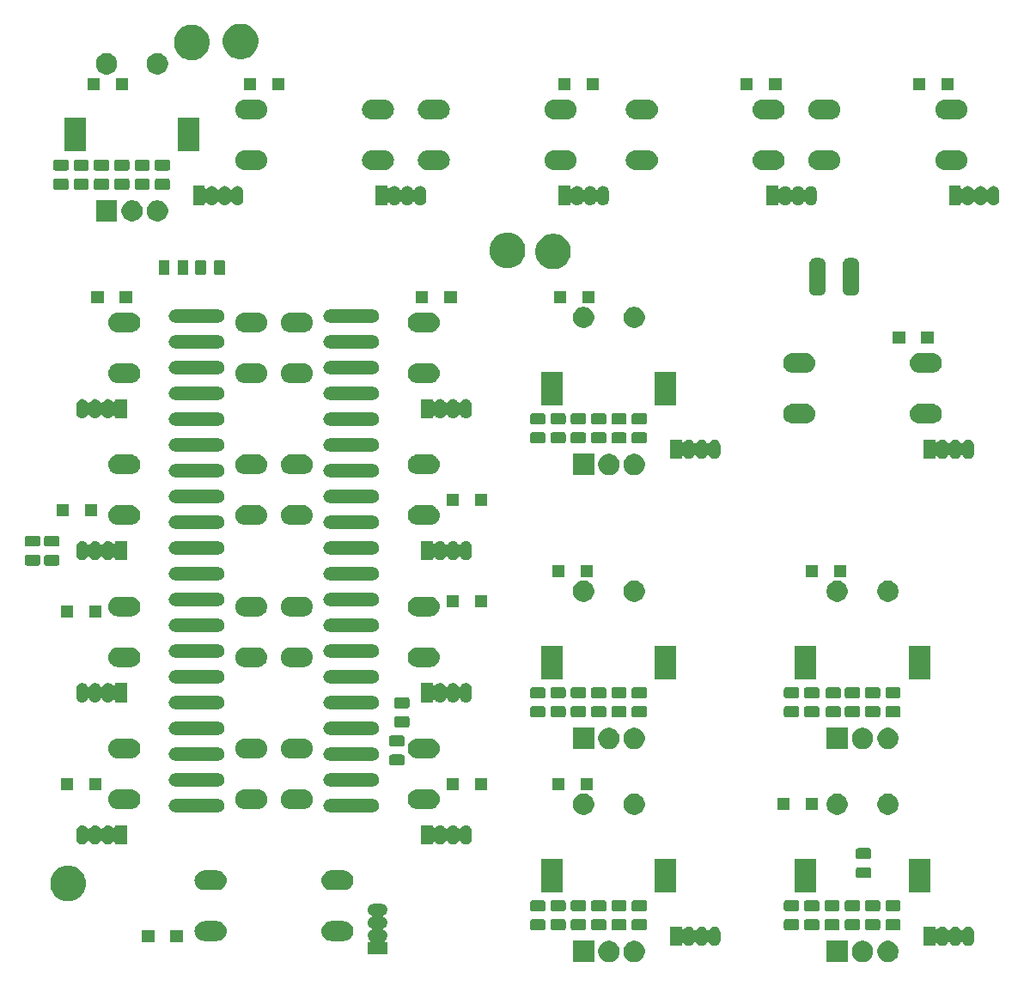
<source format=gbr>
G04 #@! TF.GenerationSoftware,KiCad,Pcbnew,(5.1.6)-1*
G04 #@! TF.CreationDate,2021-01-18T15:04:30+00:00*
G04 #@! TF.ProjectId,scope_user_interface,73636f70-655f-4757-9365-725f696e7465,rev?*
G04 #@! TF.SameCoordinates,Original*
G04 #@! TF.FileFunction,Soldermask,Bot*
G04 #@! TF.FilePolarity,Negative*
%FSLAX46Y46*%
G04 Gerber Fmt 4.6, Leading zero omitted, Abs format (unit mm)*
G04 Created by KiCad (PCBNEW (5.1.6)-1) date 2021-01-18 15:04:30*
%MOMM*%
%LPD*%
G01*
G04 APERTURE LIST*
%ADD10C,0.100000*%
G04 APERTURE END LIST*
D10*
G36*
X185806564Y-144489389D02*
G01*
X185997070Y-144568299D01*
X185997835Y-144568616D01*
X186169973Y-144683635D01*
X186316365Y-144830027D01*
X186397197Y-144951000D01*
X186431385Y-145002167D01*
X186510611Y-145193436D01*
X186551000Y-145396484D01*
X186551000Y-145603516D01*
X186510611Y-145806564D01*
X186431385Y-145997833D01*
X186431384Y-145997835D01*
X186316365Y-146169973D01*
X186169973Y-146316365D01*
X185997835Y-146431384D01*
X185997834Y-146431385D01*
X185997833Y-146431385D01*
X185806564Y-146510611D01*
X185603516Y-146551000D01*
X185396484Y-146551000D01*
X185193436Y-146510611D01*
X185002167Y-146431385D01*
X185002166Y-146431385D01*
X185002165Y-146431384D01*
X184830027Y-146316365D01*
X184683635Y-146169973D01*
X184568616Y-145997835D01*
X184568615Y-145997833D01*
X184489389Y-145806564D01*
X184449000Y-145603516D01*
X184449000Y-145396484D01*
X184489389Y-145193436D01*
X184568615Y-145002167D01*
X184602804Y-144951000D01*
X184683635Y-144830027D01*
X184830027Y-144683635D01*
X185002165Y-144568616D01*
X185002930Y-144568299D01*
X185193436Y-144489389D01*
X185396484Y-144449000D01*
X185603516Y-144449000D01*
X185806564Y-144489389D01*
G37*
G36*
X183306564Y-144489389D02*
G01*
X183497070Y-144568299D01*
X183497835Y-144568616D01*
X183669973Y-144683635D01*
X183816365Y-144830027D01*
X183897197Y-144951000D01*
X183931385Y-145002167D01*
X184010611Y-145193436D01*
X184051000Y-145396484D01*
X184051000Y-145603516D01*
X184010611Y-145806564D01*
X183931385Y-145997833D01*
X183931384Y-145997835D01*
X183816365Y-146169973D01*
X183669973Y-146316365D01*
X183497835Y-146431384D01*
X183497834Y-146431385D01*
X183497833Y-146431385D01*
X183306564Y-146510611D01*
X183103516Y-146551000D01*
X182896484Y-146551000D01*
X182693436Y-146510611D01*
X182502167Y-146431385D01*
X182502166Y-146431385D01*
X182502165Y-146431384D01*
X182330027Y-146316365D01*
X182183635Y-146169973D01*
X182068616Y-145997835D01*
X182068615Y-145997833D01*
X181989389Y-145806564D01*
X181949000Y-145603516D01*
X181949000Y-145396484D01*
X181989389Y-145193436D01*
X182068615Y-145002167D01*
X182102804Y-144951000D01*
X182183635Y-144830027D01*
X182330027Y-144683635D01*
X182502165Y-144568616D01*
X182502930Y-144568299D01*
X182693436Y-144489389D01*
X182896484Y-144449000D01*
X183103516Y-144449000D01*
X183306564Y-144489389D01*
G37*
G36*
X160806564Y-144489389D02*
G01*
X160997070Y-144568299D01*
X160997835Y-144568616D01*
X161169973Y-144683635D01*
X161316365Y-144830027D01*
X161397197Y-144951000D01*
X161431385Y-145002167D01*
X161510611Y-145193436D01*
X161551000Y-145396484D01*
X161551000Y-145603516D01*
X161510611Y-145806564D01*
X161431385Y-145997833D01*
X161431384Y-145997835D01*
X161316365Y-146169973D01*
X161169973Y-146316365D01*
X160997835Y-146431384D01*
X160997834Y-146431385D01*
X160997833Y-146431385D01*
X160806564Y-146510611D01*
X160603516Y-146551000D01*
X160396484Y-146551000D01*
X160193436Y-146510611D01*
X160002167Y-146431385D01*
X160002166Y-146431385D01*
X160002165Y-146431384D01*
X159830027Y-146316365D01*
X159683635Y-146169973D01*
X159568616Y-145997835D01*
X159568615Y-145997833D01*
X159489389Y-145806564D01*
X159449000Y-145603516D01*
X159449000Y-145396484D01*
X159489389Y-145193436D01*
X159568615Y-145002167D01*
X159602804Y-144951000D01*
X159683635Y-144830027D01*
X159830027Y-144683635D01*
X160002165Y-144568616D01*
X160002930Y-144568299D01*
X160193436Y-144489389D01*
X160396484Y-144449000D01*
X160603516Y-144449000D01*
X160806564Y-144489389D01*
G37*
G36*
X158306564Y-144489389D02*
G01*
X158497070Y-144568299D01*
X158497835Y-144568616D01*
X158669973Y-144683635D01*
X158816365Y-144830027D01*
X158897197Y-144951000D01*
X158931385Y-145002167D01*
X159010611Y-145193436D01*
X159051000Y-145396484D01*
X159051000Y-145603516D01*
X159010611Y-145806564D01*
X158931385Y-145997833D01*
X158931384Y-145997835D01*
X158816365Y-146169973D01*
X158669973Y-146316365D01*
X158497835Y-146431384D01*
X158497834Y-146431385D01*
X158497833Y-146431385D01*
X158306564Y-146510611D01*
X158103516Y-146551000D01*
X157896484Y-146551000D01*
X157693436Y-146510611D01*
X157502167Y-146431385D01*
X157502166Y-146431385D01*
X157502165Y-146431384D01*
X157330027Y-146316365D01*
X157183635Y-146169973D01*
X157068616Y-145997835D01*
X157068615Y-145997833D01*
X156989389Y-145806564D01*
X156949000Y-145603516D01*
X156949000Y-145396484D01*
X156989389Y-145193436D01*
X157068615Y-145002167D01*
X157102804Y-144951000D01*
X157183635Y-144830027D01*
X157330027Y-144683635D01*
X157502165Y-144568616D01*
X157502930Y-144568299D01*
X157693436Y-144489389D01*
X157896484Y-144449000D01*
X158103516Y-144449000D01*
X158306564Y-144489389D01*
G37*
G36*
X181551000Y-146551000D02*
G01*
X179449000Y-146551000D01*
X179449000Y-144449000D01*
X181551000Y-144449000D01*
X181551000Y-146551000D01*
G37*
G36*
X156551000Y-146551000D02*
G01*
X154449000Y-146551000D01*
X154449000Y-144449000D01*
X156551000Y-144449000D01*
X156551000Y-146551000D01*
G37*
G36*
X135622482Y-140806826D02*
G01*
X135679876Y-140812479D01*
X135753517Y-140834818D01*
X135790338Y-140845987D01*
X135892140Y-140900402D01*
X135981370Y-140973630D01*
X136054598Y-141062860D01*
X136109013Y-141164662D01*
X136109013Y-141164663D01*
X136142521Y-141275124D01*
X136153835Y-141390000D01*
X136142521Y-141504876D01*
X136133706Y-141533935D01*
X136109013Y-141615338D01*
X136054598Y-141717140D01*
X135981370Y-141806370D01*
X135892140Y-141879598D01*
X135826355Y-141914761D01*
X135805981Y-141928375D01*
X135788654Y-141945702D01*
X135775040Y-141966076D01*
X135765663Y-141988715D01*
X135760883Y-142012749D01*
X135760883Y-142037253D01*
X135765664Y-142061286D01*
X135775041Y-142083925D01*
X135788655Y-142104299D01*
X135805982Y-142121626D01*
X135826355Y-142135239D01*
X135892140Y-142170402D01*
X135981370Y-142243630D01*
X136054598Y-142332860D01*
X136109013Y-142434662D01*
X136109013Y-142434663D01*
X136142521Y-142545124D01*
X136153835Y-142660000D01*
X136142521Y-142774876D01*
X136132920Y-142806525D01*
X136109013Y-142885338D01*
X136054598Y-142987140D01*
X135981370Y-143076370D01*
X135892140Y-143149598D01*
X135826355Y-143184761D01*
X135805981Y-143198375D01*
X135788654Y-143215702D01*
X135775040Y-143236076D01*
X135765663Y-143258715D01*
X135760883Y-143282749D01*
X135760883Y-143307253D01*
X135765664Y-143331286D01*
X135775041Y-143353925D01*
X135788655Y-143374299D01*
X135805982Y-143391626D01*
X135826355Y-143405239D01*
X135892140Y-143440402D01*
X135981370Y-143513630D01*
X136054598Y-143602860D01*
X136109013Y-143704662D01*
X136109013Y-143704663D01*
X136142521Y-143815124D01*
X136153835Y-143930000D01*
X136142521Y-144044876D01*
X136120182Y-144118517D01*
X136109013Y-144155338D01*
X136054598Y-144257140D01*
X135981370Y-144346370D01*
X135925311Y-144392375D01*
X135907984Y-144409702D01*
X135894370Y-144430076D01*
X135884993Y-144452715D01*
X135880212Y-144476748D01*
X135880212Y-144501252D01*
X135884992Y-144525285D01*
X135894369Y-144547924D01*
X135907983Y-144568299D01*
X135925310Y-144585626D01*
X135945684Y-144599240D01*
X135968323Y-144608617D01*
X135992356Y-144613398D01*
X136004609Y-144614000D01*
X136151000Y-144614000D01*
X136151000Y-145786000D01*
X134249000Y-145786000D01*
X134249000Y-144614000D01*
X134395391Y-144614000D01*
X134419777Y-144611598D01*
X134443226Y-144604485D01*
X134464837Y-144592934D01*
X134483779Y-144577389D01*
X134499324Y-144558447D01*
X134510875Y-144536836D01*
X134517988Y-144513387D01*
X134520390Y-144489001D01*
X134517988Y-144464615D01*
X134510875Y-144441166D01*
X134499324Y-144419555D01*
X134483779Y-144400613D01*
X134474689Y-144392375D01*
X134418630Y-144346370D01*
X134345402Y-144257140D01*
X134290987Y-144155338D01*
X134279818Y-144118517D01*
X134257479Y-144044876D01*
X134246165Y-143930000D01*
X134257479Y-143815124D01*
X134290987Y-143704663D01*
X134290987Y-143704662D01*
X134345402Y-143602860D01*
X134418630Y-143513630D01*
X134507860Y-143440402D01*
X134573645Y-143405239D01*
X134594019Y-143391625D01*
X134611346Y-143374298D01*
X134624960Y-143353924D01*
X134634337Y-143331285D01*
X134639117Y-143307251D01*
X134639117Y-143282747D01*
X134634336Y-143258714D01*
X134624959Y-143236075D01*
X134611345Y-143215701D01*
X134594018Y-143198374D01*
X134573645Y-143184761D01*
X134507860Y-143149598D01*
X134418630Y-143076370D01*
X134345402Y-142987140D01*
X134290987Y-142885338D01*
X134267080Y-142806525D01*
X134257479Y-142774876D01*
X134246165Y-142660000D01*
X134257479Y-142545124D01*
X134290987Y-142434663D01*
X134290987Y-142434662D01*
X134345402Y-142332860D01*
X134418630Y-142243630D01*
X134507860Y-142170402D01*
X134573645Y-142135239D01*
X134594019Y-142121625D01*
X134611346Y-142104298D01*
X134624960Y-142083924D01*
X134634337Y-142061285D01*
X134639117Y-142037251D01*
X134639117Y-142012747D01*
X134634336Y-141988714D01*
X134624959Y-141966075D01*
X134611345Y-141945701D01*
X134594018Y-141928374D01*
X134573645Y-141914761D01*
X134507860Y-141879598D01*
X134418630Y-141806370D01*
X134345402Y-141717140D01*
X134290987Y-141615338D01*
X134266294Y-141533935D01*
X134257479Y-141504876D01*
X134246165Y-141390000D01*
X134257479Y-141275124D01*
X134290987Y-141164663D01*
X134290987Y-141164662D01*
X134345402Y-141062860D01*
X134418630Y-140973630D01*
X134507860Y-140900402D01*
X134609662Y-140845987D01*
X134646483Y-140834818D01*
X134720124Y-140812479D01*
X134777518Y-140806826D01*
X134806214Y-140804000D01*
X135593786Y-140804000D01*
X135622482Y-140806826D01*
G37*
G36*
X168524875Y-143057479D02*
G01*
X168587147Y-143076369D01*
X168635337Y-143090987D01*
X168737139Y-143145402D01*
X168785098Y-143184761D01*
X168826369Y-143218631D01*
X168899598Y-143307861D01*
X168899599Y-143307863D01*
X168954013Y-143409662D01*
X168954524Y-143411347D01*
X168987521Y-143520124D01*
X168996000Y-143606215D01*
X168996000Y-144393785D01*
X168987521Y-144479876D01*
X168976563Y-144516000D01*
X168954013Y-144590338D01*
X168899598Y-144692140D01*
X168826370Y-144781370D01*
X168737140Y-144854598D01*
X168635338Y-144909013D01*
X168598517Y-144920182D01*
X168524876Y-144942521D01*
X168410000Y-144953835D01*
X168295125Y-144942521D01*
X168221484Y-144920182D01*
X168184663Y-144909013D01*
X168082861Y-144854598D01*
X167993631Y-144781370D01*
X167920402Y-144692138D01*
X167885240Y-144626355D01*
X167871627Y-144605980D01*
X167854300Y-144588653D01*
X167833925Y-144575040D01*
X167811286Y-144565662D01*
X167787253Y-144560882D01*
X167762749Y-144560882D01*
X167738716Y-144565662D01*
X167716077Y-144575040D01*
X167695702Y-144588653D01*
X167678375Y-144605980D01*
X167664762Y-144626354D01*
X167629598Y-144692140D01*
X167556370Y-144781370D01*
X167467140Y-144854598D01*
X167365338Y-144909013D01*
X167328517Y-144920182D01*
X167254876Y-144942521D01*
X167140000Y-144953835D01*
X167025125Y-144942521D01*
X166951484Y-144920182D01*
X166914663Y-144909013D01*
X166812861Y-144854598D01*
X166723631Y-144781370D01*
X166650402Y-144692138D01*
X166615240Y-144626355D01*
X166601627Y-144605980D01*
X166584300Y-144588653D01*
X166563925Y-144575040D01*
X166541286Y-144565662D01*
X166517253Y-144560882D01*
X166492749Y-144560882D01*
X166468716Y-144565662D01*
X166446077Y-144575040D01*
X166425702Y-144588653D01*
X166408375Y-144605980D01*
X166394762Y-144626354D01*
X166359598Y-144692140D01*
X166286370Y-144781370D01*
X166197140Y-144854598D01*
X166095338Y-144909013D01*
X166058517Y-144920182D01*
X165984876Y-144942521D01*
X165870000Y-144953835D01*
X165755125Y-144942521D01*
X165681484Y-144920182D01*
X165644663Y-144909013D01*
X165542861Y-144854598D01*
X165453631Y-144781370D01*
X165407625Y-144725310D01*
X165390298Y-144707983D01*
X165369924Y-144694369D01*
X165347285Y-144684992D01*
X165323252Y-144680211D01*
X165298748Y-144680211D01*
X165274714Y-144684991D01*
X165252076Y-144694368D01*
X165231701Y-144707982D01*
X165214374Y-144725309D01*
X165200760Y-144745683D01*
X165191383Y-144768322D01*
X165186602Y-144792355D01*
X165186000Y-144804608D01*
X165186000Y-144951000D01*
X164014000Y-144951000D01*
X164014000Y-143049000D01*
X165186000Y-143049000D01*
X165186000Y-143195392D01*
X165188402Y-143219778D01*
X165195515Y-143243227D01*
X165207066Y-143264838D01*
X165222611Y-143283780D01*
X165241553Y-143299325D01*
X165263164Y-143310876D01*
X165286613Y-143317989D01*
X165310999Y-143320391D01*
X165335385Y-143317989D01*
X165358834Y-143310876D01*
X165380445Y-143299325D01*
X165399387Y-143283780D01*
X165407625Y-143274690D01*
X165438129Y-143237521D01*
X165453631Y-143218631D01*
X165542861Y-143145402D01*
X165581608Y-143124691D01*
X165644662Y-143090987D01*
X165692852Y-143076369D01*
X165755124Y-143057479D01*
X165870000Y-143046165D01*
X165984875Y-143057479D01*
X166047147Y-143076369D01*
X166095337Y-143090987D01*
X166197139Y-143145402D01*
X166245098Y-143184761D01*
X166286369Y-143218631D01*
X166359097Y-143307251D01*
X166359601Y-143307865D01*
X166394761Y-143373645D01*
X166408374Y-143394020D01*
X166425701Y-143411347D01*
X166446076Y-143424960D01*
X166468715Y-143434338D01*
X166492748Y-143439118D01*
X166517252Y-143439118D01*
X166541285Y-143434338D01*
X166563924Y-143424960D01*
X166584299Y-143411347D01*
X166601626Y-143394020D01*
X166615239Y-143373646D01*
X166650402Y-143307861D01*
X166708129Y-143237521D01*
X166723631Y-143218631D01*
X166812861Y-143145402D01*
X166851608Y-143124691D01*
X166914662Y-143090987D01*
X166962852Y-143076369D01*
X167025124Y-143057479D01*
X167140000Y-143046165D01*
X167254875Y-143057479D01*
X167317147Y-143076369D01*
X167365337Y-143090987D01*
X167467139Y-143145402D01*
X167515098Y-143184761D01*
X167556369Y-143218631D01*
X167629097Y-143307251D01*
X167629601Y-143307865D01*
X167664761Y-143373645D01*
X167678374Y-143394020D01*
X167695701Y-143411347D01*
X167716076Y-143424960D01*
X167738715Y-143434338D01*
X167762748Y-143439118D01*
X167787252Y-143439118D01*
X167811285Y-143434338D01*
X167833924Y-143424960D01*
X167854299Y-143411347D01*
X167871626Y-143394020D01*
X167885239Y-143373646D01*
X167920402Y-143307861D01*
X167978129Y-143237521D01*
X167993631Y-143218631D01*
X168082861Y-143145402D01*
X168121608Y-143124691D01*
X168184662Y-143090987D01*
X168232852Y-143076369D01*
X168295124Y-143057479D01*
X168410000Y-143046165D01*
X168524875Y-143057479D01*
G37*
G36*
X193524875Y-143057479D02*
G01*
X193587147Y-143076369D01*
X193635337Y-143090987D01*
X193737139Y-143145402D01*
X193785098Y-143184761D01*
X193826369Y-143218631D01*
X193899598Y-143307861D01*
X193899599Y-143307863D01*
X193954013Y-143409662D01*
X193954524Y-143411347D01*
X193987521Y-143520124D01*
X193996000Y-143606215D01*
X193996000Y-144393785D01*
X193987521Y-144479876D01*
X193976563Y-144516000D01*
X193954013Y-144590338D01*
X193899598Y-144692140D01*
X193826370Y-144781370D01*
X193737140Y-144854598D01*
X193635338Y-144909013D01*
X193598517Y-144920182D01*
X193524876Y-144942521D01*
X193410000Y-144953835D01*
X193295125Y-144942521D01*
X193221484Y-144920182D01*
X193184663Y-144909013D01*
X193082861Y-144854598D01*
X192993631Y-144781370D01*
X192920402Y-144692138D01*
X192885240Y-144626355D01*
X192871627Y-144605980D01*
X192854300Y-144588653D01*
X192833925Y-144575040D01*
X192811286Y-144565662D01*
X192787253Y-144560882D01*
X192762749Y-144560882D01*
X192738716Y-144565662D01*
X192716077Y-144575040D01*
X192695702Y-144588653D01*
X192678375Y-144605980D01*
X192664762Y-144626354D01*
X192629598Y-144692140D01*
X192556370Y-144781370D01*
X192467140Y-144854598D01*
X192365338Y-144909013D01*
X192328517Y-144920182D01*
X192254876Y-144942521D01*
X192140000Y-144953835D01*
X192025125Y-144942521D01*
X191951484Y-144920182D01*
X191914663Y-144909013D01*
X191812861Y-144854598D01*
X191723631Y-144781370D01*
X191650402Y-144692138D01*
X191615240Y-144626355D01*
X191601627Y-144605980D01*
X191584300Y-144588653D01*
X191563925Y-144575040D01*
X191541286Y-144565662D01*
X191517253Y-144560882D01*
X191492749Y-144560882D01*
X191468716Y-144565662D01*
X191446077Y-144575040D01*
X191425702Y-144588653D01*
X191408375Y-144605980D01*
X191394762Y-144626354D01*
X191359598Y-144692140D01*
X191286370Y-144781370D01*
X191197140Y-144854598D01*
X191095338Y-144909013D01*
X191058517Y-144920182D01*
X190984876Y-144942521D01*
X190870000Y-144953835D01*
X190755125Y-144942521D01*
X190681484Y-144920182D01*
X190644663Y-144909013D01*
X190542861Y-144854598D01*
X190453631Y-144781370D01*
X190407625Y-144725310D01*
X190390298Y-144707983D01*
X190369924Y-144694369D01*
X190347285Y-144684992D01*
X190323252Y-144680211D01*
X190298748Y-144680211D01*
X190274714Y-144684991D01*
X190252076Y-144694368D01*
X190231701Y-144707982D01*
X190214374Y-144725309D01*
X190200760Y-144745683D01*
X190191383Y-144768322D01*
X190186602Y-144792355D01*
X190186000Y-144804608D01*
X190186000Y-144951000D01*
X189014000Y-144951000D01*
X189014000Y-143049000D01*
X190186000Y-143049000D01*
X190186000Y-143195392D01*
X190188402Y-143219778D01*
X190195515Y-143243227D01*
X190207066Y-143264838D01*
X190222611Y-143283780D01*
X190241553Y-143299325D01*
X190263164Y-143310876D01*
X190286613Y-143317989D01*
X190310999Y-143320391D01*
X190335385Y-143317989D01*
X190358834Y-143310876D01*
X190380445Y-143299325D01*
X190399387Y-143283780D01*
X190407625Y-143274690D01*
X190438129Y-143237521D01*
X190453631Y-143218631D01*
X190542861Y-143145402D01*
X190581608Y-143124691D01*
X190644662Y-143090987D01*
X190692852Y-143076369D01*
X190755124Y-143057479D01*
X190870000Y-143046165D01*
X190984875Y-143057479D01*
X191047147Y-143076369D01*
X191095337Y-143090987D01*
X191197139Y-143145402D01*
X191245098Y-143184761D01*
X191286369Y-143218631D01*
X191359097Y-143307251D01*
X191359601Y-143307865D01*
X191394761Y-143373645D01*
X191408374Y-143394020D01*
X191425701Y-143411347D01*
X191446076Y-143424960D01*
X191468715Y-143434338D01*
X191492748Y-143439118D01*
X191517252Y-143439118D01*
X191541285Y-143434338D01*
X191563924Y-143424960D01*
X191584299Y-143411347D01*
X191601626Y-143394020D01*
X191615239Y-143373646D01*
X191650402Y-143307861D01*
X191708129Y-143237521D01*
X191723631Y-143218631D01*
X191812861Y-143145402D01*
X191851608Y-143124691D01*
X191914662Y-143090987D01*
X191962852Y-143076369D01*
X192025124Y-143057479D01*
X192140000Y-143046165D01*
X192254875Y-143057479D01*
X192317147Y-143076369D01*
X192365337Y-143090987D01*
X192467139Y-143145402D01*
X192515098Y-143184761D01*
X192556369Y-143218631D01*
X192629097Y-143307251D01*
X192629601Y-143307865D01*
X192664761Y-143373645D01*
X192678374Y-143394020D01*
X192695701Y-143411347D01*
X192716076Y-143424960D01*
X192738715Y-143434338D01*
X192762748Y-143439118D01*
X192787252Y-143439118D01*
X192811285Y-143434338D01*
X192833924Y-143424960D01*
X192854299Y-143411347D01*
X192871626Y-143394020D01*
X192885239Y-143373646D01*
X192920402Y-143307861D01*
X192978129Y-143237521D01*
X192993631Y-143218631D01*
X193082861Y-143145402D01*
X193121608Y-143124691D01*
X193184662Y-143090987D01*
X193232852Y-143076369D01*
X193295124Y-143057479D01*
X193410000Y-143046165D01*
X193524875Y-143057479D01*
G37*
G36*
X116001000Y-144601000D02*
G01*
X114799000Y-144601000D01*
X114799000Y-143399000D01*
X116001000Y-143399000D01*
X116001000Y-144601000D01*
G37*
G36*
X113201000Y-144601000D02*
G01*
X111999000Y-144601000D01*
X111999000Y-143399000D01*
X113201000Y-143399000D01*
X113201000Y-144601000D01*
G37*
G36*
X131944739Y-142528707D02*
G01*
X132040329Y-142538122D01*
X132224306Y-142593931D01*
X132224309Y-142593932D01*
X132314225Y-142641994D01*
X132393860Y-142684559D01*
X132440035Y-142722454D01*
X132542476Y-142806524D01*
X132607155Y-142885337D01*
X132664441Y-142955140D01*
X132681545Y-142987140D01*
X132755068Y-143124691D01*
X132755069Y-143124694D01*
X132810878Y-143308671D01*
X132829722Y-143500000D01*
X132810878Y-143691329D01*
X132806833Y-143704662D01*
X132755068Y-143875309D01*
X132725835Y-143930000D01*
X132664441Y-144044860D01*
X132626546Y-144091035D01*
X132542476Y-144193476D01*
X132440035Y-144277546D01*
X132393860Y-144315441D01*
X132314225Y-144358006D01*
X132224309Y-144406068D01*
X132224306Y-144406069D01*
X132040329Y-144461878D01*
X131944739Y-144471293D01*
X131896945Y-144476000D01*
X130603055Y-144476000D01*
X130555261Y-144471293D01*
X130459671Y-144461878D01*
X130275694Y-144406069D01*
X130275691Y-144406068D01*
X130185775Y-144358006D01*
X130106140Y-144315441D01*
X130059965Y-144277546D01*
X129957524Y-144193476D01*
X129873454Y-144091035D01*
X129835559Y-144044860D01*
X129774165Y-143930000D01*
X129744932Y-143875309D01*
X129693167Y-143704662D01*
X129689122Y-143691329D01*
X129670278Y-143500000D01*
X129689122Y-143308671D01*
X129744931Y-143124694D01*
X129744932Y-143124691D01*
X129818455Y-142987140D01*
X129835559Y-142955140D01*
X129892845Y-142885337D01*
X129957524Y-142806524D01*
X130059965Y-142722454D01*
X130106140Y-142684559D01*
X130185775Y-142641994D01*
X130275691Y-142593932D01*
X130275694Y-142593931D01*
X130459671Y-142538122D01*
X130555261Y-142528707D01*
X130603055Y-142524000D01*
X131896945Y-142524000D01*
X131944739Y-142528707D01*
G37*
G36*
X119444739Y-142528707D02*
G01*
X119540329Y-142538122D01*
X119724306Y-142593931D01*
X119724309Y-142593932D01*
X119814225Y-142641994D01*
X119893860Y-142684559D01*
X119940035Y-142722454D01*
X120042476Y-142806524D01*
X120107155Y-142885337D01*
X120164441Y-142955140D01*
X120181545Y-142987140D01*
X120255068Y-143124691D01*
X120255069Y-143124694D01*
X120310878Y-143308671D01*
X120329722Y-143500000D01*
X120310878Y-143691329D01*
X120306833Y-143704662D01*
X120255068Y-143875309D01*
X120225835Y-143930000D01*
X120164441Y-144044860D01*
X120126546Y-144091035D01*
X120042476Y-144193476D01*
X119940035Y-144277546D01*
X119893860Y-144315441D01*
X119814225Y-144358006D01*
X119724309Y-144406068D01*
X119724306Y-144406069D01*
X119540329Y-144461878D01*
X119444739Y-144471293D01*
X119396945Y-144476000D01*
X118103055Y-144476000D01*
X118055261Y-144471293D01*
X117959671Y-144461878D01*
X117775694Y-144406069D01*
X117775691Y-144406068D01*
X117685775Y-144358006D01*
X117606140Y-144315441D01*
X117559965Y-144277546D01*
X117457524Y-144193476D01*
X117373454Y-144091035D01*
X117335559Y-144044860D01*
X117274165Y-143930000D01*
X117244932Y-143875309D01*
X117193167Y-143704662D01*
X117189122Y-143691329D01*
X117170278Y-143500000D01*
X117189122Y-143308671D01*
X117244931Y-143124694D01*
X117244932Y-143124691D01*
X117318455Y-142987140D01*
X117335559Y-142955140D01*
X117392845Y-142885337D01*
X117457524Y-142806524D01*
X117559965Y-142722454D01*
X117606140Y-142684559D01*
X117685775Y-142641994D01*
X117775691Y-142593932D01*
X117775694Y-142593931D01*
X117959671Y-142538122D01*
X118055261Y-142528707D01*
X118103055Y-142524000D01*
X119396945Y-142524000D01*
X119444739Y-142528707D01*
G37*
G36*
X157584468Y-142341065D02*
G01*
X157623138Y-142352796D01*
X157658777Y-142371846D01*
X157690017Y-142397483D01*
X157715654Y-142428723D01*
X157734704Y-142464362D01*
X157746435Y-142503032D01*
X157751000Y-142549388D01*
X157751000Y-143200612D01*
X157746435Y-143246968D01*
X157734704Y-143285638D01*
X157715654Y-143321277D01*
X157690017Y-143352517D01*
X157658777Y-143378154D01*
X157623138Y-143397204D01*
X157584468Y-143408935D01*
X157538112Y-143413500D01*
X156461888Y-143413500D01*
X156415532Y-143408935D01*
X156376862Y-143397204D01*
X156341223Y-143378154D01*
X156309983Y-143352517D01*
X156284346Y-143321277D01*
X156265296Y-143285638D01*
X156253565Y-143246968D01*
X156249000Y-143200612D01*
X156249000Y-142549388D01*
X156253565Y-142503032D01*
X156265296Y-142464362D01*
X156284346Y-142428723D01*
X156309983Y-142397483D01*
X156341223Y-142371846D01*
X156376862Y-142352796D01*
X156415532Y-142341065D01*
X156461888Y-142336500D01*
X157538112Y-142336500D01*
X157584468Y-142341065D01*
G37*
G36*
X153584468Y-142341065D02*
G01*
X153623138Y-142352796D01*
X153658777Y-142371846D01*
X153690017Y-142397483D01*
X153715654Y-142428723D01*
X153734704Y-142464362D01*
X153746435Y-142503032D01*
X153751000Y-142549388D01*
X153751000Y-143200612D01*
X153746435Y-143246968D01*
X153734704Y-143285638D01*
X153715654Y-143321277D01*
X153690017Y-143352517D01*
X153658777Y-143378154D01*
X153623138Y-143397204D01*
X153584468Y-143408935D01*
X153538112Y-143413500D01*
X152461888Y-143413500D01*
X152415532Y-143408935D01*
X152376862Y-143397204D01*
X152341223Y-143378154D01*
X152309983Y-143352517D01*
X152284346Y-143321277D01*
X152265296Y-143285638D01*
X152253565Y-143246968D01*
X152249000Y-143200612D01*
X152249000Y-142549388D01*
X152253565Y-142503032D01*
X152265296Y-142464362D01*
X152284346Y-142428723D01*
X152309983Y-142397483D01*
X152341223Y-142371846D01*
X152376862Y-142352796D01*
X152415532Y-142341065D01*
X152461888Y-142336500D01*
X153538112Y-142336500D01*
X153584468Y-142341065D01*
G37*
G36*
X155584468Y-142341065D02*
G01*
X155623138Y-142352796D01*
X155658777Y-142371846D01*
X155690017Y-142397483D01*
X155715654Y-142428723D01*
X155734704Y-142464362D01*
X155746435Y-142503032D01*
X155751000Y-142549388D01*
X155751000Y-143200612D01*
X155746435Y-143246968D01*
X155734704Y-143285638D01*
X155715654Y-143321277D01*
X155690017Y-143352517D01*
X155658777Y-143378154D01*
X155623138Y-143397204D01*
X155584468Y-143408935D01*
X155538112Y-143413500D01*
X154461888Y-143413500D01*
X154415532Y-143408935D01*
X154376862Y-143397204D01*
X154341223Y-143378154D01*
X154309983Y-143352517D01*
X154284346Y-143321277D01*
X154265296Y-143285638D01*
X154253565Y-143246968D01*
X154249000Y-143200612D01*
X154249000Y-142549388D01*
X154253565Y-142503032D01*
X154265296Y-142464362D01*
X154284346Y-142428723D01*
X154309983Y-142397483D01*
X154341223Y-142371846D01*
X154376862Y-142352796D01*
X154415532Y-142341065D01*
X154461888Y-142336500D01*
X155538112Y-142336500D01*
X155584468Y-142341065D01*
G37*
G36*
X180584468Y-142341065D02*
G01*
X180623138Y-142352796D01*
X180658777Y-142371846D01*
X180690017Y-142397483D01*
X180715654Y-142428723D01*
X180734704Y-142464362D01*
X180746435Y-142503032D01*
X180751000Y-142549388D01*
X180751000Y-143200612D01*
X180746435Y-143246968D01*
X180734704Y-143285638D01*
X180715654Y-143321277D01*
X180690017Y-143352517D01*
X180658777Y-143378154D01*
X180623138Y-143397204D01*
X180584468Y-143408935D01*
X180538112Y-143413500D01*
X179461888Y-143413500D01*
X179415532Y-143408935D01*
X179376862Y-143397204D01*
X179341223Y-143378154D01*
X179309983Y-143352517D01*
X179284346Y-143321277D01*
X179265296Y-143285638D01*
X179253565Y-143246968D01*
X179249000Y-143200612D01*
X179249000Y-142549388D01*
X179253565Y-142503032D01*
X179265296Y-142464362D01*
X179284346Y-142428723D01*
X179309983Y-142397483D01*
X179341223Y-142371846D01*
X179376862Y-142352796D01*
X179415532Y-142341065D01*
X179461888Y-142336500D01*
X180538112Y-142336500D01*
X180584468Y-142341065D01*
G37*
G36*
X151584468Y-142341065D02*
G01*
X151623138Y-142352796D01*
X151658777Y-142371846D01*
X151690017Y-142397483D01*
X151715654Y-142428723D01*
X151734704Y-142464362D01*
X151746435Y-142503032D01*
X151751000Y-142549388D01*
X151751000Y-143200612D01*
X151746435Y-143246968D01*
X151734704Y-143285638D01*
X151715654Y-143321277D01*
X151690017Y-143352517D01*
X151658777Y-143378154D01*
X151623138Y-143397204D01*
X151584468Y-143408935D01*
X151538112Y-143413500D01*
X150461888Y-143413500D01*
X150415532Y-143408935D01*
X150376862Y-143397204D01*
X150341223Y-143378154D01*
X150309983Y-143352517D01*
X150284346Y-143321277D01*
X150265296Y-143285638D01*
X150253565Y-143246968D01*
X150249000Y-143200612D01*
X150249000Y-142549388D01*
X150253565Y-142503032D01*
X150265296Y-142464362D01*
X150284346Y-142428723D01*
X150309983Y-142397483D01*
X150341223Y-142371846D01*
X150376862Y-142352796D01*
X150415532Y-142341065D01*
X150461888Y-142336500D01*
X151538112Y-142336500D01*
X151584468Y-142341065D01*
G37*
G36*
X182584468Y-142341065D02*
G01*
X182623138Y-142352796D01*
X182658777Y-142371846D01*
X182690017Y-142397483D01*
X182715654Y-142428723D01*
X182734704Y-142464362D01*
X182746435Y-142503032D01*
X182751000Y-142549388D01*
X182751000Y-143200612D01*
X182746435Y-143246968D01*
X182734704Y-143285638D01*
X182715654Y-143321277D01*
X182690017Y-143352517D01*
X182658777Y-143378154D01*
X182623138Y-143397204D01*
X182584468Y-143408935D01*
X182538112Y-143413500D01*
X181461888Y-143413500D01*
X181415532Y-143408935D01*
X181376862Y-143397204D01*
X181341223Y-143378154D01*
X181309983Y-143352517D01*
X181284346Y-143321277D01*
X181265296Y-143285638D01*
X181253565Y-143246968D01*
X181249000Y-143200612D01*
X181249000Y-142549388D01*
X181253565Y-142503032D01*
X181265296Y-142464362D01*
X181284346Y-142428723D01*
X181309983Y-142397483D01*
X181341223Y-142371846D01*
X181376862Y-142352796D01*
X181415532Y-142341065D01*
X181461888Y-142336500D01*
X182538112Y-142336500D01*
X182584468Y-142341065D01*
G37*
G36*
X161584468Y-142341065D02*
G01*
X161623138Y-142352796D01*
X161658777Y-142371846D01*
X161690017Y-142397483D01*
X161715654Y-142428723D01*
X161734704Y-142464362D01*
X161746435Y-142503032D01*
X161751000Y-142549388D01*
X161751000Y-143200612D01*
X161746435Y-143246968D01*
X161734704Y-143285638D01*
X161715654Y-143321277D01*
X161690017Y-143352517D01*
X161658777Y-143378154D01*
X161623138Y-143397204D01*
X161584468Y-143408935D01*
X161538112Y-143413500D01*
X160461888Y-143413500D01*
X160415532Y-143408935D01*
X160376862Y-143397204D01*
X160341223Y-143378154D01*
X160309983Y-143352517D01*
X160284346Y-143321277D01*
X160265296Y-143285638D01*
X160253565Y-143246968D01*
X160249000Y-143200612D01*
X160249000Y-142549388D01*
X160253565Y-142503032D01*
X160265296Y-142464362D01*
X160284346Y-142428723D01*
X160309983Y-142397483D01*
X160341223Y-142371846D01*
X160376862Y-142352796D01*
X160415532Y-142341065D01*
X160461888Y-142336500D01*
X161538112Y-142336500D01*
X161584468Y-142341065D01*
G37*
G36*
X159584468Y-142341065D02*
G01*
X159623138Y-142352796D01*
X159658777Y-142371846D01*
X159690017Y-142397483D01*
X159715654Y-142428723D01*
X159734704Y-142464362D01*
X159746435Y-142503032D01*
X159751000Y-142549388D01*
X159751000Y-143200612D01*
X159746435Y-143246968D01*
X159734704Y-143285638D01*
X159715654Y-143321277D01*
X159690017Y-143352517D01*
X159658777Y-143378154D01*
X159623138Y-143397204D01*
X159584468Y-143408935D01*
X159538112Y-143413500D01*
X158461888Y-143413500D01*
X158415532Y-143408935D01*
X158376862Y-143397204D01*
X158341223Y-143378154D01*
X158309983Y-143352517D01*
X158284346Y-143321277D01*
X158265296Y-143285638D01*
X158253565Y-143246968D01*
X158249000Y-143200612D01*
X158249000Y-142549388D01*
X158253565Y-142503032D01*
X158265296Y-142464362D01*
X158284346Y-142428723D01*
X158309983Y-142397483D01*
X158341223Y-142371846D01*
X158376862Y-142352796D01*
X158415532Y-142341065D01*
X158461888Y-142336500D01*
X159538112Y-142336500D01*
X159584468Y-142341065D01*
G37*
G36*
X176584468Y-142341065D02*
G01*
X176623138Y-142352796D01*
X176658777Y-142371846D01*
X176690017Y-142397483D01*
X176715654Y-142428723D01*
X176734704Y-142464362D01*
X176746435Y-142503032D01*
X176751000Y-142549388D01*
X176751000Y-143200612D01*
X176746435Y-143246968D01*
X176734704Y-143285638D01*
X176715654Y-143321277D01*
X176690017Y-143352517D01*
X176658777Y-143378154D01*
X176623138Y-143397204D01*
X176584468Y-143408935D01*
X176538112Y-143413500D01*
X175461888Y-143413500D01*
X175415532Y-143408935D01*
X175376862Y-143397204D01*
X175341223Y-143378154D01*
X175309983Y-143352517D01*
X175284346Y-143321277D01*
X175265296Y-143285638D01*
X175253565Y-143246968D01*
X175249000Y-143200612D01*
X175249000Y-142549388D01*
X175253565Y-142503032D01*
X175265296Y-142464362D01*
X175284346Y-142428723D01*
X175309983Y-142397483D01*
X175341223Y-142371846D01*
X175376862Y-142352796D01*
X175415532Y-142341065D01*
X175461888Y-142336500D01*
X176538112Y-142336500D01*
X176584468Y-142341065D01*
G37*
G36*
X184584468Y-142341065D02*
G01*
X184623138Y-142352796D01*
X184658777Y-142371846D01*
X184690017Y-142397483D01*
X184715654Y-142428723D01*
X184734704Y-142464362D01*
X184746435Y-142503032D01*
X184751000Y-142549388D01*
X184751000Y-143200612D01*
X184746435Y-143246968D01*
X184734704Y-143285638D01*
X184715654Y-143321277D01*
X184690017Y-143352517D01*
X184658777Y-143378154D01*
X184623138Y-143397204D01*
X184584468Y-143408935D01*
X184538112Y-143413500D01*
X183461888Y-143413500D01*
X183415532Y-143408935D01*
X183376862Y-143397204D01*
X183341223Y-143378154D01*
X183309983Y-143352517D01*
X183284346Y-143321277D01*
X183265296Y-143285638D01*
X183253565Y-143246968D01*
X183249000Y-143200612D01*
X183249000Y-142549388D01*
X183253565Y-142503032D01*
X183265296Y-142464362D01*
X183284346Y-142428723D01*
X183309983Y-142397483D01*
X183341223Y-142371846D01*
X183376862Y-142352796D01*
X183415532Y-142341065D01*
X183461888Y-142336500D01*
X184538112Y-142336500D01*
X184584468Y-142341065D01*
G37*
G36*
X178584468Y-142341065D02*
G01*
X178623138Y-142352796D01*
X178658777Y-142371846D01*
X178690017Y-142397483D01*
X178715654Y-142428723D01*
X178734704Y-142464362D01*
X178746435Y-142503032D01*
X178751000Y-142549388D01*
X178751000Y-143200612D01*
X178746435Y-143246968D01*
X178734704Y-143285638D01*
X178715654Y-143321277D01*
X178690017Y-143352517D01*
X178658777Y-143378154D01*
X178623138Y-143397204D01*
X178584468Y-143408935D01*
X178538112Y-143413500D01*
X177461888Y-143413500D01*
X177415532Y-143408935D01*
X177376862Y-143397204D01*
X177341223Y-143378154D01*
X177309983Y-143352517D01*
X177284346Y-143321277D01*
X177265296Y-143285638D01*
X177253565Y-143246968D01*
X177249000Y-143200612D01*
X177249000Y-142549388D01*
X177253565Y-142503032D01*
X177265296Y-142464362D01*
X177284346Y-142428723D01*
X177309983Y-142397483D01*
X177341223Y-142371846D01*
X177376862Y-142352796D01*
X177415532Y-142341065D01*
X177461888Y-142336500D01*
X178538112Y-142336500D01*
X178584468Y-142341065D01*
G37*
G36*
X186584468Y-142341065D02*
G01*
X186623138Y-142352796D01*
X186658777Y-142371846D01*
X186690017Y-142397483D01*
X186715654Y-142428723D01*
X186734704Y-142464362D01*
X186746435Y-142503032D01*
X186751000Y-142549388D01*
X186751000Y-143200612D01*
X186746435Y-143246968D01*
X186734704Y-143285638D01*
X186715654Y-143321277D01*
X186690017Y-143352517D01*
X186658777Y-143378154D01*
X186623138Y-143397204D01*
X186584468Y-143408935D01*
X186538112Y-143413500D01*
X185461888Y-143413500D01*
X185415532Y-143408935D01*
X185376862Y-143397204D01*
X185341223Y-143378154D01*
X185309983Y-143352517D01*
X185284346Y-143321277D01*
X185265296Y-143285638D01*
X185253565Y-143246968D01*
X185249000Y-143200612D01*
X185249000Y-142549388D01*
X185253565Y-142503032D01*
X185265296Y-142464362D01*
X185284346Y-142428723D01*
X185309983Y-142397483D01*
X185341223Y-142371846D01*
X185376862Y-142352796D01*
X185415532Y-142341065D01*
X185461888Y-142336500D01*
X186538112Y-142336500D01*
X186584468Y-142341065D01*
G37*
G36*
X153584468Y-140466065D02*
G01*
X153623138Y-140477796D01*
X153658777Y-140496846D01*
X153690017Y-140522483D01*
X153715654Y-140553723D01*
X153734704Y-140589362D01*
X153746435Y-140628032D01*
X153751000Y-140674388D01*
X153751000Y-141325612D01*
X153746435Y-141371968D01*
X153734704Y-141410638D01*
X153715654Y-141446277D01*
X153690017Y-141477517D01*
X153658777Y-141503154D01*
X153623138Y-141522204D01*
X153584468Y-141533935D01*
X153538112Y-141538500D01*
X152461888Y-141538500D01*
X152415532Y-141533935D01*
X152376862Y-141522204D01*
X152341223Y-141503154D01*
X152309983Y-141477517D01*
X152284346Y-141446277D01*
X152265296Y-141410638D01*
X152253565Y-141371968D01*
X152249000Y-141325612D01*
X152249000Y-140674388D01*
X152253565Y-140628032D01*
X152265296Y-140589362D01*
X152284346Y-140553723D01*
X152309983Y-140522483D01*
X152341223Y-140496846D01*
X152376862Y-140477796D01*
X152415532Y-140466065D01*
X152461888Y-140461500D01*
X153538112Y-140461500D01*
X153584468Y-140466065D01*
G37*
G36*
X186584468Y-140466065D02*
G01*
X186623138Y-140477796D01*
X186658777Y-140496846D01*
X186690017Y-140522483D01*
X186715654Y-140553723D01*
X186734704Y-140589362D01*
X186746435Y-140628032D01*
X186751000Y-140674388D01*
X186751000Y-141325612D01*
X186746435Y-141371968D01*
X186734704Y-141410638D01*
X186715654Y-141446277D01*
X186690017Y-141477517D01*
X186658777Y-141503154D01*
X186623138Y-141522204D01*
X186584468Y-141533935D01*
X186538112Y-141538500D01*
X185461888Y-141538500D01*
X185415532Y-141533935D01*
X185376862Y-141522204D01*
X185341223Y-141503154D01*
X185309983Y-141477517D01*
X185284346Y-141446277D01*
X185265296Y-141410638D01*
X185253565Y-141371968D01*
X185249000Y-141325612D01*
X185249000Y-140674388D01*
X185253565Y-140628032D01*
X185265296Y-140589362D01*
X185284346Y-140553723D01*
X185309983Y-140522483D01*
X185341223Y-140496846D01*
X185376862Y-140477796D01*
X185415532Y-140466065D01*
X185461888Y-140461500D01*
X186538112Y-140461500D01*
X186584468Y-140466065D01*
G37*
G36*
X184584468Y-140466065D02*
G01*
X184623138Y-140477796D01*
X184658777Y-140496846D01*
X184690017Y-140522483D01*
X184715654Y-140553723D01*
X184734704Y-140589362D01*
X184746435Y-140628032D01*
X184751000Y-140674388D01*
X184751000Y-141325612D01*
X184746435Y-141371968D01*
X184734704Y-141410638D01*
X184715654Y-141446277D01*
X184690017Y-141477517D01*
X184658777Y-141503154D01*
X184623138Y-141522204D01*
X184584468Y-141533935D01*
X184538112Y-141538500D01*
X183461888Y-141538500D01*
X183415532Y-141533935D01*
X183376862Y-141522204D01*
X183341223Y-141503154D01*
X183309983Y-141477517D01*
X183284346Y-141446277D01*
X183265296Y-141410638D01*
X183253565Y-141371968D01*
X183249000Y-141325612D01*
X183249000Y-140674388D01*
X183253565Y-140628032D01*
X183265296Y-140589362D01*
X183284346Y-140553723D01*
X183309983Y-140522483D01*
X183341223Y-140496846D01*
X183376862Y-140477796D01*
X183415532Y-140466065D01*
X183461888Y-140461500D01*
X184538112Y-140461500D01*
X184584468Y-140466065D01*
G37*
G36*
X182584468Y-140466065D02*
G01*
X182623138Y-140477796D01*
X182658777Y-140496846D01*
X182690017Y-140522483D01*
X182715654Y-140553723D01*
X182734704Y-140589362D01*
X182746435Y-140628032D01*
X182751000Y-140674388D01*
X182751000Y-141325612D01*
X182746435Y-141371968D01*
X182734704Y-141410638D01*
X182715654Y-141446277D01*
X182690017Y-141477517D01*
X182658777Y-141503154D01*
X182623138Y-141522204D01*
X182584468Y-141533935D01*
X182538112Y-141538500D01*
X181461888Y-141538500D01*
X181415532Y-141533935D01*
X181376862Y-141522204D01*
X181341223Y-141503154D01*
X181309983Y-141477517D01*
X181284346Y-141446277D01*
X181265296Y-141410638D01*
X181253565Y-141371968D01*
X181249000Y-141325612D01*
X181249000Y-140674388D01*
X181253565Y-140628032D01*
X181265296Y-140589362D01*
X181284346Y-140553723D01*
X181309983Y-140522483D01*
X181341223Y-140496846D01*
X181376862Y-140477796D01*
X181415532Y-140466065D01*
X181461888Y-140461500D01*
X182538112Y-140461500D01*
X182584468Y-140466065D01*
G37*
G36*
X180584468Y-140466065D02*
G01*
X180623138Y-140477796D01*
X180658777Y-140496846D01*
X180690017Y-140522483D01*
X180715654Y-140553723D01*
X180734704Y-140589362D01*
X180746435Y-140628032D01*
X180751000Y-140674388D01*
X180751000Y-141325612D01*
X180746435Y-141371968D01*
X180734704Y-141410638D01*
X180715654Y-141446277D01*
X180690017Y-141477517D01*
X180658777Y-141503154D01*
X180623138Y-141522204D01*
X180584468Y-141533935D01*
X180538112Y-141538500D01*
X179461888Y-141538500D01*
X179415532Y-141533935D01*
X179376862Y-141522204D01*
X179341223Y-141503154D01*
X179309983Y-141477517D01*
X179284346Y-141446277D01*
X179265296Y-141410638D01*
X179253565Y-141371968D01*
X179249000Y-141325612D01*
X179249000Y-140674388D01*
X179253565Y-140628032D01*
X179265296Y-140589362D01*
X179284346Y-140553723D01*
X179309983Y-140522483D01*
X179341223Y-140496846D01*
X179376862Y-140477796D01*
X179415532Y-140466065D01*
X179461888Y-140461500D01*
X180538112Y-140461500D01*
X180584468Y-140466065D01*
G37*
G36*
X176584468Y-140466065D02*
G01*
X176623138Y-140477796D01*
X176658777Y-140496846D01*
X176690017Y-140522483D01*
X176715654Y-140553723D01*
X176734704Y-140589362D01*
X176746435Y-140628032D01*
X176751000Y-140674388D01*
X176751000Y-141325612D01*
X176746435Y-141371968D01*
X176734704Y-141410638D01*
X176715654Y-141446277D01*
X176690017Y-141477517D01*
X176658777Y-141503154D01*
X176623138Y-141522204D01*
X176584468Y-141533935D01*
X176538112Y-141538500D01*
X175461888Y-141538500D01*
X175415532Y-141533935D01*
X175376862Y-141522204D01*
X175341223Y-141503154D01*
X175309983Y-141477517D01*
X175284346Y-141446277D01*
X175265296Y-141410638D01*
X175253565Y-141371968D01*
X175249000Y-141325612D01*
X175249000Y-140674388D01*
X175253565Y-140628032D01*
X175265296Y-140589362D01*
X175284346Y-140553723D01*
X175309983Y-140522483D01*
X175341223Y-140496846D01*
X175376862Y-140477796D01*
X175415532Y-140466065D01*
X175461888Y-140461500D01*
X176538112Y-140461500D01*
X176584468Y-140466065D01*
G37*
G36*
X161584468Y-140466065D02*
G01*
X161623138Y-140477796D01*
X161658777Y-140496846D01*
X161690017Y-140522483D01*
X161715654Y-140553723D01*
X161734704Y-140589362D01*
X161746435Y-140628032D01*
X161751000Y-140674388D01*
X161751000Y-141325612D01*
X161746435Y-141371968D01*
X161734704Y-141410638D01*
X161715654Y-141446277D01*
X161690017Y-141477517D01*
X161658777Y-141503154D01*
X161623138Y-141522204D01*
X161584468Y-141533935D01*
X161538112Y-141538500D01*
X160461888Y-141538500D01*
X160415532Y-141533935D01*
X160376862Y-141522204D01*
X160341223Y-141503154D01*
X160309983Y-141477517D01*
X160284346Y-141446277D01*
X160265296Y-141410638D01*
X160253565Y-141371968D01*
X160249000Y-141325612D01*
X160249000Y-140674388D01*
X160253565Y-140628032D01*
X160265296Y-140589362D01*
X160284346Y-140553723D01*
X160309983Y-140522483D01*
X160341223Y-140496846D01*
X160376862Y-140477796D01*
X160415532Y-140466065D01*
X160461888Y-140461500D01*
X161538112Y-140461500D01*
X161584468Y-140466065D01*
G37*
G36*
X159584468Y-140466065D02*
G01*
X159623138Y-140477796D01*
X159658777Y-140496846D01*
X159690017Y-140522483D01*
X159715654Y-140553723D01*
X159734704Y-140589362D01*
X159746435Y-140628032D01*
X159751000Y-140674388D01*
X159751000Y-141325612D01*
X159746435Y-141371968D01*
X159734704Y-141410638D01*
X159715654Y-141446277D01*
X159690017Y-141477517D01*
X159658777Y-141503154D01*
X159623138Y-141522204D01*
X159584468Y-141533935D01*
X159538112Y-141538500D01*
X158461888Y-141538500D01*
X158415532Y-141533935D01*
X158376862Y-141522204D01*
X158341223Y-141503154D01*
X158309983Y-141477517D01*
X158284346Y-141446277D01*
X158265296Y-141410638D01*
X158253565Y-141371968D01*
X158249000Y-141325612D01*
X158249000Y-140674388D01*
X158253565Y-140628032D01*
X158265296Y-140589362D01*
X158284346Y-140553723D01*
X158309983Y-140522483D01*
X158341223Y-140496846D01*
X158376862Y-140477796D01*
X158415532Y-140466065D01*
X158461888Y-140461500D01*
X159538112Y-140461500D01*
X159584468Y-140466065D01*
G37*
G36*
X155584468Y-140466065D02*
G01*
X155623138Y-140477796D01*
X155658777Y-140496846D01*
X155690017Y-140522483D01*
X155715654Y-140553723D01*
X155734704Y-140589362D01*
X155746435Y-140628032D01*
X155751000Y-140674388D01*
X155751000Y-141325612D01*
X155746435Y-141371968D01*
X155734704Y-141410638D01*
X155715654Y-141446277D01*
X155690017Y-141477517D01*
X155658777Y-141503154D01*
X155623138Y-141522204D01*
X155584468Y-141533935D01*
X155538112Y-141538500D01*
X154461888Y-141538500D01*
X154415532Y-141533935D01*
X154376862Y-141522204D01*
X154341223Y-141503154D01*
X154309983Y-141477517D01*
X154284346Y-141446277D01*
X154265296Y-141410638D01*
X154253565Y-141371968D01*
X154249000Y-141325612D01*
X154249000Y-140674388D01*
X154253565Y-140628032D01*
X154265296Y-140589362D01*
X154284346Y-140553723D01*
X154309983Y-140522483D01*
X154341223Y-140496846D01*
X154376862Y-140477796D01*
X154415532Y-140466065D01*
X154461888Y-140461500D01*
X155538112Y-140461500D01*
X155584468Y-140466065D01*
G37*
G36*
X151584468Y-140466065D02*
G01*
X151623138Y-140477796D01*
X151658777Y-140496846D01*
X151690017Y-140522483D01*
X151715654Y-140553723D01*
X151734704Y-140589362D01*
X151746435Y-140628032D01*
X151751000Y-140674388D01*
X151751000Y-141325612D01*
X151746435Y-141371968D01*
X151734704Y-141410638D01*
X151715654Y-141446277D01*
X151690017Y-141477517D01*
X151658777Y-141503154D01*
X151623138Y-141522204D01*
X151584468Y-141533935D01*
X151538112Y-141538500D01*
X150461888Y-141538500D01*
X150415532Y-141533935D01*
X150376862Y-141522204D01*
X150341223Y-141503154D01*
X150309983Y-141477517D01*
X150284346Y-141446277D01*
X150265296Y-141410638D01*
X150253565Y-141371968D01*
X150249000Y-141325612D01*
X150249000Y-140674388D01*
X150253565Y-140628032D01*
X150265296Y-140589362D01*
X150284346Y-140553723D01*
X150309983Y-140522483D01*
X150341223Y-140496846D01*
X150376862Y-140477796D01*
X150415532Y-140466065D01*
X150461888Y-140461500D01*
X151538112Y-140461500D01*
X151584468Y-140466065D01*
G37*
G36*
X157584468Y-140466065D02*
G01*
X157623138Y-140477796D01*
X157658777Y-140496846D01*
X157690017Y-140522483D01*
X157715654Y-140553723D01*
X157734704Y-140589362D01*
X157746435Y-140628032D01*
X157751000Y-140674388D01*
X157751000Y-141325612D01*
X157746435Y-141371968D01*
X157734704Y-141410638D01*
X157715654Y-141446277D01*
X157690017Y-141477517D01*
X157658777Y-141503154D01*
X157623138Y-141522204D01*
X157584468Y-141533935D01*
X157538112Y-141538500D01*
X156461888Y-141538500D01*
X156415532Y-141533935D01*
X156376862Y-141522204D01*
X156341223Y-141503154D01*
X156309983Y-141477517D01*
X156284346Y-141446277D01*
X156265296Y-141410638D01*
X156253565Y-141371968D01*
X156249000Y-141325612D01*
X156249000Y-140674388D01*
X156253565Y-140628032D01*
X156265296Y-140589362D01*
X156284346Y-140553723D01*
X156309983Y-140522483D01*
X156341223Y-140496846D01*
X156376862Y-140477796D01*
X156415532Y-140466065D01*
X156461888Y-140461500D01*
X157538112Y-140461500D01*
X157584468Y-140466065D01*
G37*
G36*
X178584468Y-140466065D02*
G01*
X178623138Y-140477796D01*
X178658777Y-140496846D01*
X178690017Y-140522483D01*
X178715654Y-140553723D01*
X178734704Y-140589362D01*
X178746435Y-140628032D01*
X178751000Y-140674388D01*
X178751000Y-141325612D01*
X178746435Y-141371968D01*
X178734704Y-141410638D01*
X178715654Y-141446277D01*
X178690017Y-141477517D01*
X178658777Y-141503154D01*
X178623138Y-141522204D01*
X178584468Y-141533935D01*
X178538112Y-141538500D01*
X177461888Y-141538500D01*
X177415532Y-141533935D01*
X177376862Y-141522204D01*
X177341223Y-141503154D01*
X177309983Y-141477517D01*
X177284346Y-141446277D01*
X177265296Y-141410638D01*
X177253565Y-141371968D01*
X177249000Y-141325612D01*
X177249000Y-140674388D01*
X177253565Y-140628032D01*
X177265296Y-140589362D01*
X177284346Y-140553723D01*
X177309983Y-140522483D01*
X177341223Y-140496846D01*
X177376862Y-140477796D01*
X177415532Y-140466065D01*
X177461888Y-140461500D01*
X178538112Y-140461500D01*
X178584468Y-140466065D01*
G37*
G36*
X105097985Y-137093860D02*
G01*
X105210748Y-137116290D01*
X105342741Y-137170963D01*
X105529408Y-137248283D01*
X105816196Y-137439909D01*
X106060091Y-137683804D01*
X106251717Y-137970592D01*
X106315548Y-138124694D01*
X106378221Y-138276000D01*
X106383710Y-138289253D01*
X106451000Y-138627540D01*
X106451000Y-138972460D01*
X106383710Y-139310747D01*
X106251717Y-139629408D01*
X106060091Y-139916196D01*
X105816196Y-140160091D01*
X105529408Y-140351717D01*
X105342741Y-140429037D01*
X105210748Y-140483710D01*
X105097985Y-140506140D01*
X104872460Y-140551000D01*
X104527540Y-140551000D01*
X104302015Y-140506140D01*
X104189252Y-140483710D01*
X104057259Y-140429037D01*
X103870592Y-140351717D01*
X103583804Y-140160091D01*
X103339909Y-139916196D01*
X103148283Y-139629408D01*
X103016290Y-139310747D01*
X102949000Y-138972460D01*
X102949000Y-138627540D01*
X103016290Y-138289253D01*
X103021780Y-138276000D01*
X103084452Y-138124694D01*
X103148283Y-137970592D01*
X103339909Y-137683804D01*
X103583804Y-137439909D01*
X103870592Y-137248283D01*
X104057259Y-137170963D01*
X104189252Y-137116290D01*
X104302015Y-137093860D01*
X104527540Y-137049000D01*
X104872460Y-137049000D01*
X105097985Y-137093860D01*
G37*
G36*
X164651000Y-139651000D02*
G01*
X162549000Y-139651000D01*
X162549000Y-136349000D01*
X164651000Y-136349000D01*
X164651000Y-139651000D01*
G37*
G36*
X178451000Y-139651000D02*
G01*
X176349000Y-139651000D01*
X176349000Y-136349000D01*
X178451000Y-136349000D01*
X178451000Y-139651000D01*
G37*
G36*
X153451000Y-139651000D02*
G01*
X151349000Y-139651000D01*
X151349000Y-136349000D01*
X153451000Y-136349000D01*
X153451000Y-139651000D01*
G37*
G36*
X189651000Y-139651000D02*
G01*
X187549000Y-139651000D01*
X187549000Y-136349000D01*
X189651000Y-136349000D01*
X189651000Y-139651000D01*
G37*
G36*
X119444739Y-137528707D02*
G01*
X119540329Y-137538122D01*
X119724306Y-137593931D01*
X119724309Y-137593932D01*
X119814225Y-137641994D01*
X119893860Y-137684559D01*
X119940035Y-137722454D01*
X120042476Y-137806524D01*
X120126546Y-137908965D01*
X120164441Y-137955140D01*
X120172700Y-137970592D01*
X120255068Y-138124691D01*
X120255069Y-138124694D01*
X120310878Y-138308671D01*
X120329722Y-138500000D01*
X120310878Y-138691329D01*
X120255069Y-138875306D01*
X120255068Y-138875309D01*
X120207006Y-138965225D01*
X120164441Y-139044860D01*
X120126546Y-139091035D01*
X120042476Y-139193476D01*
X119940035Y-139277546D01*
X119893860Y-139315441D01*
X119814225Y-139358006D01*
X119724309Y-139406068D01*
X119724306Y-139406069D01*
X119540329Y-139461878D01*
X119444739Y-139471293D01*
X119396945Y-139476000D01*
X118103055Y-139476000D01*
X118055261Y-139471293D01*
X117959671Y-139461878D01*
X117775694Y-139406069D01*
X117775691Y-139406068D01*
X117685775Y-139358006D01*
X117606140Y-139315441D01*
X117559965Y-139277546D01*
X117457524Y-139193476D01*
X117373454Y-139091035D01*
X117335559Y-139044860D01*
X117292994Y-138965225D01*
X117244932Y-138875309D01*
X117244931Y-138875306D01*
X117189122Y-138691329D01*
X117170278Y-138500000D01*
X117189122Y-138308671D01*
X117244931Y-138124694D01*
X117244932Y-138124691D01*
X117327300Y-137970592D01*
X117335559Y-137955140D01*
X117373454Y-137908965D01*
X117457524Y-137806524D01*
X117559965Y-137722454D01*
X117606140Y-137684559D01*
X117685775Y-137641994D01*
X117775691Y-137593932D01*
X117775694Y-137593931D01*
X117959671Y-137538122D01*
X118055261Y-137528707D01*
X118103055Y-137524000D01*
X119396945Y-137524000D01*
X119444739Y-137528707D01*
G37*
G36*
X131944739Y-137528707D02*
G01*
X132040329Y-137538122D01*
X132224306Y-137593931D01*
X132224309Y-137593932D01*
X132314225Y-137641994D01*
X132393860Y-137684559D01*
X132440035Y-137722454D01*
X132542476Y-137806524D01*
X132626546Y-137908965D01*
X132664441Y-137955140D01*
X132672700Y-137970592D01*
X132755068Y-138124691D01*
X132755069Y-138124694D01*
X132810878Y-138308671D01*
X132829722Y-138500000D01*
X132810878Y-138691329D01*
X132755069Y-138875306D01*
X132755068Y-138875309D01*
X132707006Y-138965225D01*
X132664441Y-139044860D01*
X132626546Y-139091035D01*
X132542476Y-139193476D01*
X132440035Y-139277546D01*
X132393860Y-139315441D01*
X132314225Y-139358006D01*
X132224309Y-139406068D01*
X132224306Y-139406069D01*
X132040329Y-139461878D01*
X131944739Y-139471293D01*
X131896945Y-139476000D01*
X130603055Y-139476000D01*
X130555261Y-139471293D01*
X130459671Y-139461878D01*
X130275694Y-139406069D01*
X130275691Y-139406068D01*
X130185775Y-139358006D01*
X130106140Y-139315441D01*
X130059965Y-139277546D01*
X129957524Y-139193476D01*
X129873454Y-139091035D01*
X129835559Y-139044860D01*
X129792994Y-138965225D01*
X129744932Y-138875309D01*
X129744931Y-138875306D01*
X129689122Y-138691329D01*
X129670278Y-138500000D01*
X129689122Y-138308671D01*
X129744931Y-138124694D01*
X129744932Y-138124691D01*
X129827300Y-137970592D01*
X129835559Y-137955140D01*
X129873454Y-137908965D01*
X129957524Y-137806524D01*
X130059965Y-137722454D01*
X130106140Y-137684559D01*
X130185775Y-137641994D01*
X130275691Y-137593932D01*
X130275694Y-137593931D01*
X130459671Y-137538122D01*
X130555261Y-137528707D01*
X130603055Y-137524000D01*
X131896945Y-137524000D01*
X131944739Y-137528707D01*
G37*
G36*
X183684468Y-137203565D02*
G01*
X183723138Y-137215296D01*
X183758777Y-137234346D01*
X183790017Y-137259983D01*
X183815654Y-137291223D01*
X183834704Y-137326862D01*
X183846435Y-137365532D01*
X183851000Y-137411888D01*
X183851000Y-138063112D01*
X183846435Y-138109468D01*
X183834704Y-138148138D01*
X183815654Y-138183777D01*
X183790017Y-138215017D01*
X183758777Y-138240654D01*
X183723138Y-138259704D01*
X183684468Y-138271435D01*
X183638112Y-138276000D01*
X182561888Y-138276000D01*
X182515532Y-138271435D01*
X182476862Y-138259704D01*
X182441223Y-138240654D01*
X182409983Y-138215017D01*
X182384346Y-138183777D01*
X182365296Y-138148138D01*
X182353565Y-138109468D01*
X182349000Y-138063112D01*
X182349000Y-137411888D01*
X182353565Y-137365532D01*
X182365296Y-137326862D01*
X182384346Y-137291223D01*
X182409983Y-137259983D01*
X182441223Y-137234346D01*
X182476862Y-137215296D01*
X182515532Y-137203565D01*
X182561888Y-137199000D01*
X183638112Y-137199000D01*
X183684468Y-137203565D01*
G37*
G36*
X183684468Y-135328565D02*
G01*
X183723138Y-135340296D01*
X183758777Y-135359346D01*
X183790017Y-135384983D01*
X183815654Y-135416223D01*
X183834704Y-135451862D01*
X183846435Y-135490532D01*
X183851000Y-135536888D01*
X183851000Y-136188112D01*
X183846435Y-136234468D01*
X183834704Y-136273138D01*
X183815654Y-136308777D01*
X183790017Y-136340017D01*
X183758777Y-136365654D01*
X183723138Y-136384704D01*
X183684468Y-136396435D01*
X183638112Y-136401000D01*
X182561888Y-136401000D01*
X182515532Y-136396435D01*
X182476862Y-136384704D01*
X182441223Y-136365654D01*
X182409983Y-136340017D01*
X182384346Y-136308777D01*
X182365296Y-136273138D01*
X182353565Y-136234468D01*
X182349000Y-136188112D01*
X182349000Y-135536888D01*
X182353565Y-135490532D01*
X182365296Y-135451862D01*
X182384346Y-135416223D01*
X182409983Y-135384983D01*
X182441223Y-135359346D01*
X182476862Y-135340296D01*
X182515532Y-135328565D01*
X182561888Y-135324000D01*
X183638112Y-135324000D01*
X183684468Y-135328565D01*
G37*
G36*
X144024875Y-133057479D02*
G01*
X144098516Y-133079818D01*
X144135337Y-133090987D01*
X144237139Y-133145402D01*
X144294227Y-133192253D01*
X144326369Y-133218631D01*
X144399598Y-133307861D01*
X144399599Y-133307863D01*
X144454013Y-133409662D01*
X144454524Y-133411347D01*
X144487521Y-133520124D01*
X144496000Y-133606215D01*
X144496000Y-134393785D01*
X144487521Y-134479876D01*
X144465182Y-134553517D01*
X144454013Y-134590338D01*
X144399598Y-134692140D01*
X144326370Y-134781370D01*
X144237140Y-134854598D01*
X144135338Y-134909013D01*
X144098517Y-134920182D01*
X144024876Y-134942521D01*
X143910000Y-134953835D01*
X143795125Y-134942521D01*
X143721484Y-134920182D01*
X143684663Y-134909013D01*
X143582861Y-134854598D01*
X143493631Y-134781370D01*
X143420402Y-134692138D01*
X143385240Y-134626355D01*
X143371627Y-134605980D01*
X143354300Y-134588653D01*
X143333925Y-134575040D01*
X143311286Y-134565662D01*
X143287253Y-134560882D01*
X143262749Y-134560882D01*
X143238716Y-134565662D01*
X143216077Y-134575040D01*
X143195702Y-134588653D01*
X143178375Y-134605980D01*
X143164762Y-134626354D01*
X143129598Y-134692140D01*
X143056370Y-134781370D01*
X142967140Y-134854598D01*
X142865338Y-134909013D01*
X142828517Y-134920182D01*
X142754876Y-134942521D01*
X142640000Y-134953835D01*
X142525125Y-134942521D01*
X142451484Y-134920182D01*
X142414663Y-134909013D01*
X142312861Y-134854598D01*
X142223631Y-134781370D01*
X142150402Y-134692138D01*
X142115240Y-134626355D01*
X142101627Y-134605980D01*
X142084300Y-134588653D01*
X142063925Y-134575040D01*
X142041286Y-134565662D01*
X142017253Y-134560882D01*
X141992749Y-134560882D01*
X141968716Y-134565662D01*
X141946077Y-134575040D01*
X141925702Y-134588653D01*
X141908375Y-134605980D01*
X141894762Y-134626354D01*
X141859598Y-134692140D01*
X141786370Y-134781370D01*
X141697140Y-134854598D01*
X141595338Y-134909013D01*
X141558517Y-134920182D01*
X141484876Y-134942521D01*
X141370000Y-134953835D01*
X141255125Y-134942521D01*
X141181484Y-134920182D01*
X141144663Y-134909013D01*
X141042861Y-134854598D01*
X140953631Y-134781370D01*
X140907625Y-134725310D01*
X140890298Y-134707983D01*
X140869924Y-134694369D01*
X140847285Y-134684992D01*
X140823252Y-134680211D01*
X140798748Y-134680211D01*
X140774714Y-134684991D01*
X140752076Y-134694368D01*
X140731701Y-134707982D01*
X140714374Y-134725309D01*
X140700760Y-134745683D01*
X140691383Y-134768322D01*
X140686602Y-134792355D01*
X140686000Y-134804608D01*
X140686000Y-134951000D01*
X139514000Y-134951000D01*
X139514000Y-133049000D01*
X140686000Y-133049000D01*
X140686000Y-133195392D01*
X140688402Y-133219778D01*
X140695515Y-133243227D01*
X140707066Y-133264838D01*
X140722611Y-133283780D01*
X140741553Y-133299325D01*
X140763164Y-133310876D01*
X140786613Y-133317989D01*
X140810999Y-133320391D01*
X140835385Y-133317989D01*
X140858834Y-133310876D01*
X140880445Y-133299325D01*
X140899387Y-133283780D01*
X140907625Y-133274690D01*
X140920987Y-133258409D01*
X140953631Y-133218631D01*
X141042861Y-133145402D01*
X141054507Y-133139177D01*
X141144662Y-133090987D01*
X141181483Y-133079818D01*
X141255124Y-133057479D01*
X141370000Y-133046165D01*
X141484875Y-133057479D01*
X141558516Y-133079818D01*
X141595337Y-133090987D01*
X141697139Y-133145402D01*
X141754227Y-133192253D01*
X141786369Y-133218631D01*
X141857767Y-133305630D01*
X141859601Y-133307865D01*
X141894761Y-133373645D01*
X141908374Y-133394020D01*
X141925701Y-133411347D01*
X141946076Y-133424960D01*
X141968715Y-133434338D01*
X141992748Y-133439118D01*
X142017252Y-133439118D01*
X142041285Y-133434338D01*
X142063924Y-133424960D01*
X142084299Y-133411347D01*
X142101626Y-133394020D01*
X142115239Y-133373646D01*
X142150402Y-133307861D01*
X142223629Y-133218634D01*
X142223631Y-133218631D01*
X142312861Y-133145402D01*
X142324507Y-133139177D01*
X142414662Y-133090987D01*
X142451483Y-133079818D01*
X142525124Y-133057479D01*
X142640000Y-133046165D01*
X142754875Y-133057479D01*
X142828516Y-133079818D01*
X142865337Y-133090987D01*
X142967139Y-133145402D01*
X143024227Y-133192253D01*
X143056369Y-133218631D01*
X143127767Y-133305630D01*
X143129601Y-133307865D01*
X143164761Y-133373645D01*
X143178374Y-133394020D01*
X143195701Y-133411347D01*
X143216076Y-133424960D01*
X143238715Y-133434338D01*
X143262748Y-133439118D01*
X143287252Y-133439118D01*
X143311285Y-133434338D01*
X143333924Y-133424960D01*
X143354299Y-133411347D01*
X143371626Y-133394020D01*
X143385239Y-133373646D01*
X143420402Y-133307861D01*
X143493629Y-133218634D01*
X143493631Y-133218631D01*
X143582861Y-133145402D01*
X143594507Y-133139177D01*
X143684662Y-133090987D01*
X143721483Y-133079818D01*
X143795124Y-133057479D01*
X143910000Y-133046165D01*
X144024875Y-133057479D01*
G37*
G36*
X108744876Y-133057479D02*
G01*
X108818517Y-133079818D01*
X108855338Y-133090987D01*
X108957140Y-133145402D01*
X109046370Y-133218630D01*
X109092375Y-133274689D01*
X109109702Y-133292016D01*
X109130076Y-133305630D01*
X109152715Y-133315007D01*
X109176748Y-133319788D01*
X109201252Y-133319788D01*
X109225285Y-133315008D01*
X109247924Y-133305631D01*
X109268299Y-133292017D01*
X109285626Y-133274690D01*
X109299240Y-133254316D01*
X109308617Y-133231677D01*
X109313398Y-133207644D01*
X109314000Y-133195391D01*
X109314000Y-133049000D01*
X110486000Y-133049000D01*
X110486000Y-134951000D01*
X109314000Y-134951000D01*
X109314000Y-134804609D01*
X109311598Y-134780223D01*
X109304485Y-134756774D01*
X109292934Y-134735163D01*
X109277389Y-134716221D01*
X109258447Y-134700676D01*
X109236836Y-134689125D01*
X109213387Y-134682012D01*
X109189001Y-134679610D01*
X109164615Y-134682012D01*
X109141166Y-134689125D01*
X109119555Y-134700676D01*
X109092376Y-134725310D01*
X109046370Y-134781369D01*
X108957139Y-134854598D01*
X108855337Y-134909013D01*
X108818516Y-134920182D01*
X108744875Y-134942521D01*
X108630000Y-134953835D01*
X108515124Y-134942521D01*
X108441483Y-134920182D01*
X108404662Y-134909013D01*
X108302863Y-134854599D01*
X108302861Y-134854598D01*
X108213631Y-134781369D01*
X108153405Y-134707983D01*
X108140402Y-134692139D01*
X108105239Y-134626354D01*
X108091625Y-134605980D01*
X108074298Y-134588653D01*
X108053924Y-134575039D01*
X108031285Y-134565662D01*
X108007251Y-134560882D01*
X107982747Y-134560882D01*
X107958714Y-134565663D01*
X107936075Y-134575040D01*
X107915701Y-134588654D01*
X107898374Y-134605981D01*
X107884761Y-134626355D01*
X107849601Y-134692135D01*
X107849599Y-134692138D01*
X107849598Y-134692139D01*
X107776369Y-134781369D01*
X107762982Y-134792355D01*
X107687139Y-134854598D01*
X107585337Y-134909013D01*
X107548516Y-134920182D01*
X107474875Y-134942521D01*
X107360000Y-134953835D01*
X107245124Y-134942521D01*
X107171483Y-134920182D01*
X107134662Y-134909013D01*
X107032863Y-134854599D01*
X107032861Y-134854598D01*
X106943631Y-134781369D01*
X106883405Y-134707983D01*
X106870402Y-134692139D01*
X106835239Y-134626354D01*
X106821625Y-134605980D01*
X106804298Y-134588653D01*
X106783924Y-134575039D01*
X106761285Y-134565662D01*
X106737251Y-134560882D01*
X106712747Y-134560882D01*
X106688714Y-134565663D01*
X106666075Y-134575040D01*
X106645701Y-134588654D01*
X106628374Y-134605981D01*
X106614761Y-134626355D01*
X106579601Y-134692135D01*
X106579599Y-134692138D01*
X106579598Y-134692139D01*
X106506369Y-134781369D01*
X106492982Y-134792355D01*
X106417139Y-134854598D01*
X106315337Y-134909013D01*
X106278516Y-134920182D01*
X106204875Y-134942521D01*
X106090000Y-134953835D01*
X105975124Y-134942521D01*
X105901483Y-134920182D01*
X105864662Y-134909013D01*
X105762863Y-134854599D01*
X105762861Y-134854598D01*
X105673631Y-134781369D01*
X105613405Y-134707983D01*
X105600402Y-134692139D01*
X105545987Y-134590337D01*
X105534818Y-134553516D01*
X105512479Y-134479875D01*
X105504000Y-134393784D01*
X105504000Y-133606215D01*
X105512479Y-133520124D01*
X105545988Y-133409663D01*
X105593705Y-133320391D01*
X105600403Y-133307860D01*
X105673631Y-133218630D01*
X105762861Y-133145402D01*
X105864663Y-133090987D01*
X105901484Y-133079818D01*
X105975125Y-133057479D01*
X106090000Y-133046165D01*
X106204876Y-133057479D01*
X106278517Y-133079818D01*
X106315338Y-133090987D01*
X106417140Y-133145402D01*
X106506370Y-133218630D01*
X106579599Y-133307862D01*
X106614761Y-133373645D01*
X106628374Y-133394020D01*
X106645701Y-133411347D01*
X106666076Y-133424960D01*
X106688715Y-133434338D01*
X106712748Y-133439118D01*
X106737252Y-133439118D01*
X106761285Y-133434338D01*
X106783924Y-133424960D01*
X106804299Y-133411347D01*
X106821626Y-133394020D01*
X106835239Y-133373646D01*
X106870403Y-133307860D01*
X106943631Y-133218630D01*
X107032861Y-133145402D01*
X107134663Y-133090987D01*
X107171484Y-133079818D01*
X107245125Y-133057479D01*
X107360000Y-133046165D01*
X107474876Y-133057479D01*
X107548517Y-133079818D01*
X107585338Y-133090987D01*
X107687140Y-133145402D01*
X107776370Y-133218630D01*
X107849599Y-133307862D01*
X107884761Y-133373645D01*
X107898374Y-133394020D01*
X107915701Y-133411347D01*
X107936076Y-133424960D01*
X107958715Y-133434338D01*
X107982748Y-133439118D01*
X108007252Y-133439118D01*
X108031285Y-133434338D01*
X108053924Y-133424960D01*
X108074299Y-133411347D01*
X108091626Y-133394020D01*
X108105239Y-133373646D01*
X108140403Y-133307860D01*
X108213631Y-133218630D01*
X108302861Y-133145402D01*
X108404663Y-133090987D01*
X108441484Y-133079818D01*
X108515125Y-133057479D01*
X108630000Y-133046165D01*
X108744876Y-133057479D01*
G37*
G36*
X160806564Y-129989389D02*
G01*
X160997833Y-130068615D01*
X160997835Y-130068616D01*
X161169973Y-130183635D01*
X161316365Y-130330027D01*
X161415906Y-130479000D01*
X161431385Y-130502167D01*
X161510611Y-130693436D01*
X161551000Y-130896484D01*
X161551000Y-131103516D01*
X161510611Y-131306564D01*
X161433211Y-131493425D01*
X161431384Y-131497835D01*
X161316365Y-131669973D01*
X161169973Y-131816365D01*
X160997835Y-131931384D01*
X160997834Y-131931385D01*
X160997833Y-131931385D01*
X160806564Y-132010611D01*
X160603516Y-132051000D01*
X160396484Y-132051000D01*
X160193436Y-132010611D01*
X160002167Y-131931385D01*
X160002166Y-131931385D01*
X160002165Y-131931384D01*
X159830027Y-131816365D01*
X159683635Y-131669973D01*
X159568616Y-131497835D01*
X159566789Y-131493425D01*
X159489389Y-131306564D01*
X159449000Y-131103516D01*
X159449000Y-130896484D01*
X159489389Y-130693436D01*
X159568615Y-130502167D01*
X159584095Y-130479000D01*
X159683635Y-130330027D01*
X159830027Y-130183635D01*
X160002165Y-130068616D01*
X160002167Y-130068615D01*
X160193436Y-129989389D01*
X160396484Y-129949000D01*
X160603516Y-129949000D01*
X160806564Y-129989389D01*
G37*
G36*
X185806564Y-129989389D02*
G01*
X185997833Y-130068615D01*
X185997835Y-130068616D01*
X186169973Y-130183635D01*
X186316365Y-130330027D01*
X186415906Y-130479000D01*
X186431385Y-130502167D01*
X186510611Y-130693436D01*
X186551000Y-130896484D01*
X186551000Y-131103516D01*
X186510611Y-131306564D01*
X186433211Y-131493425D01*
X186431384Y-131497835D01*
X186316365Y-131669973D01*
X186169973Y-131816365D01*
X185997835Y-131931384D01*
X185997834Y-131931385D01*
X185997833Y-131931385D01*
X185806564Y-132010611D01*
X185603516Y-132051000D01*
X185396484Y-132051000D01*
X185193436Y-132010611D01*
X185002167Y-131931385D01*
X185002166Y-131931385D01*
X185002165Y-131931384D01*
X184830027Y-131816365D01*
X184683635Y-131669973D01*
X184568616Y-131497835D01*
X184566789Y-131493425D01*
X184489389Y-131306564D01*
X184449000Y-131103516D01*
X184449000Y-130896484D01*
X184489389Y-130693436D01*
X184568615Y-130502167D01*
X184584095Y-130479000D01*
X184683635Y-130330027D01*
X184830027Y-130183635D01*
X185002165Y-130068616D01*
X185002167Y-130068615D01*
X185193436Y-129989389D01*
X185396484Y-129949000D01*
X185603516Y-129949000D01*
X185806564Y-129989389D01*
G37*
G36*
X155806564Y-129989389D02*
G01*
X155997833Y-130068615D01*
X155997835Y-130068616D01*
X156169973Y-130183635D01*
X156316365Y-130330027D01*
X156415906Y-130479000D01*
X156431385Y-130502167D01*
X156510611Y-130693436D01*
X156551000Y-130896484D01*
X156551000Y-131103516D01*
X156510611Y-131306564D01*
X156433211Y-131493425D01*
X156431384Y-131497835D01*
X156316365Y-131669973D01*
X156169973Y-131816365D01*
X155997835Y-131931384D01*
X155997834Y-131931385D01*
X155997833Y-131931385D01*
X155806564Y-132010611D01*
X155603516Y-132051000D01*
X155396484Y-132051000D01*
X155193436Y-132010611D01*
X155002167Y-131931385D01*
X155002166Y-131931385D01*
X155002165Y-131931384D01*
X154830027Y-131816365D01*
X154683635Y-131669973D01*
X154568616Y-131497835D01*
X154566789Y-131493425D01*
X154489389Y-131306564D01*
X154449000Y-131103516D01*
X154449000Y-130896484D01*
X154489389Y-130693436D01*
X154568615Y-130502167D01*
X154584095Y-130479000D01*
X154683635Y-130330027D01*
X154830027Y-130183635D01*
X155002165Y-130068616D01*
X155002167Y-130068615D01*
X155193436Y-129989389D01*
X155396484Y-129949000D01*
X155603516Y-129949000D01*
X155806564Y-129989389D01*
G37*
G36*
X180806564Y-129989389D02*
G01*
X180997833Y-130068615D01*
X180997835Y-130068616D01*
X181169973Y-130183635D01*
X181316365Y-130330027D01*
X181415906Y-130479000D01*
X181431385Y-130502167D01*
X181510611Y-130693436D01*
X181551000Y-130896484D01*
X181551000Y-131103516D01*
X181510611Y-131306564D01*
X181433211Y-131493425D01*
X181431384Y-131497835D01*
X181316365Y-131669973D01*
X181169973Y-131816365D01*
X180997835Y-131931384D01*
X180997834Y-131931385D01*
X180997833Y-131931385D01*
X180806564Y-132010611D01*
X180603516Y-132051000D01*
X180396484Y-132051000D01*
X180193436Y-132010611D01*
X180002167Y-131931385D01*
X180002166Y-131931385D01*
X180002165Y-131931384D01*
X179830027Y-131816365D01*
X179683635Y-131669973D01*
X179568616Y-131497835D01*
X179566789Y-131493425D01*
X179489389Y-131306564D01*
X179449000Y-131103516D01*
X179449000Y-130896484D01*
X179489389Y-130693436D01*
X179568615Y-130502167D01*
X179584095Y-130479000D01*
X179683635Y-130330027D01*
X179830027Y-130183635D01*
X180002165Y-130068616D01*
X180002167Y-130068615D01*
X180193436Y-129989389D01*
X180396484Y-129949000D01*
X180603516Y-129949000D01*
X180806564Y-129989389D01*
G37*
G36*
X134783855Y-130482140D02*
G01*
X134847618Y-130488420D01*
X134938404Y-130515960D01*
X134970336Y-130525646D01*
X135083425Y-130586094D01*
X135182554Y-130667446D01*
X135263906Y-130766575D01*
X135324354Y-130879664D01*
X135324355Y-130879668D01*
X135361580Y-131002382D01*
X135374149Y-131130000D01*
X135361580Y-131257618D01*
X135334040Y-131348404D01*
X135324354Y-131380336D01*
X135263906Y-131493425D01*
X135182554Y-131592554D01*
X135083425Y-131673906D01*
X134970336Y-131734354D01*
X134938404Y-131744040D01*
X134847618Y-131771580D01*
X134783855Y-131777860D01*
X134751974Y-131781000D01*
X130488026Y-131781000D01*
X130456145Y-131777860D01*
X130392382Y-131771580D01*
X130301596Y-131744040D01*
X130269664Y-131734354D01*
X130156575Y-131673906D01*
X130057446Y-131592554D01*
X129976094Y-131493425D01*
X129915646Y-131380336D01*
X129905960Y-131348404D01*
X129878420Y-131257618D01*
X129865851Y-131130000D01*
X129878420Y-131002382D01*
X129915645Y-130879668D01*
X129915646Y-130879664D01*
X129976094Y-130766575D01*
X130057446Y-130667446D01*
X130156575Y-130586094D01*
X130269664Y-130525646D01*
X130301596Y-130515960D01*
X130392382Y-130488420D01*
X130456145Y-130482140D01*
X130488026Y-130479000D01*
X134751974Y-130479000D01*
X134783855Y-130482140D01*
G37*
G36*
X119543855Y-130482140D02*
G01*
X119607618Y-130488420D01*
X119698404Y-130515960D01*
X119730336Y-130525646D01*
X119843425Y-130586094D01*
X119942554Y-130667446D01*
X120023906Y-130766575D01*
X120084354Y-130879664D01*
X120084355Y-130879668D01*
X120121580Y-131002382D01*
X120134149Y-131130000D01*
X120121580Y-131257618D01*
X120094040Y-131348404D01*
X120084354Y-131380336D01*
X120023906Y-131493425D01*
X119942554Y-131592554D01*
X119843425Y-131673906D01*
X119730336Y-131734354D01*
X119698404Y-131744040D01*
X119607618Y-131771580D01*
X119543855Y-131777860D01*
X119511974Y-131781000D01*
X115248026Y-131781000D01*
X115216145Y-131777860D01*
X115152382Y-131771580D01*
X115061596Y-131744040D01*
X115029664Y-131734354D01*
X114916575Y-131673906D01*
X114817446Y-131592554D01*
X114736094Y-131493425D01*
X114675646Y-131380336D01*
X114665960Y-131348404D01*
X114638420Y-131257618D01*
X114625851Y-131130000D01*
X114638420Y-131002382D01*
X114675645Y-130879668D01*
X114675646Y-130879664D01*
X114736094Y-130766575D01*
X114817446Y-130667446D01*
X114916575Y-130586094D01*
X115029664Y-130525646D01*
X115061596Y-130515960D01*
X115152382Y-130488420D01*
X115216145Y-130482140D01*
X115248026Y-130479000D01*
X119511974Y-130479000D01*
X119543855Y-130482140D01*
G37*
G36*
X178601000Y-131601000D02*
G01*
X177399000Y-131601000D01*
X177399000Y-130399000D01*
X178601000Y-130399000D01*
X178601000Y-131601000D01*
G37*
G36*
X175801000Y-131601000D02*
G01*
X174599000Y-131601000D01*
X174599000Y-130399000D01*
X175801000Y-130399000D01*
X175801000Y-131601000D01*
G37*
G36*
X123444739Y-129528707D02*
G01*
X123540329Y-129538122D01*
X123724306Y-129593931D01*
X123724309Y-129593932D01*
X123814225Y-129641994D01*
X123893860Y-129684559D01*
X123940035Y-129722454D01*
X124042476Y-129806524D01*
X124126546Y-129908965D01*
X124164441Y-129955140D01*
X124182747Y-129989389D01*
X124255068Y-130124691D01*
X124255069Y-130124694D01*
X124310878Y-130308671D01*
X124329722Y-130500000D01*
X124310878Y-130691329D01*
X124288052Y-130766575D01*
X124255068Y-130875309D01*
X124207006Y-130965225D01*
X124164441Y-131044860D01*
X124126546Y-131091035D01*
X124042476Y-131193476D01*
X123940035Y-131277546D01*
X123893860Y-131315441D01*
X123814225Y-131358006D01*
X123724309Y-131406068D01*
X123724306Y-131406069D01*
X123540329Y-131461878D01*
X123444739Y-131471293D01*
X123396945Y-131476000D01*
X122103055Y-131476000D01*
X122055261Y-131471293D01*
X121959671Y-131461878D01*
X121775694Y-131406069D01*
X121775691Y-131406068D01*
X121685775Y-131358006D01*
X121606140Y-131315441D01*
X121559965Y-131277546D01*
X121457524Y-131193476D01*
X121373454Y-131091035D01*
X121335559Y-131044860D01*
X121292994Y-130965225D01*
X121244932Y-130875309D01*
X121211948Y-130766575D01*
X121189122Y-130691329D01*
X121170278Y-130500000D01*
X121189122Y-130308671D01*
X121244931Y-130124694D01*
X121244932Y-130124691D01*
X121317253Y-129989389D01*
X121335559Y-129955140D01*
X121373454Y-129908965D01*
X121457524Y-129806524D01*
X121559965Y-129722454D01*
X121606140Y-129684559D01*
X121685775Y-129641994D01*
X121775691Y-129593932D01*
X121775694Y-129593931D01*
X121959671Y-129538122D01*
X122055261Y-129528707D01*
X122103055Y-129524000D01*
X123396945Y-129524000D01*
X123444739Y-129528707D01*
G37*
G36*
X140444739Y-129528707D02*
G01*
X140540329Y-129538122D01*
X140724306Y-129593931D01*
X140724309Y-129593932D01*
X140814225Y-129641994D01*
X140893860Y-129684559D01*
X140940035Y-129722454D01*
X141042476Y-129806524D01*
X141126546Y-129908965D01*
X141164441Y-129955140D01*
X141182747Y-129989389D01*
X141255068Y-130124691D01*
X141255069Y-130124694D01*
X141310878Y-130308671D01*
X141329722Y-130500000D01*
X141310878Y-130691329D01*
X141288052Y-130766575D01*
X141255068Y-130875309D01*
X141207006Y-130965225D01*
X141164441Y-131044860D01*
X141126546Y-131091035D01*
X141042476Y-131193476D01*
X140940035Y-131277546D01*
X140893860Y-131315441D01*
X140814225Y-131358006D01*
X140724309Y-131406068D01*
X140724306Y-131406069D01*
X140540329Y-131461878D01*
X140444739Y-131471293D01*
X140396945Y-131476000D01*
X139103055Y-131476000D01*
X139055261Y-131471293D01*
X138959671Y-131461878D01*
X138775694Y-131406069D01*
X138775691Y-131406068D01*
X138685775Y-131358006D01*
X138606140Y-131315441D01*
X138559965Y-131277546D01*
X138457524Y-131193476D01*
X138373454Y-131091035D01*
X138335559Y-131044860D01*
X138292994Y-130965225D01*
X138244932Y-130875309D01*
X138211948Y-130766575D01*
X138189122Y-130691329D01*
X138170278Y-130500000D01*
X138189122Y-130308671D01*
X138244931Y-130124694D01*
X138244932Y-130124691D01*
X138317253Y-129989389D01*
X138335559Y-129955140D01*
X138373454Y-129908965D01*
X138457524Y-129806524D01*
X138559965Y-129722454D01*
X138606140Y-129684559D01*
X138685775Y-129641994D01*
X138775691Y-129593932D01*
X138775694Y-129593931D01*
X138959671Y-129538122D01*
X139055261Y-129528707D01*
X139103055Y-129524000D01*
X140396945Y-129524000D01*
X140444739Y-129528707D01*
G37*
G36*
X127944739Y-129528707D02*
G01*
X128040329Y-129538122D01*
X128224306Y-129593931D01*
X128224309Y-129593932D01*
X128314225Y-129641994D01*
X128393860Y-129684559D01*
X128440035Y-129722454D01*
X128542476Y-129806524D01*
X128626546Y-129908965D01*
X128664441Y-129955140D01*
X128682747Y-129989389D01*
X128755068Y-130124691D01*
X128755069Y-130124694D01*
X128810878Y-130308671D01*
X128829722Y-130500000D01*
X128810878Y-130691329D01*
X128788052Y-130766575D01*
X128755068Y-130875309D01*
X128707006Y-130965225D01*
X128664441Y-131044860D01*
X128626546Y-131091035D01*
X128542476Y-131193476D01*
X128440035Y-131277546D01*
X128393860Y-131315441D01*
X128314225Y-131358006D01*
X128224309Y-131406068D01*
X128224306Y-131406069D01*
X128040329Y-131461878D01*
X127944739Y-131471293D01*
X127896945Y-131476000D01*
X126603055Y-131476000D01*
X126555261Y-131471293D01*
X126459671Y-131461878D01*
X126275694Y-131406069D01*
X126275691Y-131406068D01*
X126185775Y-131358006D01*
X126106140Y-131315441D01*
X126059965Y-131277546D01*
X125957524Y-131193476D01*
X125873454Y-131091035D01*
X125835559Y-131044860D01*
X125792994Y-130965225D01*
X125744932Y-130875309D01*
X125711948Y-130766575D01*
X125689122Y-130691329D01*
X125670278Y-130500000D01*
X125689122Y-130308671D01*
X125744931Y-130124694D01*
X125744932Y-130124691D01*
X125817253Y-129989389D01*
X125835559Y-129955140D01*
X125873454Y-129908965D01*
X125957524Y-129806524D01*
X126059965Y-129722454D01*
X126106140Y-129684559D01*
X126185775Y-129641994D01*
X126275691Y-129593932D01*
X126275694Y-129593931D01*
X126459671Y-129538122D01*
X126555261Y-129528707D01*
X126603055Y-129524000D01*
X127896945Y-129524000D01*
X127944739Y-129528707D01*
G37*
G36*
X110944739Y-129528707D02*
G01*
X111040329Y-129538122D01*
X111224306Y-129593931D01*
X111224309Y-129593932D01*
X111314225Y-129641994D01*
X111393860Y-129684559D01*
X111440035Y-129722454D01*
X111542476Y-129806524D01*
X111626546Y-129908965D01*
X111664441Y-129955140D01*
X111682747Y-129989389D01*
X111755068Y-130124691D01*
X111755069Y-130124694D01*
X111810878Y-130308671D01*
X111829722Y-130500000D01*
X111810878Y-130691329D01*
X111788052Y-130766575D01*
X111755068Y-130875309D01*
X111707006Y-130965225D01*
X111664441Y-131044860D01*
X111626546Y-131091035D01*
X111542476Y-131193476D01*
X111440035Y-131277546D01*
X111393860Y-131315441D01*
X111314225Y-131358006D01*
X111224309Y-131406068D01*
X111224306Y-131406069D01*
X111040329Y-131461878D01*
X110944739Y-131471293D01*
X110896945Y-131476000D01*
X109603055Y-131476000D01*
X109555261Y-131471293D01*
X109459671Y-131461878D01*
X109275694Y-131406069D01*
X109275691Y-131406068D01*
X109185775Y-131358006D01*
X109106140Y-131315441D01*
X109059965Y-131277546D01*
X108957524Y-131193476D01*
X108873454Y-131091035D01*
X108835559Y-131044860D01*
X108792994Y-130965225D01*
X108744932Y-130875309D01*
X108711948Y-130766575D01*
X108689122Y-130691329D01*
X108670278Y-130500000D01*
X108689122Y-130308671D01*
X108744931Y-130124694D01*
X108744932Y-130124691D01*
X108817253Y-129989389D01*
X108835559Y-129955140D01*
X108873454Y-129908965D01*
X108957524Y-129806524D01*
X109059965Y-129722454D01*
X109106140Y-129684559D01*
X109185775Y-129641994D01*
X109275691Y-129593932D01*
X109275694Y-129593931D01*
X109459671Y-129538122D01*
X109555261Y-129528707D01*
X109603055Y-129524000D01*
X110896945Y-129524000D01*
X110944739Y-129528707D01*
G37*
G36*
X153601000Y-129601000D02*
G01*
X152399000Y-129601000D01*
X152399000Y-128399000D01*
X153601000Y-128399000D01*
X153601000Y-129601000D01*
G37*
G36*
X108001000Y-129601000D02*
G01*
X106799000Y-129601000D01*
X106799000Y-128399000D01*
X108001000Y-128399000D01*
X108001000Y-129601000D01*
G37*
G36*
X105201000Y-129601000D02*
G01*
X103999000Y-129601000D01*
X103999000Y-128399000D01*
X105201000Y-128399000D01*
X105201000Y-129601000D01*
G37*
G36*
X143201000Y-129601000D02*
G01*
X141999000Y-129601000D01*
X141999000Y-128399000D01*
X143201000Y-128399000D01*
X143201000Y-129601000D01*
G37*
G36*
X146001000Y-129601000D02*
G01*
X144799000Y-129601000D01*
X144799000Y-128399000D01*
X146001000Y-128399000D01*
X146001000Y-129601000D01*
G37*
G36*
X156401000Y-129601000D02*
G01*
X155199000Y-129601000D01*
X155199000Y-128399000D01*
X156401000Y-128399000D01*
X156401000Y-129601000D01*
G37*
G36*
X134783855Y-127942140D02*
G01*
X134847618Y-127948420D01*
X134938404Y-127975960D01*
X134970336Y-127985646D01*
X135083425Y-128046094D01*
X135182554Y-128127446D01*
X135263906Y-128226575D01*
X135324354Y-128339664D01*
X135324355Y-128339668D01*
X135361580Y-128462382D01*
X135374149Y-128590000D01*
X135361580Y-128717618D01*
X135334040Y-128808404D01*
X135324354Y-128840336D01*
X135263906Y-128953425D01*
X135182554Y-129052554D01*
X135083425Y-129133906D01*
X134970336Y-129194354D01*
X134938404Y-129204040D01*
X134847618Y-129231580D01*
X134783855Y-129237860D01*
X134751974Y-129241000D01*
X130488026Y-129241000D01*
X130456145Y-129237860D01*
X130392382Y-129231580D01*
X130301596Y-129204040D01*
X130269664Y-129194354D01*
X130156575Y-129133906D01*
X130057446Y-129052554D01*
X129976094Y-128953425D01*
X129915646Y-128840336D01*
X129905960Y-128808404D01*
X129878420Y-128717618D01*
X129865851Y-128590000D01*
X129878420Y-128462382D01*
X129915645Y-128339668D01*
X129915646Y-128339664D01*
X129976094Y-128226575D01*
X130057446Y-128127446D01*
X130156575Y-128046094D01*
X130269664Y-127985646D01*
X130301596Y-127975960D01*
X130392382Y-127948420D01*
X130456145Y-127942140D01*
X130488026Y-127939000D01*
X134751974Y-127939000D01*
X134783855Y-127942140D01*
G37*
G36*
X119543855Y-127942140D02*
G01*
X119607618Y-127948420D01*
X119698404Y-127975960D01*
X119730336Y-127985646D01*
X119843425Y-128046094D01*
X119942554Y-128127446D01*
X120023906Y-128226575D01*
X120084354Y-128339664D01*
X120084355Y-128339668D01*
X120121580Y-128462382D01*
X120134149Y-128590000D01*
X120121580Y-128717618D01*
X120094040Y-128808404D01*
X120084354Y-128840336D01*
X120023906Y-128953425D01*
X119942554Y-129052554D01*
X119843425Y-129133906D01*
X119730336Y-129194354D01*
X119698404Y-129204040D01*
X119607618Y-129231580D01*
X119543855Y-129237860D01*
X119511974Y-129241000D01*
X115248026Y-129241000D01*
X115216145Y-129237860D01*
X115152382Y-129231580D01*
X115061596Y-129204040D01*
X115029664Y-129194354D01*
X114916575Y-129133906D01*
X114817446Y-129052554D01*
X114736094Y-128953425D01*
X114675646Y-128840336D01*
X114665960Y-128808404D01*
X114638420Y-128717618D01*
X114625851Y-128590000D01*
X114638420Y-128462382D01*
X114675645Y-128339668D01*
X114675646Y-128339664D01*
X114736094Y-128226575D01*
X114817446Y-128127446D01*
X114916575Y-128046094D01*
X115029664Y-127985646D01*
X115061596Y-127975960D01*
X115152382Y-127948420D01*
X115216145Y-127942140D01*
X115248026Y-127939000D01*
X119511974Y-127939000D01*
X119543855Y-127942140D01*
G37*
G36*
X137684468Y-126103565D02*
G01*
X137723138Y-126115296D01*
X137758777Y-126134346D01*
X137790017Y-126159983D01*
X137815654Y-126191223D01*
X137834704Y-126226862D01*
X137846435Y-126265532D01*
X137851000Y-126311888D01*
X137851000Y-126963112D01*
X137846435Y-127009468D01*
X137834704Y-127048138D01*
X137815654Y-127083777D01*
X137790017Y-127115017D01*
X137758777Y-127140654D01*
X137723138Y-127159704D01*
X137684468Y-127171435D01*
X137638112Y-127176000D01*
X136561888Y-127176000D01*
X136515532Y-127171435D01*
X136476862Y-127159704D01*
X136441223Y-127140654D01*
X136409983Y-127115017D01*
X136384346Y-127083777D01*
X136365296Y-127048138D01*
X136353565Y-127009468D01*
X136349000Y-126963112D01*
X136349000Y-126311888D01*
X136353565Y-126265532D01*
X136365296Y-126226862D01*
X136384346Y-126191223D01*
X136409983Y-126159983D01*
X136441223Y-126134346D01*
X136476862Y-126115296D01*
X136515532Y-126103565D01*
X136561888Y-126099000D01*
X137638112Y-126099000D01*
X137684468Y-126103565D01*
G37*
G36*
X119543855Y-125402140D02*
G01*
X119607618Y-125408420D01*
X119683320Y-125431384D01*
X119730336Y-125445646D01*
X119843425Y-125506094D01*
X119942554Y-125587446D01*
X120023906Y-125686575D01*
X120084354Y-125799664D01*
X120084355Y-125799668D01*
X120121580Y-125922382D01*
X120134149Y-126050000D01*
X120121580Y-126177618D01*
X120109129Y-126218663D01*
X120084354Y-126300336D01*
X120023906Y-126413425D01*
X119942554Y-126512554D01*
X119843425Y-126593906D01*
X119730336Y-126654354D01*
X119698404Y-126664040D01*
X119607618Y-126691580D01*
X119543855Y-126697860D01*
X119511974Y-126701000D01*
X115248026Y-126701000D01*
X115216145Y-126697860D01*
X115152382Y-126691580D01*
X115061596Y-126664040D01*
X115029664Y-126654354D01*
X114916575Y-126593906D01*
X114817446Y-126512554D01*
X114736094Y-126413425D01*
X114675646Y-126300336D01*
X114650871Y-126218663D01*
X114638420Y-126177618D01*
X114625851Y-126050000D01*
X114638420Y-125922382D01*
X114675645Y-125799668D01*
X114675646Y-125799664D01*
X114736094Y-125686575D01*
X114817446Y-125587446D01*
X114916575Y-125506094D01*
X115029664Y-125445646D01*
X115076680Y-125431384D01*
X115152382Y-125408420D01*
X115216145Y-125402140D01*
X115248026Y-125399000D01*
X119511974Y-125399000D01*
X119543855Y-125402140D01*
G37*
G36*
X134783855Y-125402140D02*
G01*
X134847618Y-125408420D01*
X134923320Y-125431384D01*
X134970336Y-125445646D01*
X135083425Y-125506094D01*
X135182554Y-125587446D01*
X135263906Y-125686575D01*
X135324354Y-125799664D01*
X135324355Y-125799668D01*
X135361580Y-125922382D01*
X135374149Y-126050000D01*
X135361580Y-126177618D01*
X135349129Y-126218663D01*
X135324354Y-126300336D01*
X135263906Y-126413425D01*
X135182554Y-126512554D01*
X135083425Y-126593906D01*
X134970336Y-126654354D01*
X134938404Y-126664040D01*
X134847618Y-126691580D01*
X134783855Y-126697860D01*
X134751974Y-126701000D01*
X130488026Y-126701000D01*
X130456145Y-126697860D01*
X130392382Y-126691580D01*
X130301596Y-126664040D01*
X130269664Y-126654354D01*
X130156575Y-126593906D01*
X130057446Y-126512554D01*
X129976094Y-126413425D01*
X129915646Y-126300336D01*
X129890871Y-126218663D01*
X129878420Y-126177618D01*
X129865851Y-126050000D01*
X129878420Y-125922382D01*
X129915645Y-125799668D01*
X129915646Y-125799664D01*
X129976094Y-125686575D01*
X130057446Y-125587446D01*
X130156575Y-125506094D01*
X130269664Y-125445646D01*
X130316680Y-125431384D01*
X130392382Y-125408420D01*
X130456145Y-125402140D01*
X130488026Y-125399000D01*
X134751974Y-125399000D01*
X134783855Y-125402140D01*
G37*
G36*
X140444739Y-124528707D02*
G01*
X140540329Y-124538122D01*
X140724306Y-124593931D01*
X140724309Y-124593932D01*
X140814225Y-124641994D01*
X140893860Y-124684559D01*
X140940035Y-124722454D01*
X141042476Y-124806524D01*
X141126546Y-124908965D01*
X141164441Y-124955140D01*
X141187261Y-124997833D01*
X141255068Y-125124691D01*
X141255069Y-125124694D01*
X141310878Y-125308671D01*
X141329722Y-125500000D01*
X141310878Y-125691329D01*
X141255069Y-125875306D01*
X141255068Y-125875309D01*
X141207006Y-125965225D01*
X141164441Y-126044860D01*
X141126546Y-126091035D01*
X141042476Y-126193476D01*
X140955064Y-126265212D01*
X140893860Y-126315441D01*
X140814225Y-126358006D01*
X140724309Y-126406068D01*
X140724306Y-126406069D01*
X140540329Y-126461878D01*
X140444739Y-126471293D01*
X140396945Y-126476000D01*
X139103055Y-126476000D01*
X139055261Y-126471293D01*
X138959671Y-126461878D01*
X138775694Y-126406069D01*
X138775691Y-126406068D01*
X138685775Y-126358006D01*
X138606140Y-126315441D01*
X138544936Y-126265212D01*
X138457524Y-126193476D01*
X138373454Y-126091035D01*
X138335559Y-126044860D01*
X138292994Y-125965225D01*
X138244932Y-125875309D01*
X138244931Y-125875306D01*
X138189122Y-125691329D01*
X138170278Y-125500000D01*
X138189122Y-125308671D01*
X138244931Y-125124694D01*
X138244932Y-125124691D01*
X138312739Y-124997833D01*
X138335559Y-124955140D01*
X138373454Y-124908965D01*
X138457524Y-124806524D01*
X138559965Y-124722454D01*
X138606140Y-124684559D01*
X138685775Y-124641994D01*
X138775691Y-124593932D01*
X138775694Y-124593931D01*
X138959671Y-124538122D01*
X139055261Y-124528707D01*
X139103055Y-124524000D01*
X140396945Y-124524000D01*
X140444739Y-124528707D01*
G37*
G36*
X127944739Y-124528707D02*
G01*
X128040329Y-124538122D01*
X128224306Y-124593931D01*
X128224309Y-124593932D01*
X128314225Y-124641994D01*
X128393860Y-124684559D01*
X128440035Y-124722454D01*
X128542476Y-124806524D01*
X128626546Y-124908965D01*
X128664441Y-124955140D01*
X128687261Y-124997833D01*
X128755068Y-125124691D01*
X128755069Y-125124694D01*
X128810878Y-125308671D01*
X128829722Y-125500000D01*
X128810878Y-125691329D01*
X128755069Y-125875306D01*
X128755068Y-125875309D01*
X128707006Y-125965225D01*
X128664441Y-126044860D01*
X128626546Y-126091035D01*
X128542476Y-126193476D01*
X128455064Y-126265212D01*
X128393860Y-126315441D01*
X128314225Y-126358006D01*
X128224309Y-126406068D01*
X128224306Y-126406069D01*
X128040329Y-126461878D01*
X127944739Y-126471293D01*
X127896945Y-126476000D01*
X126603055Y-126476000D01*
X126555261Y-126471293D01*
X126459671Y-126461878D01*
X126275694Y-126406069D01*
X126275691Y-126406068D01*
X126185775Y-126358006D01*
X126106140Y-126315441D01*
X126044936Y-126265212D01*
X125957524Y-126193476D01*
X125873454Y-126091035D01*
X125835559Y-126044860D01*
X125792994Y-125965225D01*
X125744932Y-125875309D01*
X125744931Y-125875306D01*
X125689122Y-125691329D01*
X125670278Y-125500000D01*
X125689122Y-125308671D01*
X125744931Y-125124694D01*
X125744932Y-125124691D01*
X125812739Y-124997833D01*
X125835559Y-124955140D01*
X125873454Y-124908965D01*
X125957524Y-124806524D01*
X126059965Y-124722454D01*
X126106140Y-124684559D01*
X126185775Y-124641994D01*
X126275691Y-124593932D01*
X126275694Y-124593931D01*
X126459671Y-124538122D01*
X126555261Y-124528707D01*
X126603055Y-124524000D01*
X127896945Y-124524000D01*
X127944739Y-124528707D01*
G37*
G36*
X123444739Y-124528707D02*
G01*
X123540329Y-124538122D01*
X123724306Y-124593931D01*
X123724309Y-124593932D01*
X123814225Y-124641994D01*
X123893860Y-124684559D01*
X123940035Y-124722454D01*
X124042476Y-124806524D01*
X124126546Y-124908965D01*
X124164441Y-124955140D01*
X124187261Y-124997833D01*
X124255068Y-125124691D01*
X124255069Y-125124694D01*
X124310878Y-125308671D01*
X124329722Y-125500000D01*
X124310878Y-125691329D01*
X124255069Y-125875306D01*
X124255068Y-125875309D01*
X124207006Y-125965225D01*
X124164441Y-126044860D01*
X124126546Y-126091035D01*
X124042476Y-126193476D01*
X123955064Y-126265212D01*
X123893860Y-126315441D01*
X123814225Y-126358006D01*
X123724309Y-126406068D01*
X123724306Y-126406069D01*
X123540329Y-126461878D01*
X123444739Y-126471293D01*
X123396945Y-126476000D01*
X122103055Y-126476000D01*
X122055261Y-126471293D01*
X121959671Y-126461878D01*
X121775694Y-126406069D01*
X121775691Y-126406068D01*
X121685775Y-126358006D01*
X121606140Y-126315441D01*
X121544936Y-126265212D01*
X121457524Y-126193476D01*
X121373454Y-126091035D01*
X121335559Y-126044860D01*
X121292994Y-125965225D01*
X121244932Y-125875309D01*
X121244931Y-125875306D01*
X121189122Y-125691329D01*
X121170278Y-125500000D01*
X121189122Y-125308671D01*
X121244931Y-125124694D01*
X121244932Y-125124691D01*
X121312739Y-124997833D01*
X121335559Y-124955140D01*
X121373454Y-124908965D01*
X121457524Y-124806524D01*
X121559965Y-124722454D01*
X121606140Y-124684559D01*
X121685775Y-124641994D01*
X121775691Y-124593932D01*
X121775694Y-124593931D01*
X121959671Y-124538122D01*
X122055261Y-124528707D01*
X122103055Y-124524000D01*
X123396945Y-124524000D01*
X123444739Y-124528707D01*
G37*
G36*
X110944739Y-124528707D02*
G01*
X111040329Y-124538122D01*
X111224306Y-124593931D01*
X111224309Y-124593932D01*
X111314225Y-124641994D01*
X111393860Y-124684559D01*
X111440035Y-124722454D01*
X111542476Y-124806524D01*
X111626546Y-124908965D01*
X111664441Y-124955140D01*
X111687261Y-124997833D01*
X111755068Y-125124691D01*
X111755069Y-125124694D01*
X111810878Y-125308671D01*
X111829722Y-125500000D01*
X111810878Y-125691329D01*
X111755069Y-125875306D01*
X111755068Y-125875309D01*
X111707006Y-125965225D01*
X111664441Y-126044860D01*
X111626546Y-126091035D01*
X111542476Y-126193476D01*
X111455064Y-126265212D01*
X111393860Y-126315441D01*
X111314225Y-126358006D01*
X111224309Y-126406068D01*
X111224306Y-126406069D01*
X111040329Y-126461878D01*
X110944739Y-126471293D01*
X110896945Y-126476000D01*
X109603055Y-126476000D01*
X109555261Y-126471293D01*
X109459671Y-126461878D01*
X109275694Y-126406069D01*
X109275691Y-126406068D01*
X109185775Y-126358006D01*
X109106140Y-126315441D01*
X109044936Y-126265212D01*
X108957524Y-126193476D01*
X108873454Y-126091035D01*
X108835559Y-126044860D01*
X108792994Y-125965225D01*
X108744932Y-125875309D01*
X108744931Y-125875306D01*
X108689122Y-125691329D01*
X108670278Y-125500000D01*
X108689122Y-125308671D01*
X108744931Y-125124694D01*
X108744932Y-125124691D01*
X108812739Y-124997833D01*
X108835559Y-124955140D01*
X108873454Y-124908965D01*
X108957524Y-124806524D01*
X109059965Y-124722454D01*
X109106140Y-124684559D01*
X109185775Y-124641994D01*
X109275691Y-124593932D01*
X109275694Y-124593931D01*
X109459671Y-124538122D01*
X109555261Y-124528707D01*
X109603055Y-124524000D01*
X110896945Y-124524000D01*
X110944739Y-124528707D01*
G37*
G36*
X181551000Y-125551000D02*
G01*
X179449000Y-125551000D01*
X179449000Y-123449000D01*
X181551000Y-123449000D01*
X181551000Y-125551000D01*
G37*
G36*
X156551000Y-125551000D02*
G01*
X154449000Y-125551000D01*
X154449000Y-123449000D01*
X156551000Y-123449000D01*
X156551000Y-125551000D01*
G37*
G36*
X158306564Y-123489389D02*
G01*
X158497833Y-123568615D01*
X158497835Y-123568616D01*
X158669973Y-123683635D01*
X158816365Y-123830027D01*
X158911599Y-123972554D01*
X158931385Y-124002167D01*
X159010611Y-124193436D01*
X159051000Y-124396484D01*
X159051000Y-124603516D01*
X159010611Y-124806564D01*
X158931385Y-124997833D01*
X158931384Y-124997835D01*
X158816365Y-125169973D01*
X158669973Y-125316365D01*
X158497835Y-125431384D01*
X158497834Y-125431385D01*
X158497833Y-125431385D01*
X158306564Y-125510611D01*
X158103516Y-125551000D01*
X157896484Y-125551000D01*
X157693436Y-125510611D01*
X157502167Y-125431385D01*
X157502166Y-125431385D01*
X157502165Y-125431384D01*
X157330027Y-125316365D01*
X157183635Y-125169973D01*
X157068616Y-124997835D01*
X157068615Y-124997833D01*
X156989389Y-124806564D01*
X156949000Y-124603516D01*
X156949000Y-124396484D01*
X156989389Y-124193436D01*
X157068615Y-124002167D01*
X157088402Y-123972554D01*
X157183635Y-123830027D01*
X157330027Y-123683635D01*
X157502165Y-123568616D01*
X157502167Y-123568615D01*
X157693436Y-123489389D01*
X157896484Y-123449000D01*
X158103516Y-123449000D01*
X158306564Y-123489389D01*
G37*
G36*
X160806564Y-123489389D02*
G01*
X160997833Y-123568615D01*
X160997835Y-123568616D01*
X161169973Y-123683635D01*
X161316365Y-123830027D01*
X161411599Y-123972554D01*
X161431385Y-124002167D01*
X161510611Y-124193436D01*
X161551000Y-124396484D01*
X161551000Y-124603516D01*
X161510611Y-124806564D01*
X161431385Y-124997833D01*
X161431384Y-124997835D01*
X161316365Y-125169973D01*
X161169973Y-125316365D01*
X160997835Y-125431384D01*
X160997834Y-125431385D01*
X160997833Y-125431385D01*
X160806564Y-125510611D01*
X160603516Y-125551000D01*
X160396484Y-125551000D01*
X160193436Y-125510611D01*
X160002167Y-125431385D01*
X160002166Y-125431385D01*
X160002165Y-125431384D01*
X159830027Y-125316365D01*
X159683635Y-125169973D01*
X159568616Y-124997835D01*
X159568615Y-124997833D01*
X159489389Y-124806564D01*
X159449000Y-124603516D01*
X159449000Y-124396484D01*
X159489389Y-124193436D01*
X159568615Y-124002167D01*
X159588402Y-123972554D01*
X159683635Y-123830027D01*
X159830027Y-123683635D01*
X160002165Y-123568616D01*
X160002167Y-123568615D01*
X160193436Y-123489389D01*
X160396484Y-123449000D01*
X160603516Y-123449000D01*
X160806564Y-123489389D01*
G37*
G36*
X183306564Y-123489389D02*
G01*
X183497833Y-123568615D01*
X183497835Y-123568616D01*
X183669973Y-123683635D01*
X183816365Y-123830027D01*
X183911599Y-123972554D01*
X183931385Y-124002167D01*
X184010611Y-124193436D01*
X184051000Y-124396484D01*
X184051000Y-124603516D01*
X184010611Y-124806564D01*
X183931385Y-124997833D01*
X183931384Y-124997835D01*
X183816365Y-125169973D01*
X183669973Y-125316365D01*
X183497835Y-125431384D01*
X183497834Y-125431385D01*
X183497833Y-125431385D01*
X183306564Y-125510611D01*
X183103516Y-125551000D01*
X182896484Y-125551000D01*
X182693436Y-125510611D01*
X182502167Y-125431385D01*
X182502166Y-125431385D01*
X182502165Y-125431384D01*
X182330027Y-125316365D01*
X182183635Y-125169973D01*
X182068616Y-124997835D01*
X182068615Y-124997833D01*
X181989389Y-124806564D01*
X181949000Y-124603516D01*
X181949000Y-124396484D01*
X181989389Y-124193436D01*
X182068615Y-124002167D01*
X182088402Y-123972554D01*
X182183635Y-123830027D01*
X182330027Y-123683635D01*
X182502165Y-123568616D01*
X182502167Y-123568615D01*
X182693436Y-123489389D01*
X182896484Y-123449000D01*
X183103516Y-123449000D01*
X183306564Y-123489389D01*
G37*
G36*
X185806564Y-123489389D02*
G01*
X185997833Y-123568615D01*
X185997835Y-123568616D01*
X186169973Y-123683635D01*
X186316365Y-123830027D01*
X186411599Y-123972554D01*
X186431385Y-124002167D01*
X186510611Y-124193436D01*
X186551000Y-124396484D01*
X186551000Y-124603516D01*
X186510611Y-124806564D01*
X186431385Y-124997833D01*
X186431384Y-124997835D01*
X186316365Y-125169973D01*
X186169973Y-125316365D01*
X185997835Y-125431384D01*
X185997834Y-125431385D01*
X185997833Y-125431385D01*
X185806564Y-125510611D01*
X185603516Y-125551000D01*
X185396484Y-125551000D01*
X185193436Y-125510611D01*
X185002167Y-125431385D01*
X185002166Y-125431385D01*
X185002165Y-125431384D01*
X184830027Y-125316365D01*
X184683635Y-125169973D01*
X184568616Y-124997835D01*
X184568615Y-124997833D01*
X184489389Y-124806564D01*
X184449000Y-124603516D01*
X184449000Y-124396484D01*
X184489389Y-124193436D01*
X184568615Y-124002167D01*
X184588402Y-123972554D01*
X184683635Y-123830027D01*
X184830027Y-123683635D01*
X185002165Y-123568616D01*
X185002167Y-123568615D01*
X185193436Y-123489389D01*
X185396484Y-123449000D01*
X185603516Y-123449000D01*
X185806564Y-123489389D01*
G37*
G36*
X137684468Y-124228565D02*
G01*
X137723138Y-124240296D01*
X137758777Y-124259346D01*
X137790017Y-124284983D01*
X137815654Y-124316223D01*
X137834704Y-124351862D01*
X137846435Y-124390532D01*
X137851000Y-124436888D01*
X137851000Y-125088112D01*
X137846435Y-125134468D01*
X137834704Y-125173138D01*
X137815654Y-125208777D01*
X137790017Y-125240017D01*
X137758777Y-125265654D01*
X137723138Y-125284704D01*
X137684468Y-125296435D01*
X137638112Y-125301000D01*
X136561888Y-125301000D01*
X136515532Y-125296435D01*
X136476862Y-125284704D01*
X136441223Y-125265654D01*
X136409983Y-125240017D01*
X136384346Y-125208777D01*
X136365296Y-125173138D01*
X136353565Y-125134468D01*
X136349000Y-125088112D01*
X136349000Y-124436888D01*
X136353565Y-124390532D01*
X136365296Y-124351862D01*
X136384346Y-124316223D01*
X136409983Y-124284983D01*
X136441223Y-124259346D01*
X136476862Y-124240296D01*
X136515532Y-124228565D01*
X136561888Y-124224000D01*
X137638112Y-124224000D01*
X137684468Y-124228565D01*
G37*
G36*
X119543855Y-122862140D02*
G01*
X119607618Y-122868420D01*
X119698404Y-122895960D01*
X119730336Y-122905646D01*
X119843425Y-122966094D01*
X119942554Y-123047446D01*
X120023906Y-123146575D01*
X120084354Y-123259664D01*
X120084355Y-123259668D01*
X120121580Y-123382382D01*
X120134149Y-123510000D01*
X120121580Y-123637618D01*
X120107621Y-123683635D01*
X120084354Y-123760336D01*
X120023906Y-123873425D01*
X119942554Y-123972554D01*
X119843425Y-124053906D01*
X119730336Y-124114354D01*
X119698404Y-124124040D01*
X119607618Y-124151580D01*
X119543855Y-124157860D01*
X119511974Y-124161000D01*
X115248026Y-124161000D01*
X115216145Y-124157860D01*
X115152382Y-124151580D01*
X115061596Y-124124040D01*
X115029664Y-124114354D01*
X114916575Y-124053906D01*
X114817446Y-123972554D01*
X114736094Y-123873425D01*
X114675646Y-123760336D01*
X114652379Y-123683635D01*
X114638420Y-123637618D01*
X114625851Y-123510000D01*
X114638420Y-123382382D01*
X114675645Y-123259668D01*
X114675646Y-123259664D01*
X114736094Y-123146575D01*
X114817446Y-123047446D01*
X114916575Y-122966094D01*
X115029664Y-122905646D01*
X115061596Y-122895960D01*
X115152382Y-122868420D01*
X115216145Y-122862140D01*
X115248026Y-122859000D01*
X119511974Y-122859000D01*
X119543855Y-122862140D01*
G37*
G36*
X134783855Y-122862140D02*
G01*
X134847618Y-122868420D01*
X134938404Y-122895960D01*
X134970336Y-122905646D01*
X135083425Y-122966094D01*
X135182554Y-123047446D01*
X135263906Y-123146575D01*
X135324354Y-123259664D01*
X135324355Y-123259668D01*
X135361580Y-123382382D01*
X135374149Y-123510000D01*
X135361580Y-123637618D01*
X135347621Y-123683635D01*
X135324354Y-123760336D01*
X135263906Y-123873425D01*
X135182554Y-123972554D01*
X135083425Y-124053906D01*
X134970336Y-124114354D01*
X134938404Y-124124040D01*
X134847618Y-124151580D01*
X134783855Y-124157860D01*
X134751974Y-124161000D01*
X130488026Y-124161000D01*
X130456145Y-124157860D01*
X130392382Y-124151580D01*
X130301596Y-124124040D01*
X130269664Y-124114354D01*
X130156575Y-124053906D01*
X130057446Y-123972554D01*
X129976094Y-123873425D01*
X129915646Y-123760336D01*
X129892379Y-123683635D01*
X129878420Y-123637618D01*
X129865851Y-123510000D01*
X129878420Y-123382382D01*
X129915645Y-123259668D01*
X129915646Y-123259664D01*
X129976094Y-123146575D01*
X130057446Y-123047446D01*
X130156575Y-122966094D01*
X130269664Y-122905646D01*
X130301596Y-122895960D01*
X130392382Y-122868420D01*
X130456145Y-122862140D01*
X130488026Y-122859000D01*
X134751974Y-122859000D01*
X134783855Y-122862140D01*
G37*
G36*
X138184468Y-122341065D02*
G01*
X138223138Y-122352796D01*
X138258777Y-122371846D01*
X138290017Y-122397483D01*
X138315654Y-122428723D01*
X138334704Y-122464362D01*
X138346435Y-122503032D01*
X138351000Y-122549388D01*
X138351000Y-123200612D01*
X138346435Y-123246968D01*
X138334704Y-123285638D01*
X138315654Y-123321277D01*
X138290017Y-123352517D01*
X138258777Y-123378154D01*
X138223138Y-123397204D01*
X138184468Y-123408935D01*
X138138112Y-123413500D01*
X137061888Y-123413500D01*
X137015532Y-123408935D01*
X136976862Y-123397204D01*
X136941223Y-123378154D01*
X136909983Y-123352517D01*
X136884346Y-123321277D01*
X136865296Y-123285638D01*
X136853565Y-123246968D01*
X136849000Y-123200612D01*
X136849000Y-122549388D01*
X136853565Y-122503032D01*
X136865296Y-122464362D01*
X136884346Y-122428723D01*
X136909983Y-122397483D01*
X136941223Y-122371846D01*
X136976862Y-122352796D01*
X137015532Y-122341065D01*
X137061888Y-122336500D01*
X138138112Y-122336500D01*
X138184468Y-122341065D01*
G37*
G36*
X184584468Y-121341065D02*
G01*
X184623138Y-121352796D01*
X184658777Y-121371846D01*
X184690017Y-121397483D01*
X184715654Y-121428723D01*
X184734704Y-121464362D01*
X184746435Y-121503032D01*
X184751000Y-121549388D01*
X184751000Y-122200612D01*
X184746435Y-122246968D01*
X184734704Y-122285638D01*
X184715654Y-122321277D01*
X184690017Y-122352517D01*
X184658777Y-122378154D01*
X184623138Y-122397204D01*
X184584468Y-122408935D01*
X184538112Y-122413500D01*
X183461888Y-122413500D01*
X183415532Y-122408935D01*
X183376862Y-122397204D01*
X183341223Y-122378154D01*
X183309983Y-122352517D01*
X183284346Y-122321277D01*
X183265296Y-122285638D01*
X183253565Y-122246968D01*
X183249000Y-122200612D01*
X183249000Y-121549388D01*
X183253565Y-121503032D01*
X183265296Y-121464362D01*
X183284346Y-121428723D01*
X183309983Y-121397483D01*
X183341223Y-121371846D01*
X183376862Y-121352796D01*
X183415532Y-121341065D01*
X183461888Y-121336500D01*
X184538112Y-121336500D01*
X184584468Y-121341065D01*
G37*
G36*
X182584468Y-121341065D02*
G01*
X182623138Y-121352796D01*
X182658777Y-121371846D01*
X182690017Y-121397483D01*
X182715654Y-121428723D01*
X182734704Y-121464362D01*
X182746435Y-121503032D01*
X182751000Y-121549388D01*
X182751000Y-122200612D01*
X182746435Y-122246968D01*
X182734704Y-122285638D01*
X182715654Y-122321277D01*
X182690017Y-122352517D01*
X182658777Y-122378154D01*
X182623138Y-122397204D01*
X182584468Y-122408935D01*
X182538112Y-122413500D01*
X181461888Y-122413500D01*
X181415532Y-122408935D01*
X181376862Y-122397204D01*
X181341223Y-122378154D01*
X181309983Y-122352517D01*
X181284346Y-122321277D01*
X181265296Y-122285638D01*
X181253565Y-122246968D01*
X181249000Y-122200612D01*
X181249000Y-121549388D01*
X181253565Y-121503032D01*
X181265296Y-121464362D01*
X181284346Y-121428723D01*
X181309983Y-121397483D01*
X181341223Y-121371846D01*
X181376862Y-121352796D01*
X181415532Y-121341065D01*
X181461888Y-121336500D01*
X182538112Y-121336500D01*
X182584468Y-121341065D01*
G37*
G36*
X157584468Y-121341065D02*
G01*
X157623138Y-121352796D01*
X157658777Y-121371846D01*
X157690017Y-121397483D01*
X157715654Y-121428723D01*
X157734704Y-121464362D01*
X157746435Y-121503032D01*
X157751000Y-121549388D01*
X157751000Y-122200612D01*
X157746435Y-122246968D01*
X157734704Y-122285638D01*
X157715654Y-122321277D01*
X157690017Y-122352517D01*
X157658777Y-122378154D01*
X157623138Y-122397204D01*
X157584468Y-122408935D01*
X157538112Y-122413500D01*
X156461888Y-122413500D01*
X156415532Y-122408935D01*
X156376862Y-122397204D01*
X156341223Y-122378154D01*
X156309983Y-122352517D01*
X156284346Y-122321277D01*
X156265296Y-122285638D01*
X156253565Y-122246968D01*
X156249000Y-122200612D01*
X156249000Y-121549388D01*
X156253565Y-121503032D01*
X156265296Y-121464362D01*
X156284346Y-121428723D01*
X156309983Y-121397483D01*
X156341223Y-121371846D01*
X156376862Y-121352796D01*
X156415532Y-121341065D01*
X156461888Y-121336500D01*
X157538112Y-121336500D01*
X157584468Y-121341065D01*
G37*
G36*
X159584468Y-121341065D02*
G01*
X159623138Y-121352796D01*
X159658777Y-121371846D01*
X159690017Y-121397483D01*
X159715654Y-121428723D01*
X159734704Y-121464362D01*
X159746435Y-121503032D01*
X159751000Y-121549388D01*
X159751000Y-122200612D01*
X159746435Y-122246968D01*
X159734704Y-122285638D01*
X159715654Y-122321277D01*
X159690017Y-122352517D01*
X159658777Y-122378154D01*
X159623138Y-122397204D01*
X159584468Y-122408935D01*
X159538112Y-122413500D01*
X158461888Y-122413500D01*
X158415532Y-122408935D01*
X158376862Y-122397204D01*
X158341223Y-122378154D01*
X158309983Y-122352517D01*
X158284346Y-122321277D01*
X158265296Y-122285638D01*
X158253565Y-122246968D01*
X158249000Y-122200612D01*
X158249000Y-121549388D01*
X158253565Y-121503032D01*
X158265296Y-121464362D01*
X158284346Y-121428723D01*
X158309983Y-121397483D01*
X158341223Y-121371846D01*
X158376862Y-121352796D01*
X158415532Y-121341065D01*
X158461888Y-121336500D01*
X159538112Y-121336500D01*
X159584468Y-121341065D01*
G37*
G36*
X186584468Y-121341065D02*
G01*
X186623138Y-121352796D01*
X186658777Y-121371846D01*
X186690017Y-121397483D01*
X186715654Y-121428723D01*
X186734704Y-121464362D01*
X186746435Y-121503032D01*
X186751000Y-121549388D01*
X186751000Y-122200612D01*
X186746435Y-122246968D01*
X186734704Y-122285638D01*
X186715654Y-122321277D01*
X186690017Y-122352517D01*
X186658777Y-122378154D01*
X186623138Y-122397204D01*
X186584468Y-122408935D01*
X186538112Y-122413500D01*
X185461888Y-122413500D01*
X185415532Y-122408935D01*
X185376862Y-122397204D01*
X185341223Y-122378154D01*
X185309983Y-122352517D01*
X185284346Y-122321277D01*
X185265296Y-122285638D01*
X185253565Y-122246968D01*
X185249000Y-122200612D01*
X185249000Y-121549388D01*
X185253565Y-121503032D01*
X185265296Y-121464362D01*
X185284346Y-121428723D01*
X185309983Y-121397483D01*
X185341223Y-121371846D01*
X185376862Y-121352796D01*
X185415532Y-121341065D01*
X185461888Y-121336500D01*
X186538112Y-121336500D01*
X186584468Y-121341065D01*
G37*
G36*
X180709468Y-121341065D02*
G01*
X180748138Y-121352796D01*
X180783777Y-121371846D01*
X180815017Y-121397483D01*
X180840654Y-121428723D01*
X180859704Y-121464362D01*
X180871435Y-121503032D01*
X180876000Y-121549388D01*
X180876000Y-122200612D01*
X180871435Y-122246968D01*
X180859704Y-122285638D01*
X180840654Y-122321277D01*
X180815017Y-122352517D01*
X180783777Y-122378154D01*
X180748138Y-122397204D01*
X180709468Y-122408935D01*
X180663112Y-122413500D01*
X179586888Y-122413500D01*
X179540532Y-122408935D01*
X179501862Y-122397204D01*
X179466223Y-122378154D01*
X179434983Y-122352517D01*
X179409346Y-122321277D01*
X179390296Y-122285638D01*
X179378565Y-122246968D01*
X179374000Y-122200612D01*
X179374000Y-121549388D01*
X179378565Y-121503032D01*
X179390296Y-121464362D01*
X179409346Y-121428723D01*
X179434983Y-121397483D01*
X179466223Y-121371846D01*
X179501862Y-121352796D01*
X179540532Y-121341065D01*
X179586888Y-121336500D01*
X180663112Y-121336500D01*
X180709468Y-121341065D01*
G37*
G36*
X178584468Y-121341065D02*
G01*
X178623138Y-121352796D01*
X178658777Y-121371846D01*
X178690017Y-121397483D01*
X178715654Y-121428723D01*
X178734704Y-121464362D01*
X178746435Y-121503032D01*
X178751000Y-121549388D01*
X178751000Y-122200612D01*
X178746435Y-122246968D01*
X178734704Y-122285638D01*
X178715654Y-122321277D01*
X178690017Y-122352517D01*
X178658777Y-122378154D01*
X178623138Y-122397204D01*
X178584468Y-122408935D01*
X178538112Y-122413500D01*
X177461888Y-122413500D01*
X177415532Y-122408935D01*
X177376862Y-122397204D01*
X177341223Y-122378154D01*
X177309983Y-122352517D01*
X177284346Y-122321277D01*
X177265296Y-122285638D01*
X177253565Y-122246968D01*
X177249000Y-122200612D01*
X177249000Y-121549388D01*
X177253565Y-121503032D01*
X177265296Y-121464362D01*
X177284346Y-121428723D01*
X177309983Y-121397483D01*
X177341223Y-121371846D01*
X177376862Y-121352796D01*
X177415532Y-121341065D01*
X177461888Y-121336500D01*
X178538112Y-121336500D01*
X178584468Y-121341065D01*
G37*
G36*
X176584468Y-121341065D02*
G01*
X176623138Y-121352796D01*
X176658777Y-121371846D01*
X176690017Y-121397483D01*
X176715654Y-121428723D01*
X176734704Y-121464362D01*
X176746435Y-121503032D01*
X176751000Y-121549388D01*
X176751000Y-122200612D01*
X176746435Y-122246968D01*
X176734704Y-122285638D01*
X176715654Y-122321277D01*
X176690017Y-122352517D01*
X176658777Y-122378154D01*
X176623138Y-122397204D01*
X176584468Y-122408935D01*
X176538112Y-122413500D01*
X175461888Y-122413500D01*
X175415532Y-122408935D01*
X175376862Y-122397204D01*
X175341223Y-122378154D01*
X175309983Y-122352517D01*
X175284346Y-122321277D01*
X175265296Y-122285638D01*
X175253565Y-122246968D01*
X175249000Y-122200612D01*
X175249000Y-121549388D01*
X175253565Y-121503032D01*
X175265296Y-121464362D01*
X175284346Y-121428723D01*
X175309983Y-121397483D01*
X175341223Y-121371846D01*
X175376862Y-121352796D01*
X175415532Y-121341065D01*
X175461888Y-121336500D01*
X176538112Y-121336500D01*
X176584468Y-121341065D01*
G37*
G36*
X153584468Y-121341065D02*
G01*
X153623138Y-121352796D01*
X153658777Y-121371846D01*
X153690017Y-121397483D01*
X153715654Y-121428723D01*
X153734704Y-121464362D01*
X153746435Y-121503032D01*
X153751000Y-121549388D01*
X153751000Y-122200612D01*
X153746435Y-122246968D01*
X153734704Y-122285638D01*
X153715654Y-122321277D01*
X153690017Y-122352517D01*
X153658777Y-122378154D01*
X153623138Y-122397204D01*
X153584468Y-122408935D01*
X153538112Y-122413500D01*
X152461888Y-122413500D01*
X152415532Y-122408935D01*
X152376862Y-122397204D01*
X152341223Y-122378154D01*
X152309983Y-122352517D01*
X152284346Y-122321277D01*
X152265296Y-122285638D01*
X152253565Y-122246968D01*
X152249000Y-122200612D01*
X152249000Y-121549388D01*
X152253565Y-121503032D01*
X152265296Y-121464362D01*
X152284346Y-121428723D01*
X152309983Y-121397483D01*
X152341223Y-121371846D01*
X152376862Y-121352796D01*
X152415532Y-121341065D01*
X152461888Y-121336500D01*
X153538112Y-121336500D01*
X153584468Y-121341065D01*
G37*
G36*
X151584468Y-121341065D02*
G01*
X151623138Y-121352796D01*
X151658777Y-121371846D01*
X151690017Y-121397483D01*
X151715654Y-121428723D01*
X151734704Y-121464362D01*
X151746435Y-121503032D01*
X151751000Y-121549388D01*
X151751000Y-122200612D01*
X151746435Y-122246968D01*
X151734704Y-122285638D01*
X151715654Y-122321277D01*
X151690017Y-122352517D01*
X151658777Y-122378154D01*
X151623138Y-122397204D01*
X151584468Y-122408935D01*
X151538112Y-122413500D01*
X150461888Y-122413500D01*
X150415532Y-122408935D01*
X150376862Y-122397204D01*
X150341223Y-122378154D01*
X150309983Y-122352517D01*
X150284346Y-122321277D01*
X150265296Y-122285638D01*
X150253565Y-122246968D01*
X150249000Y-122200612D01*
X150249000Y-121549388D01*
X150253565Y-121503032D01*
X150265296Y-121464362D01*
X150284346Y-121428723D01*
X150309983Y-121397483D01*
X150341223Y-121371846D01*
X150376862Y-121352796D01*
X150415532Y-121341065D01*
X150461888Y-121336500D01*
X151538112Y-121336500D01*
X151584468Y-121341065D01*
G37*
G36*
X161584468Y-121341065D02*
G01*
X161623138Y-121352796D01*
X161658777Y-121371846D01*
X161690017Y-121397483D01*
X161715654Y-121428723D01*
X161734704Y-121464362D01*
X161746435Y-121503032D01*
X161751000Y-121549388D01*
X161751000Y-122200612D01*
X161746435Y-122246968D01*
X161734704Y-122285638D01*
X161715654Y-122321277D01*
X161690017Y-122352517D01*
X161658777Y-122378154D01*
X161623138Y-122397204D01*
X161584468Y-122408935D01*
X161538112Y-122413500D01*
X160461888Y-122413500D01*
X160415532Y-122408935D01*
X160376862Y-122397204D01*
X160341223Y-122378154D01*
X160309983Y-122352517D01*
X160284346Y-122321277D01*
X160265296Y-122285638D01*
X160253565Y-122246968D01*
X160249000Y-122200612D01*
X160249000Y-121549388D01*
X160253565Y-121503032D01*
X160265296Y-121464362D01*
X160284346Y-121428723D01*
X160309983Y-121397483D01*
X160341223Y-121371846D01*
X160376862Y-121352796D01*
X160415532Y-121341065D01*
X160461888Y-121336500D01*
X161538112Y-121336500D01*
X161584468Y-121341065D01*
G37*
G36*
X155584468Y-121341065D02*
G01*
X155623138Y-121352796D01*
X155658777Y-121371846D01*
X155690017Y-121397483D01*
X155715654Y-121428723D01*
X155734704Y-121464362D01*
X155746435Y-121503032D01*
X155751000Y-121549388D01*
X155751000Y-122200612D01*
X155746435Y-122246968D01*
X155734704Y-122285638D01*
X155715654Y-122321277D01*
X155690017Y-122352517D01*
X155658777Y-122378154D01*
X155623138Y-122397204D01*
X155584468Y-122408935D01*
X155538112Y-122413500D01*
X154461888Y-122413500D01*
X154415532Y-122408935D01*
X154376862Y-122397204D01*
X154341223Y-122378154D01*
X154309983Y-122352517D01*
X154284346Y-122321277D01*
X154265296Y-122285638D01*
X154253565Y-122246968D01*
X154249000Y-122200612D01*
X154249000Y-121549388D01*
X154253565Y-121503032D01*
X154265296Y-121464362D01*
X154284346Y-121428723D01*
X154309983Y-121397483D01*
X154341223Y-121371846D01*
X154376862Y-121352796D01*
X154415532Y-121341065D01*
X154461888Y-121336500D01*
X155538112Y-121336500D01*
X155584468Y-121341065D01*
G37*
G36*
X134780179Y-120321778D02*
G01*
X134847618Y-120328420D01*
X134938404Y-120355960D01*
X134970336Y-120365646D01*
X135083425Y-120426094D01*
X135182554Y-120507446D01*
X135263906Y-120606575D01*
X135324354Y-120719664D01*
X135327717Y-120730750D01*
X135361580Y-120842382D01*
X135374149Y-120970000D01*
X135361580Y-121097618D01*
X135334040Y-121188404D01*
X135324354Y-121220336D01*
X135263906Y-121333425D01*
X135182554Y-121432554D01*
X135083425Y-121513906D01*
X134970336Y-121574354D01*
X134938404Y-121584040D01*
X134847618Y-121611580D01*
X134783855Y-121617860D01*
X134751974Y-121621000D01*
X130488026Y-121621000D01*
X130456145Y-121617860D01*
X130392382Y-121611580D01*
X130301596Y-121584040D01*
X130269664Y-121574354D01*
X130156575Y-121513906D01*
X130057446Y-121432554D01*
X129976094Y-121333425D01*
X129915646Y-121220336D01*
X129905960Y-121188404D01*
X129878420Y-121097618D01*
X129865851Y-120970000D01*
X129878420Y-120842382D01*
X129912283Y-120730750D01*
X129915646Y-120719664D01*
X129976094Y-120606575D01*
X130057446Y-120507446D01*
X130156575Y-120426094D01*
X130269664Y-120365646D01*
X130301596Y-120355960D01*
X130392382Y-120328420D01*
X130459821Y-120321778D01*
X130488026Y-120319000D01*
X134751974Y-120319000D01*
X134780179Y-120321778D01*
G37*
G36*
X119540179Y-120321778D02*
G01*
X119607618Y-120328420D01*
X119698404Y-120355960D01*
X119730336Y-120365646D01*
X119843425Y-120426094D01*
X119942554Y-120507446D01*
X120023906Y-120606575D01*
X120084354Y-120719664D01*
X120087717Y-120730750D01*
X120121580Y-120842382D01*
X120134149Y-120970000D01*
X120121580Y-121097618D01*
X120094040Y-121188404D01*
X120084354Y-121220336D01*
X120023906Y-121333425D01*
X119942554Y-121432554D01*
X119843425Y-121513906D01*
X119730336Y-121574354D01*
X119698404Y-121584040D01*
X119607618Y-121611580D01*
X119543855Y-121617860D01*
X119511974Y-121621000D01*
X115248026Y-121621000D01*
X115216145Y-121617860D01*
X115152382Y-121611580D01*
X115061596Y-121584040D01*
X115029664Y-121574354D01*
X114916575Y-121513906D01*
X114817446Y-121432554D01*
X114736094Y-121333425D01*
X114675646Y-121220336D01*
X114665960Y-121188404D01*
X114638420Y-121097618D01*
X114625851Y-120970000D01*
X114638420Y-120842382D01*
X114672283Y-120730750D01*
X114675646Y-120719664D01*
X114736094Y-120606575D01*
X114817446Y-120507446D01*
X114916575Y-120426094D01*
X115029664Y-120365646D01*
X115061596Y-120355960D01*
X115152382Y-120328420D01*
X115219821Y-120321778D01*
X115248026Y-120319000D01*
X119511974Y-120319000D01*
X119540179Y-120321778D01*
G37*
G36*
X138184468Y-120466065D02*
G01*
X138223138Y-120477796D01*
X138258777Y-120496846D01*
X138290017Y-120522483D01*
X138315654Y-120553723D01*
X138334704Y-120589362D01*
X138346435Y-120628032D01*
X138351000Y-120674388D01*
X138351000Y-121325612D01*
X138346435Y-121371968D01*
X138334704Y-121410638D01*
X138315654Y-121446277D01*
X138290017Y-121477517D01*
X138258777Y-121503154D01*
X138223138Y-121522204D01*
X138184468Y-121533935D01*
X138138112Y-121538500D01*
X137061888Y-121538500D01*
X137015532Y-121533935D01*
X136976862Y-121522204D01*
X136941223Y-121503154D01*
X136909983Y-121477517D01*
X136884346Y-121446277D01*
X136865296Y-121410638D01*
X136853565Y-121371968D01*
X136849000Y-121325612D01*
X136849000Y-120674388D01*
X136853565Y-120628032D01*
X136865296Y-120589362D01*
X136884346Y-120553723D01*
X136909983Y-120522483D01*
X136941223Y-120496846D01*
X136976862Y-120477796D01*
X137015532Y-120466065D01*
X137061888Y-120461500D01*
X138138112Y-120461500D01*
X138184468Y-120466065D01*
G37*
G36*
X144024875Y-119057479D02*
G01*
X144098516Y-119079818D01*
X144135337Y-119090987D01*
X144237139Y-119145402D01*
X144294227Y-119192253D01*
X144326369Y-119218631D01*
X144399598Y-119307861D01*
X144399599Y-119307863D01*
X144454013Y-119409662D01*
X144454524Y-119411346D01*
X144487521Y-119520124D01*
X144496000Y-119606215D01*
X144496000Y-120393785D01*
X144487521Y-120479876D01*
X144469173Y-120540361D01*
X144454013Y-120590338D01*
X144399598Y-120692140D01*
X144326370Y-120781370D01*
X144237140Y-120854598D01*
X144135338Y-120909013D01*
X144098517Y-120920182D01*
X144024876Y-120942521D01*
X143910000Y-120953835D01*
X143795125Y-120942521D01*
X143721484Y-120920182D01*
X143684663Y-120909013D01*
X143582861Y-120854598D01*
X143493631Y-120781370D01*
X143420402Y-120692138D01*
X143385240Y-120626355D01*
X143371627Y-120605980D01*
X143354300Y-120588653D01*
X143333925Y-120575040D01*
X143311286Y-120565662D01*
X143287253Y-120560882D01*
X143262749Y-120560882D01*
X143238716Y-120565662D01*
X143216077Y-120575040D01*
X143195702Y-120588653D01*
X143178375Y-120605980D01*
X143164762Y-120626354D01*
X143129598Y-120692140D01*
X143056370Y-120781370D01*
X142967140Y-120854598D01*
X142865338Y-120909013D01*
X142828517Y-120920182D01*
X142754876Y-120942521D01*
X142640000Y-120953835D01*
X142525125Y-120942521D01*
X142451484Y-120920182D01*
X142414663Y-120909013D01*
X142312861Y-120854598D01*
X142223631Y-120781370D01*
X142150402Y-120692138D01*
X142115240Y-120626355D01*
X142101627Y-120605980D01*
X142084300Y-120588653D01*
X142063925Y-120575040D01*
X142041286Y-120565662D01*
X142017253Y-120560882D01*
X141992749Y-120560882D01*
X141968716Y-120565662D01*
X141946077Y-120575040D01*
X141925702Y-120588653D01*
X141908375Y-120605980D01*
X141894762Y-120626354D01*
X141859598Y-120692140D01*
X141786370Y-120781370D01*
X141697140Y-120854598D01*
X141595338Y-120909013D01*
X141558517Y-120920182D01*
X141484876Y-120942521D01*
X141370000Y-120953835D01*
X141255125Y-120942521D01*
X141181484Y-120920182D01*
X141144663Y-120909013D01*
X141042861Y-120854598D01*
X140953631Y-120781370D01*
X140907625Y-120725310D01*
X140890298Y-120707983D01*
X140869924Y-120694369D01*
X140847285Y-120684992D01*
X140823252Y-120680211D01*
X140798748Y-120680211D01*
X140774714Y-120684991D01*
X140752076Y-120694368D01*
X140731701Y-120707982D01*
X140714374Y-120725309D01*
X140700760Y-120745683D01*
X140691383Y-120768322D01*
X140686602Y-120792355D01*
X140686000Y-120804608D01*
X140686000Y-120951000D01*
X139514000Y-120951000D01*
X139514000Y-119049000D01*
X140686000Y-119049000D01*
X140686000Y-119195392D01*
X140688402Y-119219778D01*
X140695515Y-119243227D01*
X140707066Y-119264838D01*
X140722611Y-119283780D01*
X140741553Y-119299325D01*
X140763164Y-119310876D01*
X140786613Y-119317989D01*
X140810999Y-119320391D01*
X140835385Y-119317989D01*
X140858834Y-119310876D01*
X140880445Y-119299325D01*
X140899387Y-119283780D01*
X140907625Y-119274690D01*
X140920987Y-119258409D01*
X140953631Y-119218631D01*
X141042861Y-119145402D01*
X141054507Y-119139177D01*
X141144662Y-119090987D01*
X141181483Y-119079818D01*
X141255124Y-119057479D01*
X141370000Y-119046165D01*
X141484875Y-119057479D01*
X141558516Y-119079818D01*
X141595337Y-119090987D01*
X141697139Y-119145402D01*
X141754227Y-119192253D01*
X141786369Y-119218631D01*
X141857767Y-119305630D01*
X141859601Y-119307865D01*
X141894761Y-119373645D01*
X141908374Y-119394020D01*
X141925701Y-119411347D01*
X141946076Y-119424960D01*
X141968715Y-119434338D01*
X141992748Y-119439118D01*
X142017252Y-119439118D01*
X142041285Y-119434338D01*
X142063924Y-119424960D01*
X142084299Y-119411347D01*
X142101626Y-119394020D01*
X142115239Y-119373646D01*
X142150402Y-119307861D01*
X142223629Y-119218634D01*
X142223631Y-119218631D01*
X142312861Y-119145402D01*
X142324507Y-119139177D01*
X142414662Y-119090987D01*
X142451483Y-119079818D01*
X142525124Y-119057479D01*
X142640000Y-119046165D01*
X142754875Y-119057479D01*
X142828516Y-119079818D01*
X142865337Y-119090987D01*
X142967139Y-119145402D01*
X143024227Y-119192253D01*
X143056369Y-119218631D01*
X143127767Y-119305630D01*
X143129601Y-119307865D01*
X143164761Y-119373645D01*
X143178374Y-119394020D01*
X143195701Y-119411347D01*
X143216076Y-119424960D01*
X143238715Y-119434338D01*
X143262748Y-119439118D01*
X143287252Y-119439118D01*
X143311285Y-119434338D01*
X143333924Y-119424960D01*
X143354299Y-119411347D01*
X143371626Y-119394020D01*
X143385239Y-119373646D01*
X143420402Y-119307861D01*
X143493629Y-119218634D01*
X143493631Y-119218631D01*
X143582861Y-119145402D01*
X143594507Y-119139177D01*
X143684662Y-119090987D01*
X143721483Y-119079818D01*
X143795124Y-119057479D01*
X143910000Y-119046165D01*
X144024875Y-119057479D01*
G37*
G36*
X108744876Y-119057479D02*
G01*
X108818517Y-119079818D01*
X108855338Y-119090987D01*
X108957140Y-119145402D01*
X109046370Y-119218630D01*
X109092375Y-119274689D01*
X109109702Y-119292016D01*
X109130076Y-119305630D01*
X109152715Y-119315007D01*
X109176748Y-119319788D01*
X109201252Y-119319788D01*
X109225285Y-119315008D01*
X109247924Y-119305631D01*
X109268299Y-119292017D01*
X109285626Y-119274690D01*
X109299240Y-119254316D01*
X109308617Y-119231677D01*
X109313398Y-119207644D01*
X109314000Y-119195391D01*
X109314000Y-119049000D01*
X110486000Y-119049000D01*
X110486000Y-120951000D01*
X109314000Y-120951000D01*
X109314000Y-120804608D01*
X109311598Y-120780223D01*
X109304485Y-120756774D01*
X109292934Y-120735163D01*
X109277389Y-120716221D01*
X109258447Y-120700676D01*
X109236836Y-120689125D01*
X109213387Y-120682012D01*
X109189001Y-120679610D01*
X109164615Y-120682012D01*
X109141166Y-120689125D01*
X109119555Y-120700676D01*
X109092376Y-120725310D01*
X109046370Y-120781369D01*
X108957139Y-120854598D01*
X108855337Y-120909013D01*
X108818516Y-120920182D01*
X108744875Y-120942521D01*
X108630000Y-120953835D01*
X108515124Y-120942521D01*
X108441483Y-120920182D01*
X108404662Y-120909013D01*
X108302863Y-120854599D01*
X108302861Y-120854598D01*
X108213631Y-120781369D01*
X108175711Y-120735163D01*
X108140402Y-120692139D01*
X108105239Y-120626354D01*
X108091625Y-120605980D01*
X108074298Y-120588653D01*
X108053924Y-120575039D01*
X108031285Y-120565662D01*
X108007251Y-120560882D01*
X107982747Y-120560882D01*
X107958714Y-120565663D01*
X107936075Y-120575040D01*
X107915701Y-120588654D01*
X107898374Y-120605981D01*
X107884761Y-120626355D01*
X107849601Y-120692135D01*
X107849599Y-120692138D01*
X107849598Y-120692139D01*
X107776369Y-120781369D01*
X107762982Y-120792355D01*
X107687139Y-120854598D01*
X107585337Y-120909013D01*
X107548516Y-120920182D01*
X107474875Y-120942521D01*
X107360000Y-120953835D01*
X107245124Y-120942521D01*
X107171483Y-120920182D01*
X107134662Y-120909013D01*
X107032863Y-120854599D01*
X107032861Y-120854598D01*
X106943631Y-120781369D01*
X106905711Y-120735163D01*
X106870402Y-120692139D01*
X106835239Y-120626354D01*
X106821625Y-120605980D01*
X106804298Y-120588653D01*
X106783924Y-120575039D01*
X106761285Y-120565662D01*
X106737251Y-120560882D01*
X106712747Y-120560882D01*
X106688714Y-120565663D01*
X106666075Y-120575040D01*
X106645701Y-120588654D01*
X106628374Y-120605981D01*
X106614761Y-120626355D01*
X106579601Y-120692135D01*
X106579599Y-120692138D01*
X106579598Y-120692139D01*
X106506369Y-120781369D01*
X106492982Y-120792355D01*
X106417139Y-120854598D01*
X106315337Y-120909013D01*
X106278516Y-120920182D01*
X106204875Y-120942521D01*
X106090000Y-120953835D01*
X105975124Y-120942521D01*
X105901483Y-120920182D01*
X105864662Y-120909013D01*
X105762863Y-120854599D01*
X105762861Y-120854598D01*
X105673631Y-120781369D01*
X105635711Y-120735163D01*
X105600402Y-120692139D01*
X105545987Y-120590337D01*
X105525404Y-120522483D01*
X105512479Y-120479875D01*
X105504000Y-120393784D01*
X105504000Y-119606215D01*
X105512479Y-119520124D01*
X105545988Y-119409663D01*
X105593705Y-119320391D01*
X105600403Y-119307860D01*
X105673631Y-119218630D01*
X105762861Y-119145402D01*
X105864663Y-119090987D01*
X105901484Y-119079818D01*
X105975125Y-119057479D01*
X106090000Y-119046165D01*
X106204876Y-119057479D01*
X106278517Y-119079818D01*
X106315338Y-119090987D01*
X106417140Y-119145402D01*
X106506370Y-119218630D01*
X106579598Y-119307860D01*
X106614762Y-119373646D01*
X106628376Y-119394021D01*
X106645703Y-119411347D01*
X106666078Y-119424961D01*
X106688717Y-119434338D01*
X106712750Y-119439118D01*
X106737254Y-119439118D01*
X106761288Y-119434337D01*
X106783926Y-119424960D01*
X106804301Y-119411346D01*
X106821627Y-119394019D01*
X106835240Y-119373645D01*
X106870402Y-119307862D01*
X106943631Y-119218630D01*
X107032861Y-119145402D01*
X107134663Y-119090987D01*
X107171484Y-119079818D01*
X107245125Y-119057479D01*
X107360000Y-119046165D01*
X107474876Y-119057479D01*
X107548517Y-119079818D01*
X107585338Y-119090987D01*
X107687140Y-119145402D01*
X107776370Y-119218630D01*
X107849598Y-119307860D01*
X107884762Y-119373646D01*
X107898376Y-119394021D01*
X107915703Y-119411347D01*
X107936078Y-119424961D01*
X107958717Y-119434338D01*
X107982750Y-119439118D01*
X108007254Y-119439118D01*
X108031288Y-119434337D01*
X108053926Y-119424960D01*
X108074301Y-119411346D01*
X108091627Y-119394019D01*
X108105240Y-119373645D01*
X108140402Y-119307862D01*
X108213631Y-119218630D01*
X108302861Y-119145402D01*
X108404663Y-119090987D01*
X108441484Y-119079818D01*
X108515125Y-119057479D01*
X108630000Y-119046165D01*
X108744876Y-119057479D01*
G37*
G36*
X155584468Y-119466065D02*
G01*
X155623138Y-119477796D01*
X155658777Y-119496846D01*
X155690017Y-119522483D01*
X155715654Y-119553723D01*
X155734704Y-119589362D01*
X155746435Y-119628032D01*
X155751000Y-119674388D01*
X155751000Y-120325612D01*
X155746435Y-120371968D01*
X155734704Y-120410638D01*
X155715654Y-120446277D01*
X155690017Y-120477517D01*
X155658777Y-120503154D01*
X155623138Y-120522204D01*
X155584468Y-120533935D01*
X155538112Y-120538500D01*
X154461888Y-120538500D01*
X154415532Y-120533935D01*
X154376862Y-120522204D01*
X154341223Y-120503154D01*
X154309983Y-120477517D01*
X154284346Y-120446277D01*
X154265296Y-120410638D01*
X154253565Y-120371968D01*
X154249000Y-120325612D01*
X154249000Y-119674388D01*
X154253565Y-119628032D01*
X154265296Y-119589362D01*
X154284346Y-119553723D01*
X154309983Y-119522483D01*
X154341223Y-119496846D01*
X154376862Y-119477796D01*
X154415532Y-119466065D01*
X154461888Y-119461500D01*
X155538112Y-119461500D01*
X155584468Y-119466065D01*
G37*
G36*
X176584468Y-119466065D02*
G01*
X176623138Y-119477796D01*
X176658777Y-119496846D01*
X176690017Y-119522483D01*
X176715654Y-119553723D01*
X176734704Y-119589362D01*
X176746435Y-119628032D01*
X176751000Y-119674388D01*
X176751000Y-120325612D01*
X176746435Y-120371968D01*
X176734704Y-120410638D01*
X176715654Y-120446277D01*
X176690017Y-120477517D01*
X176658777Y-120503154D01*
X176623138Y-120522204D01*
X176584468Y-120533935D01*
X176538112Y-120538500D01*
X175461888Y-120538500D01*
X175415532Y-120533935D01*
X175376862Y-120522204D01*
X175341223Y-120503154D01*
X175309983Y-120477517D01*
X175284346Y-120446277D01*
X175265296Y-120410638D01*
X175253565Y-120371968D01*
X175249000Y-120325612D01*
X175249000Y-119674388D01*
X175253565Y-119628032D01*
X175265296Y-119589362D01*
X175284346Y-119553723D01*
X175309983Y-119522483D01*
X175341223Y-119496846D01*
X175376862Y-119477796D01*
X175415532Y-119466065D01*
X175461888Y-119461500D01*
X176538112Y-119461500D01*
X176584468Y-119466065D01*
G37*
G36*
X151584468Y-119466065D02*
G01*
X151623138Y-119477796D01*
X151658777Y-119496846D01*
X151690017Y-119522483D01*
X151715654Y-119553723D01*
X151734704Y-119589362D01*
X151746435Y-119628032D01*
X151751000Y-119674388D01*
X151751000Y-120325612D01*
X151746435Y-120371968D01*
X151734704Y-120410638D01*
X151715654Y-120446277D01*
X151690017Y-120477517D01*
X151658777Y-120503154D01*
X151623138Y-120522204D01*
X151584468Y-120533935D01*
X151538112Y-120538500D01*
X150461888Y-120538500D01*
X150415532Y-120533935D01*
X150376862Y-120522204D01*
X150341223Y-120503154D01*
X150309983Y-120477517D01*
X150284346Y-120446277D01*
X150265296Y-120410638D01*
X150253565Y-120371968D01*
X150249000Y-120325612D01*
X150249000Y-119674388D01*
X150253565Y-119628032D01*
X150265296Y-119589362D01*
X150284346Y-119553723D01*
X150309983Y-119522483D01*
X150341223Y-119496846D01*
X150376862Y-119477796D01*
X150415532Y-119466065D01*
X150461888Y-119461500D01*
X151538112Y-119461500D01*
X151584468Y-119466065D01*
G37*
G36*
X159584468Y-119466065D02*
G01*
X159623138Y-119477796D01*
X159658777Y-119496846D01*
X159690017Y-119522483D01*
X159715654Y-119553723D01*
X159734704Y-119589362D01*
X159746435Y-119628032D01*
X159751000Y-119674388D01*
X159751000Y-120325612D01*
X159746435Y-120371968D01*
X159734704Y-120410638D01*
X159715654Y-120446277D01*
X159690017Y-120477517D01*
X159658777Y-120503154D01*
X159623138Y-120522204D01*
X159584468Y-120533935D01*
X159538112Y-120538500D01*
X158461888Y-120538500D01*
X158415532Y-120533935D01*
X158376862Y-120522204D01*
X158341223Y-120503154D01*
X158309983Y-120477517D01*
X158284346Y-120446277D01*
X158265296Y-120410638D01*
X158253565Y-120371968D01*
X158249000Y-120325612D01*
X158249000Y-119674388D01*
X158253565Y-119628032D01*
X158265296Y-119589362D01*
X158284346Y-119553723D01*
X158309983Y-119522483D01*
X158341223Y-119496846D01*
X158376862Y-119477796D01*
X158415532Y-119466065D01*
X158461888Y-119461500D01*
X159538112Y-119461500D01*
X159584468Y-119466065D01*
G37*
G36*
X178584468Y-119466065D02*
G01*
X178623138Y-119477796D01*
X178658777Y-119496846D01*
X178690017Y-119522483D01*
X178715654Y-119553723D01*
X178734704Y-119589362D01*
X178746435Y-119628032D01*
X178751000Y-119674388D01*
X178751000Y-120325612D01*
X178746435Y-120371968D01*
X178734704Y-120410638D01*
X178715654Y-120446277D01*
X178690017Y-120477517D01*
X178658777Y-120503154D01*
X178623138Y-120522204D01*
X178584468Y-120533935D01*
X178538112Y-120538500D01*
X177461888Y-120538500D01*
X177415532Y-120533935D01*
X177376862Y-120522204D01*
X177341223Y-120503154D01*
X177309983Y-120477517D01*
X177284346Y-120446277D01*
X177265296Y-120410638D01*
X177253565Y-120371968D01*
X177249000Y-120325612D01*
X177249000Y-119674388D01*
X177253565Y-119628032D01*
X177265296Y-119589362D01*
X177284346Y-119553723D01*
X177309983Y-119522483D01*
X177341223Y-119496846D01*
X177376862Y-119477796D01*
X177415532Y-119466065D01*
X177461888Y-119461500D01*
X178538112Y-119461500D01*
X178584468Y-119466065D01*
G37*
G36*
X157584468Y-119466065D02*
G01*
X157623138Y-119477796D01*
X157658777Y-119496846D01*
X157690017Y-119522483D01*
X157715654Y-119553723D01*
X157734704Y-119589362D01*
X157746435Y-119628032D01*
X157751000Y-119674388D01*
X157751000Y-120325612D01*
X157746435Y-120371968D01*
X157734704Y-120410638D01*
X157715654Y-120446277D01*
X157690017Y-120477517D01*
X157658777Y-120503154D01*
X157623138Y-120522204D01*
X157584468Y-120533935D01*
X157538112Y-120538500D01*
X156461888Y-120538500D01*
X156415532Y-120533935D01*
X156376862Y-120522204D01*
X156341223Y-120503154D01*
X156309983Y-120477517D01*
X156284346Y-120446277D01*
X156265296Y-120410638D01*
X156253565Y-120371968D01*
X156249000Y-120325612D01*
X156249000Y-119674388D01*
X156253565Y-119628032D01*
X156265296Y-119589362D01*
X156284346Y-119553723D01*
X156309983Y-119522483D01*
X156341223Y-119496846D01*
X156376862Y-119477796D01*
X156415532Y-119466065D01*
X156461888Y-119461500D01*
X157538112Y-119461500D01*
X157584468Y-119466065D01*
G37*
G36*
X184584468Y-119466065D02*
G01*
X184623138Y-119477796D01*
X184658777Y-119496846D01*
X184690017Y-119522483D01*
X184715654Y-119553723D01*
X184734704Y-119589362D01*
X184746435Y-119628032D01*
X184751000Y-119674388D01*
X184751000Y-120325612D01*
X184746435Y-120371968D01*
X184734704Y-120410638D01*
X184715654Y-120446277D01*
X184690017Y-120477517D01*
X184658777Y-120503154D01*
X184623138Y-120522204D01*
X184584468Y-120533935D01*
X184538112Y-120538500D01*
X183461888Y-120538500D01*
X183415532Y-120533935D01*
X183376862Y-120522204D01*
X183341223Y-120503154D01*
X183309983Y-120477517D01*
X183284346Y-120446277D01*
X183265296Y-120410638D01*
X183253565Y-120371968D01*
X183249000Y-120325612D01*
X183249000Y-119674388D01*
X183253565Y-119628032D01*
X183265296Y-119589362D01*
X183284346Y-119553723D01*
X183309983Y-119522483D01*
X183341223Y-119496846D01*
X183376862Y-119477796D01*
X183415532Y-119466065D01*
X183461888Y-119461500D01*
X184538112Y-119461500D01*
X184584468Y-119466065D01*
G37*
G36*
X186584468Y-119466065D02*
G01*
X186623138Y-119477796D01*
X186658777Y-119496846D01*
X186690017Y-119522483D01*
X186715654Y-119553723D01*
X186734704Y-119589362D01*
X186746435Y-119628032D01*
X186751000Y-119674388D01*
X186751000Y-120325612D01*
X186746435Y-120371968D01*
X186734704Y-120410638D01*
X186715654Y-120446277D01*
X186690017Y-120477517D01*
X186658777Y-120503154D01*
X186623138Y-120522204D01*
X186584468Y-120533935D01*
X186538112Y-120538500D01*
X185461888Y-120538500D01*
X185415532Y-120533935D01*
X185376862Y-120522204D01*
X185341223Y-120503154D01*
X185309983Y-120477517D01*
X185284346Y-120446277D01*
X185265296Y-120410638D01*
X185253565Y-120371968D01*
X185249000Y-120325612D01*
X185249000Y-119674388D01*
X185253565Y-119628032D01*
X185265296Y-119589362D01*
X185284346Y-119553723D01*
X185309983Y-119522483D01*
X185341223Y-119496846D01*
X185376862Y-119477796D01*
X185415532Y-119466065D01*
X185461888Y-119461500D01*
X186538112Y-119461500D01*
X186584468Y-119466065D01*
G37*
G36*
X182584468Y-119466065D02*
G01*
X182623138Y-119477796D01*
X182658777Y-119496846D01*
X182690017Y-119522483D01*
X182715654Y-119553723D01*
X182734704Y-119589362D01*
X182746435Y-119628032D01*
X182751000Y-119674388D01*
X182751000Y-120325612D01*
X182746435Y-120371968D01*
X182734704Y-120410638D01*
X182715654Y-120446277D01*
X182690017Y-120477517D01*
X182658777Y-120503154D01*
X182623138Y-120522204D01*
X182584468Y-120533935D01*
X182538112Y-120538500D01*
X181461888Y-120538500D01*
X181415532Y-120533935D01*
X181376862Y-120522204D01*
X181341223Y-120503154D01*
X181309983Y-120477517D01*
X181284346Y-120446277D01*
X181265296Y-120410638D01*
X181253565Y-120371968D01*
X181249000Y-120325612D01*
X181249000Y-119674388D01*
X181253565Y-119628032D01*
X181265296Y-119589362D01*
X181284346Y-119553723D01*
X181309983Y-119522483D01*
X181341223Y-119496846D01*
X181376862Y-119477796D01*
X181415532Y-119466065D01*
X181461888Y-119461500D01*
X182538112Y-119461500D01*
X182584468Y-119466065D01*
G37*
G36*
X153584468Y-119466065D02*
G01*
X153623138Y-119477796D01*
X153658777Y-119496846D01*
X153690017Y-119522483D01*
X153715654Y-119553723D01*
X153734704Y-119589362D01*
X153746435Y-119628032D01*
X153751000Y-119674388D01*
X153751000Y-120325612D01*
X153746435Y-120371968D01*
X153734704Y-120410638D01*
X153715654Y-120446277D01*
X153690017Y-120477517D01*
X153658777Y-120503154D01*
X153623138Y-120522204D01*
X153584468Y-120533935D01*
X153538112Y-120538500D01*
X152461888Y-120538500D01*
X152415532Y-120533935D01*
X152376862Y-120522204D01*
X152341223Y-120503154D01*
X152309983Y-120477517D01*
X152284346Y-120446277D01*
X152265296Y-120410638D01*
X152253565Y-120371968D01*
X152249000Y-120325612D01*
X152249000Y-119674388D01*
X152253565Y-119628032D01*
X152265296Y-119589362D01*
X152284346Y-119553723D01*
X152309983Y-119522483D01*
X152341223Y-119496846D01*
X152376862Y-119477796D01*
X152415532Y-119466065D01*
X152461888Y-119461500D01*
X153538112Y-119461500D01*
X153584468Y-119466065D01*
G37*
G36*
X180709468Y-119466065D02*
G01*
X180748138Y-119477796D01*
X180783777Y-119496846D01*
X180815017Y-119522483D01*
X180840654Y-119553723D01*
X180859704Y-119589362D01*
X180871435Y-119628032D01*
X180876000Y-119674388D01*
X180876000Y-120325612D01*
X180871435Y-120371968D01*
X180859704Y-120410638D01*
X180840654Y-120446277D01*
X180815017Y-120477517D01*
X180783777Y-120503154D01*
X180748138Y-120522204D01*
X180709468Y-120533935D01*
X180663112Y-120538500D01*
X179586888Y-120538500D01*
X179540532Y-120533935D01*
X179501862Y-120522204D01*
X179466223Y-120503154D01*
X179434983Y-120477517D01*
X179409346Y-120446277D01*
X179390296Y-120410638D01*
X179378565Y-120371968D01*
X179374000Y-120325612D01*
X179374000Y-119674388D01*
X179378565Y-119628032D01*
X179390296Y-119589362D01*
X179409346Y-119553723D01*
X179434983Y-119522483D01*
X179466223Y-119496846D01*
X179501862Y-119477796D01*
X179540532Y-119466065D01*
X179586888Y-119461500D01*
X180663112Y-119461500D01*
X180709468Y-119466065D01*
G37*
G36*
X161584468Y-119466065D02*
G01*
X161623138Y-119477796D01*
X161658777Y-119496846D01*
X161690017Y-119522483D01*
X161715654Y-119553723D01*
X161734704Y-119589362D01*
X161746435Y-119628032D01*
X161751000Y-119674388D01*
X161751000Y-120325612D01*
X161746435Y-120371968D01*
X161734704Y-120410638D01*
X161715654Y-120446277D01*
X161690017Y-120477517D01*
X161658777Y-120503154D01*
X161623138Y-120522204D01*
X161584468Y-120533935D01*
X161538112Y-120538500D01*
X160461888Y-120538500D01*
X160415532Y-120533935D01*
X160376862Y-120522204D01*
X160341223Y-120503154D01*
X160309983Y-120477517D01*
X160284346Y-120446277D01*
X160265296Y-120410638D01*
X160253565Y-120371968D01*
X160249000Y-120325612D01*
X160249000Y-119674388D01*
X160253565Y-119628032D01*
X160265296Y-119589362D01*
X160284346Y-119553723D01*
X160309983Y-119522483D01*
X160341223Y-119496846D01*
X160376862Y-119477796D01*
X160415532Y-119466065D01*
X160461888Y-119461500D01*
X161538112Y-119461500D01*
X161584468Y-119466065D01*
G37*
G36*
X119543855Y-117782140D02*
G01*
X119607618Y-117788420D01*
X119698404Y-117815960D01*
X119730336Y-117825646D01*
X119843425Y-117886094D01*
X119942554Y-117967446D01*
X120023906Y-118066575D01*
X120084354Y-118179664D01*
X120084355Y-118179668D01*
X120121580Y-118302382D01*
X120134149Y-118430000D01*
X120121580Y-118557618D01*
X120094040Y-118648404D01*
X120084354Y-118680336D01*
X120023906Y-118793425D01*
X119942554Y-118892554D01*
X119843425Y-118973906D01*
X119730336Y-119034354D01*
X119698404Y-119044040D01*
X119607618Y-119071580D01*
X119543855Y-119077860D01*
X119511974Y-119081000D01*
X115248026Y-119081000D01*
X115216145Y-119077860D01*
X115152382Y-119071580D01*
X115061596Y-119044040D01*
X115029664Y-119034354D01*
X114916575Y-118973906D01*
X114817446Y-118892554D01*
X114736094Y-118793425D01*
X114675646Y-118680336D01*
X114665960Y-118648404D01*
X114638420Y-118557618D01*
X114625851Y-118430000D01*
X114638420Y-118302382D01*
X114675645Y-118179668D01*
X114675646Y-118179664D01*
X114736094Y-118066575D01*
X114817446Y-117967446D01*
X114916575Y-117886094D01*
X115029664Y-117825646D01*
X115061596Y-117815960D01*
X115152382Y-117788420D01*
X115216145Y-117782140D01*
X115248026Y-117779000D01*
X119511974Y-117779000D01*
X119543855Y-117782140D01*
G37*
G36*
X134783855Y-117782140D02*
G01*
X134847618Y-117788420D01*
X134938404Y-117815960D01*
X134970336Y-117825646D01*
X135083425Y-117886094D01*
X135182554Y-117967446D01*
X135263906Y-118066575D01*
X135324354Y-118179664D01*
X135324355Y-118179668D01*
X135361580Y-118302382D01*
X135374149Y-118430000D01*
X135361580Y-118557618D01*
X135334040Y-118648404D01*
X135324354Y-118680336D01*
X135263906Y-118793425D01*
X135182554Y-118892554D01*
X135083425Y-118973906D01*
X134970336Y-119034354D01*
X134938404Y-119044040D01*
X134847618Y-119071580D01*
X134783855Y-119077860D01*
X134751974Y-119081000D01*
X130488026Y-119081000D01*
X130456145Y-119077860D01*
X130392382Y-119071580D01*
X130301596Y-119044040D01*
X130269664Y-119034354D01*
X130156575Y-118973906D01*
X130057446Y-118892554D01*
X129976094Y-118793425D01*
X129915646Y-118680336D01*
X129905960Y-118648404D01*
X129878420Y-118557618D01*
X129865851Y-118430000D01*
X129878420Y-118302382D01*
X129915645Y-118179668D01*
X129915646Y-118179664D01*
X129976094Y-118066575D01*
X130057446Y-117967446D01*
X130156575Y-117886094D01*
X130269664Y-117825646D01*
X130301596Y-117815960D01*
X130392382Y-117788420D01*
X130456145Y-117782140D01*
X130488026Y-117779000D01*
X134751974Y-117779000D01*
X134783855Y-117782140D01*
G37*
G36*
X178451000Y-118651000D02*
G01*
X176349000Y-118651000D01*
X176349000Y-115349000D01*
X178451000Y-115349000D01*
X178451000Y-118651000D01*
G37*
G36*
X164651000Y-118651000D02*
G01*
X162549000Y-118651000D01*
X162549000Y-115349000D01*
X164651000Y-115349000D01*
X164651000Y-118651000D01*
G37*
G36*
X153451000Y-118651000D02*
G01*
X151349000Y-118651000D01*
X151349000Y-115349000D01*
X153451000Y-115349000D01*
X153451000Y-118651000D01*
G37*
G36*
X189651000Y-118651000D02*
G01*
X187549000Y-118651000D01*
X187549000Y-115349000D01*
X189651000Y-115349000D01*
X189651000Y-118651000D01*
G37*
G36*
X110923079Y-115526574D02*
G01*
X111040329Y-115538122D01*
X111224306Y-115593931D01*
X111224309Y-115593932D01*
X111309867Y-115639664D01*
X111393860Y-115684559D01*
X111440035Y-115722454D01*
X111542476Y-115806524D01*
X111610982Y-115890000D01*
X111664441Y-115955140D01*
X111697835Y-116017616D01*
X111755068Y-116124691D01*
X111755069Y-116124694D01*
X111810878Y-116308671D01*
X111829722Y-116500000D01*
X111810878Y-116691329D01*
X111755069Y-116875306D01*
X111755068Y-116875309D01*
X111707006Y-116965225D01*
X111664441Y-117044860D01*
X111626546Y-117091035D01*
X111542476Y-117193476D01*
X111440035Y-117277546D01*
X111393860Y-117315441D01*
X111314225Y-117358006D01*
X111224309Y-117406068D01*
X111224306Y-117406069D01*
X111040329Y-117461878D01*
X110944739Y-117471293D01*
X110896945Y-117476000D01*
X109603055Y-117476000D01*
X109555261Y-117471293D01*
X109459671Y-117461878D01*
X109275694Y-117406069D01*
X109275691Y-117406068D01*
X109185775Y-117358006D01*
X109106140Y-117315441D01*
X109059965Y-117277546D01*
X108957524Y-117193476D01*
X108873454Y-117091035D01*
X108835559Y-117044860D01*
X108792994Y-116965225D01*
X108744932Y-116875309D01*
X108744931Y-116875306D01*
X108689122Y-116691329D01*
X108670278Y-116500000D01*
X108689122Y-116308671D01*
X108744931Y-116124694D01*
X108744932Y-116124691D01*
X108802165Y-116017616D01*
X108835559Y-115955140D01*
X108889018Y-115890000D01*
X108957524Y-115806524D01*
X109059965Y-115722454D01*
X109106140Y-115684559D01*
X109190133Y-115639664D01*
X109275691Y-115593932D01*
X109275694Y-115593931D01*
X109459671Y-115538122D01*
X109576921Y-115526574D01*
X109603055Y-115524000D01*
X110896945Y-115524000D01*
X110923079Y-115526574D01*
G37*
G36*
X127923079Y-115526574D02*
G01*
X128040329Y-115538122D01*
X128224306Y-115593931D01*
X128224309Y-115593932D01*
X128309867Y-115639664D01*
X128393860Y-115684559D01*
X128440035Y-115722454D01*
X128542476Y-115806524D01*
X128610982Y-115890000D01*
X128664441Y-115955140D01*
X128697835Y-116017616D01*
X128755068Y-116124691D01*
X128755069Y-116124694D01*
X128810878Y-116308671D01*
X128829722Y-116500000D01*
X128810878Y-116691329D01*
X128755069Y-116875306D01*
X128755068Y-116875309D01*
X128707006Y-116965225D01*
X128664441Y-117044860D01*
X128626546Y-117091035D01*
X128542476Y-117193476D01*
X128440035Y-117277546D01*
X128393860Y-117315441D01*
X128314225Y-117358006D01*
X128224309Y-117406068D01*
X128224306Y-117406069D01*
X128040329Y-117461878D01*
X127944739Y-117471293D01*
X127896945Y-117476000D01*
X126603055Y-117476000D01*
X126555261Y-117471293D01*
X126459671Y-117461878D01*
X126275694Y-117406069D01*
X126275691Y-117406068D01*
X126185775Y-117358006D01*
X126106140Y-117315441D01*
X126059965Y-117277546D01*
X125957524Y-117193476D01*
X125873454Y-117091035D01*
X125835559Y-117044860D01*
X125792994Y-116965225D01*
X125744932Y-116875309D01*
X125744931Y-116875306D01*
X125689122Y-116691329D01*
X125670278Y-116500000D01*
X125689122Y-116308671D01*
X125744931Y-116124694D01*
X125744932Y-116124691D01*
X125802165Y-116017616D01*
X125835559Y-115955140D01*
X125889018Y-115890000D01*
X125957524Y-115806524D01*
X126059965Y-115722454D01*
X126106140Y-115684559D01*
X126190133Y-115639664D01*
X126275691Y-115593932D01*
X126275694Y-115593931D01*
X126459671Y-115538122D01*
X126576921Y-115526574D01*
X126603055Y-115524000D01*
X127896945Y-115524000D01*
X127923079Y-115526574D01*
G37*
G36*
X140423079Y-115526574D02*
G01*
X140540329Y-115538122D01*
X140724306Y-115593931D01*
X140724309Y-115593932D01*
X140809867Y-115639664D01*
X140893860Y-115684559D01*
X140940035Y-115722454D01*
X141042476Y-115806524D01*
X141110982Y-115890000D01*
X141164441Y-115955140D01*
X141197835Y-116017616D01*
X141255068Y-116124691D01*
X141255069Y-116124694D01*
X141310878Y-116308671D01*
X141329722Y-116500000D01*
X141310878Y-116691329D01*
X141255069Y-116875306D01*
X141255068Y-116875309D01*
X141207006Y-116965225D01*
X141164441Y-117044860D01*
X141126546Y-117091035D01*
X141042476Y-117193476D01*
X140940035Y-117277546D01*
X140893860Y-117315441D01*
X140814225Y-117358006D01*
X140724309Y-117406068D01*
X140724306Y-117406069D01*
X140540329Y-117461878D01*
X140444739Y-117471293D01*
X140396945Y-117476000D01*
X139103055Y-117476000D01*
X139055261Y-117471293D01*
X138959671Y-117461878D01*
X138775694Y-117406069D01*
X138775691Y-117406068D01*
X138685775Y-117358006D01*
X138606140Y-117315441D01*
X138559965Y-117277546D01*
X138457524Y-117193476D01*
X138373454Y-117091035D01*
X138335559Y-117044860D01*
X138292994Y-116965225D01*
X138244932Y-116875309D01*
X138244931Y-116875306D01*
X138189122Y-116691329D01*
X138170278Y-116500000D01*
X138189122Y-116308671D01*
X138244931Y-116124694D01*
X138244932Y-116124691D01*
X138302165Y-116017616D01*
X138335559Y-115955140D01*
X138389018Y-115890000D01*
X138457524Y-115806524D01*
X138559965Y-115722454D01*
X138606140Y-115684559D01*
X138690133Y-115639664D01*
X138775691Y-115593932D01*
X138775694Y-115593931D01*
X138959671Y-115538122D01*
X139076921Y-115526574D01*
X139103055Y-115524000D01*
X140396945Y-115524000D01*
X140423079Y-115526574D01*
G37*
G36*
X123423079Y-115526574D02*
G01*
X123540329Y-115538122D01*
X123724306Y-115593931D01*
X123724309Y-115593932D01*
X123809867Y-115639664D01*
X123893860Y-115684559D01*
X123940035Y-115722454D01*
X124042476Y-115806524D01*
X124110982Y-115890000D01*
X124164441Y-115955140D01*
X124197835Y-116017616D01*
X124255068Y-116124691D01*
X124255069Y-116124694D01*
X124310878Y-116308671D01*
X124329722Y-116500000D01*
X124310878Y-116691329D01*
X124255069Y-116875306D01*
X124255068Y-116875309D01*
X124207006Y-116965225D01*
X124164441Y-117044860D01*
X124126546Y-117091035D01*
X124042476Y-117193476D01*
X123940035Y-117277546D01*
X123893860Y-117315441D01*
X123814225Y-117358006D01*
X123724309Y-117406068D01*
X123724306Y-117406069D01*
X123540329Y-117461878D01*
X123444739Y-117471293D01*
X123396945Y-117476000D01*
X122103055Y-117476000D01*
X122055261Y-117471293D01*
X121959671Y-117461878D01*
X121775694Y-117406069D01*
X121775691Y-117406068D01*
X121685775Y-117358006D01*
X121606140Y-117315441D01*
X121559965Y-117277546D01*
X121457524Y-117193476D01*
X121373454Y-117091035D01*
X121335559Y-117044860D01*
X121292994Y-116965225D01*
X121244932Y-116875309D01*
X121244931Y-116875306D01*
X121189122Y-116691329D01*
X121170278Y-116500000D01*
X121189122Y-116308671D01*
X121244931Y-116124694D01*
X121244932Y-116124691D01*
X121302165Y-116017616D01*
X121335559Y-115955140D01*
X121389018Y-115890000D01*
X121457524Y-115806524D01*
X121559965Y-115722454D01*
X121606140Y-115684559D01*
X121690133Y-115639664D01*
X121775691Y-115593932D01*
X121775694Y-115593931D01*
X121959671Y-115538122D01*
X122076921Y-115526574D01*
X122103055Y-115524000D01*
X123396945Y-115524000D01*
X123423079Y-115526574D01*
G37*
G36*
X119543855Y-115242140D02*
G01*
X119607618Y-115248420D01*
X119698404Y-115275960D01*
X119730336Y-115285646D01*
X119843425Y-115346094D01*
X119942554Y-115427446D01*
X120023906Y-115526575D01*
X120084354Y-115639664D01*
X120084355Y-115639668D01*
X120121580Y-115762382D01*
X120134149Y-115890000D01*
X120121580Y-116017618D01*
X120094040Y-116108404D01*
X120084354Y-116140336D01*
X120023906Y-116253425D01*
X119942554Y-116352554D01*
X119843425Y-116433906D01*
X119730336Y-116494354D01*
X119711723Y-116500000D01*
X119607618Y-116531580D01*
X119543855Y-116537860D01*
X119511974Y-116541000D01*
X115248026Y-116541000D01*
X115216145Y-116537860D01*
X115152382Y-116531580D01*
X115048277Y-116500000D01*
X115029664Y-116494354D01*
X114916575Y-116433906D01*
X114817446Y-116352554D01*
X114736094Y-116253425D01*
X114675646Y-116140336D01*
X114665960Y-116108404D01*
X114638420Y-116017618D01*
X114625851Y-115890000D01*
X114638420Y-115762382D01*
X114675645Y-115639668D01*
X114675646Y-115639664D01*
X114736094Y-115526575D01*
X114817446Y-115427446D01*
X114916575Y-115346094D01*
X115029664Y-115285646D01*
X115061596Y-115275960D01*
X115152382Y-115248420D01*
X115216145Y-115242140D01*
X115248026Y-115239000D01*
X119511974Y-115239000D01*
X119543855Y-115242140D01*
G37*
G36*
X134783855Y-115242140D02*
G01*
X134847618Y-115248420D01*
X134938404Y-115275960D01*
X134970336Y-115285646D01*
X135083425Y-115346094D01*
X135182554Y-115427446D01*
X135263906Y-115526575D01*
X135324354Y-115639664D01*
X135324355Y-115639668D01*
X135361580Y-115762382D01*
X135374149Y-115890000D01*
X135361580Y-116017618D01*
X135334040Y-116108404D01*
X135324354Y-116140336D01*
X135263906Y-116253425D01*
X135182554Y-116352554D01*
X135083425Y-116433906D01*
X134970336Y-116494354D01*
X134951723Y-116500000D01*
X134847618Y-116531580D01*
X134783855Y-116537860D01*
X134751974Y-116541000D01*
X130488026Y-116541000D01*
X130456145Y-116537860D01*
X130392382Y-116531580D01*
X130288277Y-116500000D01*
X130269664Y-116494354D01*
X130156575Y-116433906D01*
X130057446Y-116352554D01*
X129976094Y-116253425D01*
X129915646Y-116140336D01*
X129905960Y-116108404D01*
X129878420Y-116017618D01*
X129865851Y-115890000D01*
X129878420Y-115762382D01*
X129915645Y-115639668D01*
X129915646Y-115639664D01*
X129976094Y-115526575D01*
X130057446Y-115427446D01*
X130156575Y-115346094D01*
X130269664Y-115285646D01*
X130301596Y-115275960D01*
X130392382Y-115248420D01*
X130456145Y-115242140D01*
X130488026Y-115239000D01*
X134751974Y-115239000D01*
X134783855Y-115242140D01*
G37*
G36*
X119543855Y-112702140D02*
G01*
X119607618Y-112708420D01*
X119698404Y-112735960D01*
X119730336Y-112745646D01*
X119843425Y-112806094D01*
X119942554Y-112887446D01*
X120023906Y-112986575D01*
X120084354Y-113099664D01*
X120084355Y-113099668D01*
X120121580Y-113222382D01*
X120134149Y-113350000D01*
X120121580Y-113477618D01*
X120094040Y-113568404D01*
X120084354Y-113600336D01*
X120023906Y-113713425D01*
X119942554Y-113812554D01*
X119843425Y-113893906D01*
X119730336Y-113954354D01*
X119698404Y-113964040D01*
X119607618Y-113991580D01*
X119543855Y-113997860D01*
X119511974Y-114001000D01*
X115248026Y-114001000D01*
X115216145Y-113997860D01*
X115152382Y-113991580D01*
X115061596Y-113964040D01*
X115029664Y-113954354D01*
X114916575Y-113893906D01*
X114817446Y-113812554D01*
X114736094Y-113713425D01*
X114675646Y-113600336D01*
X114665960Y-113568404D01*
X114638420Y-113477618D01*
X114625851Y-113350000D01*
X114638420Y-113222382D01*
X114675645Y-113099668D01*
X114675646Y-113099664D01*
X114736094Y-112986575D01*
X114817446Y-112887446D01*
X114916575Y-112806094D01*
X115029664Y-112745646D01*
X115061596Y-112735960D01*
X115152382Y-112708420D01*
X115216145Y-112702140D01*
X115248026Y-112699000D01*
X119511974Y-112699000D01*
X119543855Y-112702140D01*
G37*
G36*
X134783855Y-112702140D02*
G01*
X134847618Y-112708420D01*
X134938404Y-112735960D01*
X134970336Y-112745646D01*
X135083425Y-112806094D01*
X135182554Y-112887446D01*
X135263906Y-112986575D01*
X135324354Y-113099664D01*
X135324355Y-113099668D01*
X135361580Y-113222382D01*
X135374149Y-113350000D01*
X135361580Y-113477618D01*
X135334040Y-113568404D01*
X135324354Y-113600336D01*
X135263906Y-113713425D01*
X135182554Y-113812554D01*
X135083425Y-113893906D01*
X134970336Y-113954354D01*
X134938404Y-113964040D01*
X134847618Y-113991580D01*
X134783855Y-113997860D01*
X134751974Y-114001000D01*
X130488026Y-114001000D01*
X130456145Y-113997860D01*
X130392382Y-113991580D01*
X130301596Y-113964040D01*
X130269664Y-113954354D01*
X130156575Y-113893906D01*
X130057446Y-113812554D01*
X129976094Y-113713425D01*
X129915646Y-113600336D01*
X129905960Y-113568404D01*
X129878420Y-113477618D01*
X129865851Y-113350000D01*
X129878420Y-113222382D01*
X129915645Y-113099668D01*
X129915646Y-113099664D01*
X129976094Y-112986575D01*
X130057446Y-112887446D01*
X130156575Y-112806094D01*
X130269664Y-112745646D01*
X130301596Y-112735960D01*
X130392382Y-112708420D01*
X130456145Y-112702140D01*
X130488026Y-112699000D01*
X134751974Y-112699000D01*
X134783855Y-112702140D01*
G37*
G36*
X105201000Y-112601000D02*
G01*
X103999000Y-112601000D01*
X103999000Y-111399000D01*
X105201000Y-111399000D01*
X105201000Y-112601000D01*
G37*
G36*
X108001000Y-112601000D02*
G01*
X106799000Y-112601000D01*
X106799000Y-111399000D01*
X108001000Y-111399000D01*
X108001000Y-112601000D01*
G37*
G36*
X123444739Y-110528707D02*
G01*
X123540329Y-110538122D01*
X123724306Y-110593931D01*
X123724309Y-110593932D01*
X123814225Y-110641994D01*
X123893860Y-110684559D01*
X123940035Y-110722454D01*
X124042476Y-110806524D01*
X124126546Y-110908965D01*
X124164441Y-110955140D01*
X124194090Y-111010610D01*
X124255068Y-111124691D01*
X124255069Y-111124694D01*
X124310878Y-111308671D01*
X124329722Y-111500000D01*
X124310878Y-111691329D01*
X124255069Y-111875306D01*
X124255068Y-111875309D01*
X124207006Y-111965225D01*
X124164441Y-112044860D01*
X124126546Y-112091035D01*
X124042476Y-112193476D01*
X123940035Y-112277546D01*
X123893860Y-112315441D01*
X123814225Y-112358006D01*
X123724309Y-112406068D01*
X123724306Y-112406069D01*
X123540329Y-112461878D01*
X123444739Y-112471293D01*
X123396945Y-112476000D01*
X122103055Y-112476000D01*
X122055261Y-112471293D01*
X121959671Y-112461878D01*
X121775694Y-112406069D01*
X121775691Y-112406068D01*
X121685775Y-112358006D01*
X121606140Y-112315441D01*
X121559965Y-112277546D01*
X121457524Y-112193476D01*
X121373454Y-112091035D01*
X121335559Y-112044860D01*
X121292994Y-111965225D01*
X121244932Y-111875309D01*
X121244931Y-111875306D01*
X121189122Y-111691329D01*
X121170278Y-111500000D01*
X121189122Y-111308671D01*
X121244931Y-111124694D01*
X121244932Y-111124691D01*
X121305910Y-111010610D01*
X121335559Y-110955140D01*
X121373454Y-110908965D01*
X121457524Y-110806524D01*
X121559965Y-110722454D01*
X121606140Y-110684559D01*
X121685775Y-110641994D01*
X121775691Y-110593932D01*
X121775694Y-110593931D01*
X121959671Y-110538122D01*
X122055261Y-110528707D01*
X122103055Y-110524000D01*
X123396945Y-110524000D01*
X123444739Y-110528707D01*
G37*
G36*
X140444739Y-110528707D02*
G01*
X140540329Y-110538122D01*
X140724306Y-110593931D01*
X140724309Y-110593932D01*
X140814225Y-110641994D01*
X140893860Y-110684559D01*
X140940035Y-110722454D01*
X141042476Y-110806524D01*
X141126546Y-110908965D01*
X141164441Y-110955140D01*
X141194090Y-111010610D01*
X141255068Y-111124691D01*
X141255069Y-111124694D01*
X141310878Y-111308671D01*
X141329722Y-111500000D01*
X141310878Y-111691329D01*
X141255069Y-111875306D01*
X141255068Y-111875309D01*
X141207006Y-111965225D01*
X141164441Y-112044860D01*
X141126546Y-112091035D01*
X141042476Y-112193476D01*
X140940035Y-112277546D01*
X140893860Y-112315441D01*
X140814225Y-112358006D01*
X140724309Y-112406068D01*
X140724306Y-112406069D01*
X140540329Y-112461878D01*
X140444739Y-112471293D01*
X140396945Y-112476000D01*
X139103055Y-112476000D01*
X139055261Y-112471293D01*
X138959671Y-112461878D01*
X138775694Y-112406069D01*
X138775691Y-112406068D01*
X138685775Y-112358006D01*
X138606140Y-112315441D01*
X138559965Y-112277546D01*
X138457524Y-112193476D01*
X138373454Y-112091035D01*
X138335559Y-112044860D01*
X138292994Y-111965225D01*
X138244932Y-111875309D01*
X138244931Y-111875306D01*
X138189122Y-111691329D01*
X138170278Y-111500000D01*
X138189122Y-111308671D01*
X138244931Y-111124694D01*
X138244932Y-111124691D01*
X138305910Y-111010610D01*
X138335559Y-110955140D01*
X138373454Y-110908965D01*
X138457524Y-110806524D01*
X138559965Y-110722454D01*
X138606140Y-110684559D01*
X138685775Y-110641994D01*
X138775691Y-110593932D01*
X138775694Y-110593931D01*
X138959671Y-110538122D01*
X139055261Y-110528707D01*
X139103055Y-110524000D01*
X140396945Y-110524000D01*
X140444739Y-110528707D01*
G37*
G36*
X127944739Y-110528707D02*
G01*
X128040329Y-110538122D01*
X128224306Y-110593931D01*
X128224309Y-110593932D01*
X128314225Y-110641994D01*
X128393860Y-110684559D01*
X128440035Y-110722454D01*
X128542476Y-110806524D01*
X128626546Y-110908965D01*
X128664441Y-110955140D01*
X128694090Y-111010610D01*
X128755068Y-111124691D01*
X128755069Y-111124694D01*
X128810878Y-111308671D01*
X128829722Y-111500000D01*
X128810878Y-111691329D01*
X128755069Y-111875306D01*
X128755068Y-111875309D01*
X128707006Y-111965225D01*
X128664441Y-112044860D01*
X128626546Y-112091035D01*
X128542476Y-112193476D01*
X128440035Y-112277546D01*
X128393860Y-112315441D01*
X128314225Y-112358006D01*
X128224309Y-112406068D01*
X128224306Y-112406069D01*
X128040329Y-112461878D01*
X127944739Y-112471293D01*
X127896945Y-112476000D01*
X126603055Y-112476000D01*
X126555261Y-112471293D01*
X126459671Y-112461878D01*
X126275694Y-112406069D01*
X126275691Y-112406068D01*
X126185775Y-112358006D01*
X126106140Y-112315441D01*
X126059965Y-112277546D01*
X125957524Y-112193476D01*
X125873454Y-112091035D01*
X125835559Y-112044860D01*
X125792994Y-111965225D01*
X125744932Y-111875309D01*
X125744931Y-111875306D01*
X125689122Y-111691329D01*
X125670278Y-111500000D01*
X125689122Y-111308671D01*
X125744931Y-111124694D01*
X125744932Y-111124691D01*
X125805910Y-111010610D01*
X125835559Y-110955140D01*
X125873454Y-110908965D01*
X125957524Y-110806524D01*
X126059965Y-110722454D01*
X126106140Y-110684559D01*
X126185775Y-110641994D01*
X126275691Y-110593932D01*
X126275694Y-110593931D01*
X126459671Y-110538122D01*
X126555261Y-110528707D01*
X126603055Y-110524000D01*
X127896945Y-110524000D01*
X127944739Y-110528707D01*
G37*
G36*
X110944739Y-110528707D02*
G01*
X111040329Y-110538122D01*
X111224306Y-110593931D01*
X111224309Y-110593932D01*
X111314225Y-110641994D01*
X111393860Y-110684559D01*
X111440035Y-110722454D01*
X111542476Y-110806524D01*
X111626546Y-110908965D01*
X111664441Y-110955140D01*
X111694090Y-111010610D01*
X111755068Y-111124691D01*
X111755069Y-111124694D01*
X111810878Y-111308671D01*
X111829722Y-111500000D01*
X111810878Y-111691329D01*
X111755069Y-111875306D01*
X111755068Y-111875309D01*
X111707006Y-111965225D01*
X111664441Y-112044860D01*
X111626546Y-112091035D01*
X111542476Y-112193476D01*
X111440035Y-112277546D01*
X111393860Y-112315441D01*
X111314225Y-112358006D01*
X111224309Y-112406068D01*
X111224306Y-112406069D01*
X111040329Y-112461878D01*
X110944739Y-112471293D01*
X110896945Y-112476000D01*
X109603055Y-112476000D01*
X109555261Y-112471293D01*
X109459671Y-112461878D01*
X109275694Y-112406069D01*
X109275691Y-112406068D01*
X109185775Y-112358006D01*
X109106140Y-112315441D01*
X109059965Y-112277546D01*
X108957524Y-112193476D01*
X108873454Y-112091035D01*
X108835559Y-112044860D01*
X108792994Y-111965225D01*
X108744932Y-111875309D01*
X108744931Y-111875306D01*
X108689122Y-111691329D01*
X108670278Y-111500000D01*
X108689122Y-111308671D01*
X108744931Y-111124694D01*
X108744932Y-111124691D01*
X108805910Y-111010610D01*
X108835559Y-110955140D01*
X108873454Y-110908965D01*
X108957524Y-110806524D01*
X109059965Y-110722454D01*
X109106140Y-110684559D01*
X109185775Y-110641994D01*
X109275691Y-110593932D01*
X109275694Y-110593931D01*
X109459671Y-110538122D01*
X109555261Y-110528707D01*
X109603055Y-110524000D01*
X110896945Y-110524000D01*
X110944739Y-110528707D01*
G37*
G36*
X146001000Y-111601000D02*
G01*
X144799000Y-111601000D01*
X144799000Y-110399000D01*
X146001000Y-110399000D01*
X146001000Y-111601000D01*
G37*
G36*
X143201000Y-111601000D02*
G01*
X141999000Y-111601000D01*
X141999000Y-110399000D01*
X143201000Y-110399000D01*
X143201000Y-111601000D01*
G37*
G36*
X119543855Y-110162140D02*
G01*
X119607618Y-110168420D01*
X119698404Y-110195960D01*
X119730336Y-110205646D01*
X119843425Y-110266094D01*
X119942554Y-110347446D01*
X120023906Y-110446575D01*
X120084354Y-110559664D01*
X120084355Y-110559668D01*
X120121580Y-110682382D01*
X120134149Y-110810000D01*
X120121580Y-110937618D01*
X120116264Y-110955141D01*
X120084354Y-111060336D01*
X120023906Y-111173425D01*
X119942554Y-111272554D01*
X119843425Y-111353906D01*
X119730336Y-111414354D01*
X119698404Y-111424040D01*
X119607618Y-111451580D01*
X119543855Y-111457860D01*
X119511974Y-111461000D01*
X115248026Y-111461000D01*
X115216145Y-111457860D01*
X115152382Y-111451580D01*
X115061596Y-111424040D01*
X115029664Y-111414354D01*
X114916575Y-111353906D01*
X114817446Y-111272554D01*
X114736094Y-111173425D01*
X114675646Y-111060336D01*
X114643736Y-110955141D01*
X114638420Y-110937618D01*
X114625851Y-110810000D01*
X114638420Y-110682382D01*
X114675645Y-110559668D01*
X114675646Y-110559664D01*
X114736094Y-110446575D01*
X114817446Y-110347446D01*
X114916575Y-110266094D01*
X115029664Y-110205646D01*
X115061596Y-110195960D01*
X115152382Y-110168420D01*
X115216145Y-110162140D01*
X115248026Y-110159000D01*
X119511974Y-110159000D01*
X119543855Y-110162140D01*
G37*
G36*
X134783855Y-110162140D02*
G01*
X134847618Y-110168420D01*
X134938404Y-110195960D01*
X134970336Y-110205646D01*
X135083425Y-110266094D01*
X135182554Y-110347446D01*
X135263906Y-110446575D01*
X135324354Y-110559664D01*
X135324355Y-110559668D01*
X135361580Y-110682382D01*
X135374149Y-110810000D01*
X135361580Y-110937618D01*
X135356264Y-110955141D01*
X135324354Y-111060336D01*
X135263906Y-111173425D01*
X135182554Y-111272554D01*
X135083425Y-111353906D01*
X134970336Y-111414354D01*
X134938404Y-111424040D01*
X134847618Y-111451580D01*
X134783855Y-111457860D01*
X134751974Y-111461000D01*
X130488026Y-111461000D01*
X130456145Y-111457860D01*
X130392382Y-111451580D01*
X130301596Y-111424040D01*
X130269664Y-111414354D01*
X130156575Y-111353906D01*
X130057446Y-111272554D01*
X129976094Y-111173425D01*
X129915646Y-111060336D01*
X129883736Y-110955141D01*
X129878420Y-110937618D01*
X129865851Y-110810000D01*
X129878420Y-110682382D01*
X129915645Y-110559668D01*
X129915646Y-110559664D01*
X129976094Y-110446575D01*
X130057446Y-110347446D01*
X130156575Y-110266094D01*
X130269664Y-110205646D01*
X130301596Y-110195960D01*
X130392382Y-110168420D01*
X130456145Y-110162140D01*
X130488026Y-110159000D01*
X134751974Y-110159000D01*
X134783855Y-110162140D01*
G37*
G36*
X155806564Y-108989389D02*
G01*
X155997833Y-109068615D01*
X155997835Y-109068616D01*
X156169973Y-109183635D01*
X156316365Y-109330027D01*
X156431385Y-109502167D01*
X156510611Y-109693436D01*
X156551000Y-109896484D01*
X156551000Y-110103516D01*
X156510611Y-110306564D01*
X156431385Y-110497833D01*
X156431384Y-110497835D01*
X156316365Y-110669973D01*
X156169973Y-110816365D01*
X155997835Y-110931384D01*
X155997834Y-110931385D01*
X155997833Y-110931385D01*
X155806564Y-111010611D01*
X155603516Y-111051000D01*
X155396484Y-111051000D01*
X155193436Y-111010611D01*
X155002167Y-110931385D01*
X155002166Y-110931385D01*
X155002165Y-110931384D01*
X154830027Y-110816365D01*
X154683635Y-110669973D01*
X154568616Y-110497835D01*
X154568615Y-110497833D01*
X154489389Y-110306564D01*
X154449000Y-110103516D01*
X154449000Y-109896484D01*
X154489389Y-109693436D01*
X154568615Y-109502167D01*
X154683635Y-109330027D01*
X154830027Y-109183635D01*
X155002165Y-109068616D01*
X155002167Y-109068615D01*
X155193436Y-108989389D01*
X155396484Y-108949000D01*
X155603516Y-108949000D01*
X155806564Y-108989389D01*
G37*
G36*
X160806564Y-108989389D02*
G01*
X160997833Y-109068615D01*
X160997835Y-109068616D01*
X161169973Y-109183635D01*
X161316365Y-109330027D01*
X161431385Y-109502167D01*
X161510611Y-109693436D01*
X161551000Y-109896484D01*
X161551000Y-110103516D01*
X161510611Y-110306564D01*
X161431385Y-110497833D01*
X161431384Y-110497835D01*
X161316365Y-110669973D01*
X161169973Y-110816365D01*
X160997835Y-110931384D01*
X160997834Y-110931385D01*
X160997833Y-110931385D01*
X160806564Y-111010611D01*
X160603516Y-111051000D01*
X160396484Y-111051000D01*
X160193436Y-111010611D01*
X160002167Y-110931385D01*
X160002166Y-110931385D01*
X160002165Y-110931384D01*
X159830027Y-110816365D01*
X159683635Y-110669973D01*
X159568616Y-110497835D01*
X159568615Y-110497833D01*
X159489389Y-110306564D01*
X159449000Y-110103516D01*
X159449000Y-109896484D01*
X159489389Y-109693436D01*
X159568615Y-109502167D01*
X159683635Y-109330027D01*
X159830027Y-109183635D01*
X160002165Y-109068616D01*
X160002167Y-109068615D01*
X160193436Y-108989389D01*
X160396484Y-108949000D01*
X160603516Y-108949000D01*
X160806564Y-108989389D01*
G37*
G36*
X180806564Y-108989389D02*
G01*
X180997833Y-109068615D01*
X180997835Y-109068616D01*
X181169973Y-109183635D01*
X181316365Y-109330027D01*
X181431385Y-109502167D01*
X181510611Y-109693436D01*
X181551000Y-109896484D01*
X181551000Y-110103516D01*
X181510611Y-110306564D01*
X181431385Y-110497833D01*
X181431384Y-110497835D01*
X181316365Y-110669973D01*
X181169973Y-110816365D01*
X180997835Y-110931384D01*
X180997834Y-110931385D01*
X180997833Y-110931385D01*
X180806564Y-111010611D01*
X180603516Y-111051000D01*
X180396484Y-111051000D01*
X180193436Y-111010611D01*
X180002167Y-110931385D01*
X180002166Y-110931385D01*
X180002165Y-110931384D01*
X179830027Y-110816365D01*
X179683635Y-110669973D01*
X179568616Y-110497835D01*
X179568615Y-110497833D01*
X179489389Y-110306564D01*
X179449000Y-110103516D01*
X179449000Y-109896484D01*
X179489389Y-109693436D01*
X179568615Y-109502167D01*
X179683635Y-109330027D01*
X179830027Y-109183635D01*
X180002165Y-109068616D01*
X180002167Y-109068615D01*
X180193436Y-108989389D01*
X180396484Y-108949000D01*
X180603516Y-108949000D01*
X180806564Y-108989389D01*
G37*
G36*
X185806564Y-108989389D02*
G01*
X185997833Y-109068615D01*
X185997835Y-109068616D01*
X186169973Y-109183635D01*
X186316365Y-109330027D01*
X186431385Y-109502167D01*
X186510611Y-109693436D01*
X186551000Y-109896484D01*
X186551000Y-110103516D01*
X186510611Y-110306564D01*
X186431385Y-110497833D01*
X186431384Y-110497835D01*
X186316365Y-110669973D01*
X186169973Y-110816365D01*
X185997835Y-110931384D01*
X185997834Y-110931385D01*
X185997833Y-110931385D01*
X185806564Y-111010611D01*
X185603516Y-111051000D01*
X185396484Y-111051000D01*
X185193436Y-111010611D01*
X185002167Y-110931385D01*
X185002166Y-110931385D01*
X185002165Y-110931384D01*
X184830027Y-110816365D01*
X184683635Y-110669973D01*
X184568616Y-110497835D01*
X184568615Y-110497833D01*
X184489389Y-110306564D01*
X184449000Y-110103516D01*
X184449000Y-109896484D01*
X184489389Y-109693436D01*
X184568615Y-109502167D01*
X184683635Y-109330027D01*
X184830027Y-109183635D01*
X185002165Y-109068616D01*
X185002167Y-109068615D01*
X185193436Y-108989389D01*
X185396484Y-108949000D01*
X185603516Y-108949000D01*
X185806564Y-108989389D01*
G37*
G36*
X119543855Y-107622140D02*
G01*
X119607618Y-107628420D01*
X119698404Y-107655960D01*
X119730336Y-107665646D01*
X119843425Y-107726094D01*
X119942554Y-107807446D01*
X120023906Y-107906575D01*
X120084354Y-108019664D01*
X120084355Y-108019668D01*
X120121580Y-108142382D01*
X120134149Y-108270000D01*
X120121580Y-108397618D01*
X120094040Y-108488404D01*
X120084354Y-108520336D01*
X120023906Y-108633425D01*
X119942554Y-108732554D01*
X119843425Y-108813906D01*
X119730336Y-108874354D01*
X119698404Y-108884040D01*
X119607618Y-108911580D01*
X119543855Y-108917860D01*
X119511974Y-108921000D01*
X115248026Y-108921000D01*
X115216145Y-108917860D01*
X115152382Y-108911580D01*
X115061596Y-108884040D01*
X115029664Y-108874354D01*
X114916575Y-108813906D01*
X114817446Y-108732554D01*
X114736094Y-108633425D01*
X114675646Y-108520336D01*
X114665960Y-108488404D01*
X114638420Y-108397618D01*
X114625851Y-108270000D01*
X114638420Y-108142382D01*
X114675645Y-108019668D01*
X114675646Y-108019664D01*
X114736094Y-107906575D01*
X114817446Y-107807446D01*
X114916575Y-107726094D01*
X115029664Y-107665646D01*
X115061596Y-107655960D01*
X115152382Y-107628420D01*
X115216145Y-107622140D01*
X115248026Y-107619000D01*
X119511974Y-107619000D01*
X119543855Y-107622140D01*
G37*
G36*
X134783855Y-107622140D02*
G01*
X134847618Y-107628420D01*
X134938404Y-107655960D01*
X134970336Y-107665646D01*
X135083425Y-107726094D01*
X135182554Y-107807446D01*
X135263906Y-107906575D01*
X135324354Y-108019664D01*
X135324355Y-108019668D01*
X135361580Y-108142382D01*
X135374149Y-108270000D01*
X135361580Y-108397618D01*
X135334040Y-108488404D01*
X135324354Y-108520336D01*
X135263906Y-108633425D01*
X135182554Y-108732554D01*
X135083425Y-108813906D01*
X134970336Y-108874354D01*
X134938404Y-108884040D01*
X134847618Y-108911580D01*
X134783855Y-108917860D01*
X134751974Y-108921000D01*
X130488026Y-108921000D01*
X130456145Y-108917860D01*
X130392382Y-108911580D01*
X130301596Y-108884040D01*
X130269664Y-108874354D01*
X130156575Y-108813906D01*
X130057446Y-108732554D01*
X129976094Y-108633425D01*
X129915646Y-108520336D01*
X129905960Y-108488404D01*
X129878420Y-108397618D01*
X129865851Y-108270000D01*
X129878420Y-108142382D01*
X129915645Y-108019668D01*
X129915646Y-108019664D01*
X129976094Y-107906575D01*
X130057446Y-107807446D01*
X130156575Y-107726094D01*
X130269664Y-107665646D01*
X130301596Y-107655960D01*
X130392382Y-107628420D01*
X130456145Y-107622140D01*
X130488026Y-107619000D01*
X134751974Y-107619000D01*
X134783855Y-107622140D01*
G37*
G36*
X156401000Y-108601000D02*
G01*
X155199000Y-108601000D01*
X155199000Y-107399000D01*
X156401000Y-107399000D01*
X156401000Y-108601000D01*
G37*
G36*
X153601000Y-108601000D02*
G01*
X152399000Y-108601000D01*
X152399000Y-107399000D01*
X153601000Y-107399000D01*
X153601000Y-108601000D01*
G37*
G36*
X178601000Y-108601000D02*
G01*
X177399000Y-108601000D01*
X177399000Y-107399000D01*
X178601000Y-107399000D01*
X178601000Y-108601000D01*
G37*
G36*
X181401000Y-108601000D02*
G01*
X180199000Y-108601000D01*
X180199000Y-107399000D01*
X181401000Y-107399000D01*
X181401000Y-108601000D01*
G37*
G36*
X101784468Y-106403565D02*
G01*
X101823138Y-106415296D01*
X101858777Y-106434346D01*
X101890017Y-106459983D01*
X101915654Y-106491223D01*
X101934704Y-106526862D01*
X101946435Y-106565532D01*
X101951000Y-106611888D01*
X101951000Y-107263112D01*
X101946435Y-107309468D01*
X101934704Y-107348138D01*
X101915654Y-107383777D01*
X101890017Y-107415017D01*
X101858777Y-107440654D01*
X101823138Y-107459704D01*
X101784468Y-107471435D01*
X101738112Y-107476000D01*
X100661888Y-107476000D01*
X100615532Y-107471435D01*
X100576862Y-107459704D01*
X100541223Y-107440654D01*
X100509983Y-107415017D01*
X100484346Y-107383777D01*
X100465296Y-107348138D01*
X100453565Y-107309468D01*
X100449000Y-107263112D01*
X100449000Y-106611888D01*
X100453565Y-106565532D01*
X100465296Y-106526862D01*
X100484346Y-106491223D01*
X100509983Y-106459983D01*
X100541223Y-106434346D01*
X100576862Y-106415296D01*
X100615532Y-106403565D01*
X100661888Y-106399000D01*
X101738112Y-106399000D01*
X101784468Y-106403565D01*
G37*
G36*
X103684468Y-106403565D02*
G01*
X103723138Y-106415296D01*
X103758777Y-106434346D01*
X103790017Y-106459983D01*
X103815654Y-106491223D01*
X103834704Y-106526862D01*
X103846435Y-106565532D01*
X103851000Y-106611888D01*
X103851000Y-107263112D01*
X103846435Y-107309468D01*
X103834704Y-107348138D01*
X103815654Y-107383777D01*
X103790017Y-107415017D01*
X103758777Y-107440654D01*
X103723138Y-107459704D01*
X103684468Y-107471435D01*
X103638112Y-107476000D01*
X102561888Y-107476000D01*
X102515532Y-107471435D01*
X102476862Y-107459704D01*
X102441223Y-107440654D01*
X102409983Y-107415017D01*
X102384346Y-107383777D01*
X102365296Y-107348138D01*
X102353565Y-107309468D01*
X102349000Y-107263112D01*
X102349000Y-106611888D01*
X102353565Y-106565532D01*
X102365296Y-106526862D01*
X102384346Y-106491223D01*
X102409983Y-106459983D01*
X102441223Y-106434346D01*
X102476862Y-106415296D01*
X102515532Y-106403565D01*
X102561888Y-106399000D01*
X103638112Y-106399000D01*
X103684468Y-106403565D01*
G37*
G36*
X144024875Y-105057479D02*
G01*
X144095820Y-105079000D01*
X144135337Y-105090987D01*
X144237139Y-105145402D01*
X144286722Y-105186094D01*
X144326369Y-105218631D01*
X144399598Y-105307861D01*
X144399599Y-105307863D01*
X144454013Y-105409662D01*
X144454524Y-105411346D01*
X144487521Y-105520124D01*
X144487521Y-105520126D01*
X144495623Y-105602382D01*
X144496000Y-105606215D01*
X144496000Y-106393785D01*
X144487521Y-106479876D01*
X144475755Y-106518663D01*
X144454013Y-106590338D01*
X144399598Y-106692140D01*
X144326370Y-106781370D01*
X144237140Y-106854598D01*
X144135338Y-106909013D01*
X144098517Y-106920182D01*
X144024876Y-106942521D01*
X143910000Y-106953835D01*
X143795125Y-106942521D01*
X143721484Y-106920182D01*
X143684663Y-106909013D01*
X143582861Y-106854598D01*
X143493631Y-106781370D01*
X143420402Y-106692138D01*
X143385240Y-106626355D01*
X143371627Y-106605980D01*
X143354300Y-106588653D01*
X143333925Y-106575040D01*
X143311286Y-106565662D01*
X143287253Y-106560882D01*
X143262749Y-106560882D01*
X143238716Y-106565662D01*
X143216077Y-106575040D01*
X143195702Y-106588653D01*
X143178375Y-106605980D01*
X143164762Y-106626354D01*
X143129598Y-106692140D01*
X143056370Y-106781370D01*
X142967140Y-106854598D01*
X142865338Y-106909013D01*
X142828517Y-106920182D01*
X142754876Y-106942521D01*
X142640000Y-106953835D01*
X142525125Y-106942521D01*
X142451484Y-106920182D01*
X142414663Y-106909013D01*
X142312861Y-106854598D01*
X142223631Y-106781370D01*
X142150402Y-106692138D01*
X142115240Y-106626355D01*
X142101627Y-106605980D01*
X142084300Y-106588653D01*
X142063925Y-106575040D01*
X142041286Y-106565662D01*
X142017253Y-106560882D01*
X141992749Y-106560882D01*
X141968716Y-106565662D01*
X141946077Y-106575040D01*
X141925702Y-106588653D01*
X141908375Y-106605980D01*
X141894762Y-106626354D01*
X141859598Y-106692140D01*
X141786370Y-106781370D01*
X141697140Y-106854598D01*
X141595338Y-106909013D01*
X141558517Y-106920182D01*
X141484876Y-106942521D01*
X141370000Y-106953835D01*
X141255125Y-106942521D01*
X141181484Y-106920182D01*
X141144663Y-106909013D01*
X141042861Y-106854598D01*
X140953631Y-106781370D01*
X140907625Y-106725310D01*
X140890298Y-106707983D01*
X140869924Y-106694369D01*
X140847285Y-106684992D01*
X140823252Y-106680211D01*
X140798748Y-106680211D01*
X140774714Y-106684991D01*
X140752076Y-106694368D01*
X140731701Y-106707982D01*
X140714374Y-106725309D01*
X140700760Y-106745683D01*
X140691383Y-106768322D01*
X140686602Y-106792355D01*
X140686000Y-106804608D01*
X140686000Y-106951000D01*
X139514000Y-106951000D01*
X139514000Y-105049000D01*
X140686000Y-105049000D01*
X140686000Y-105195392D01*
X140688402Y-105219778D01*
X140695515Y-105243227D01*
X140707066Y-105264838D01*
X140722611Y-105283780D01*
X140741553Y-105299325D01*
X140763164Y-105310876D01*
X140786613Y-105317989D01*
X140810999Y-105320391D01*
X140835385Y-105317989D01*
X140858834Y-105310876D01*
X140880445Y-105299325D01*
X140899387Y-105283780D01*
X140907625Y-105274690D01*
X140920987Y-105258409D01*
X140953631Y-105218631D01*
X141042861Y-105145402D01*
X141079823Y-105125645D01*
X141144662Y-105090987D01*
X141184179Y-105079000D01*
X141255124Y-105057479D01*
X141370000Y-105046165D01*
X141484875Y-105057479D01*
X141555820Y-105079000D01*
X141595337Y-105090987D01*
X141697139Y-105145402D01*
X141746722Y-105186094D01*
X141786369Y-105218631D01*
X141857767Y-105305630D01*
X141859601Y-105307865D01*
X141894761Y-105373645D01*
X141908374Y-105394020D01*
X141925701Y-105411347D01*
X141946076Y-105424960D01*
X141968715Y-105434338D01*
X141992748Y-105439118D01*
X142017252Y-105439118D01*
X142041285Y-105434338D01*
X142063924Y-105424960D01*
X142084299Y-105411347D01*
X142101626Y-105394020D01*
X142115239Y-105373646D01*
X142150402Y-105307861D01*
X142223629Y-105218634D01*
X142223631Y-105218631D01*
X142312861Y-105145402D01*
X142349823Y-105125645D01*
X142414662Y-105090987D01*
X142454179Y-105079000D01*
X142525124Y-105057479D01*
X142640000Y-105046165D01*
X142754875Y-105057479D01*
X142825820Y-105079000D01*
X142865337Y-105090987D01*
X142967139Y-105145402D01*
X143016722Y-105186094D01*
X143056369Y-105218631D01*
X143127767Y-105305630D01*
X143129601Y-105307865D01*
X143164761Y-105373645D01*
X143178374Y-105394020D01*
X143195701Y-105411347D01*
X143216076Y-105424960D01*
X143238715Y-105434338D01*
X143262748Y-105439118D01*
X143287252Y-105439118D01*
X143311285Y-105434338D01*
X143333924Y-105424960D01*
X143354299Y-105411347D01*
X143371626Y-105394020D01*
X143385239Y-105373646D01*
X143420402Y-105307861D01*
X143493629Y-105218634D01*
X143493631Y-105218631D01*
X143582861Y-105145402D01*
X143619823Y-105125645D01*
X143684662Y-105090987D01*
X143724179Y-105079000D01*
X143795124Y-105057479D01*
X143910000Y-105046165D01*
X144024875Y-105057479D01*
G37*
G36*
X108744876Y-105057479D02*
G01*
X108815821Y-105079000D01*
X108855338Y-105090987D01*
X108957140Y-105145402D01*
X109046370Y-105218630D01*
X109092375Y-105274689D01*
X109109702Y-105292016D01*
X109130076Y-105305630D01*
X109152715Y-105315007D01*
X109176748Y-105319788D01*
X109201252Y-105319788D01*
X109225285Y-105315008D01*
X109247924Y-105305631D01*
X109268299Y-105292017D01*
X109285626Y-105274690D01*
X109299240Y-105254316D01*
X109308617Y-105231677D01*
X109313398Y-105207644D01*
X109314000Y-105195391D01*
X109314000Y-105049000D01*
X110486000Y-105049000D01*
X110486000Y-106951000D01*
X109314000Y-106951000D01*
X109314000Y-106804608D01*
X109311598Y-106780223D01*
X109304485Y-106756774D01*
X109292934Y-106735163D01*
X109277389Y-106716221D01*
X109258447Y-106700676D01*
X109236836Y-106689125D01*
X109213387Y-106682012D01*
X109189001Y-106679610D01*
X109164615Y-106682012D01*
X109141166Y-106689125D01*
X109119555Y-106700676D01*
X109092376Y-106725310D01*
X109046370Y-106781369D01*
X108957139Y-106854598D01*
X108855337Y-106909013D01*
X108818516Y-106920182D01*
X108744875Y-106942521D01*
X108630000Y-106953835D01*
X108515124Y-106942521D01*
X108441483Y-106920182D01*
X108404662Y-106909013D01*
X108302863Y-106854599D01*
X108302861Y-106854598D01*
X108213631Y-106781369D01*
X108153405Y-106707983D01*
X108140402Y-106692139D01*
X108105239Y-106626354D01*
X108091625Y-106605980D01*
X108074298Y-106588653D01*
X108053924Y-106575039D01*
X108031285Y-106565662D01*
X108007251Y-106560882D01*
X107982747Y-106560882D01*
X107958714Y-106565663D01*
X107936075Y-106575040D01*
X107915701Y-106588654D01*
X107898374Y-106605981D01*
X107884761Y-106626355D01*
X107849601Y-106692135D01*
X107849599Y-106692138D01*
X107849598Y-106692139D01*
X107776369Y-106781369D01*
X107762982Y-106792355D01*
X107687139Y-106854598D01*
X107585337Y-106909013D01*
X107548516Y-106920182D01*
X107474875Y-106942521D01*
X107360000Y-106953835D01*
X107245124Y-106942521D01*
X107171483Y-106920182D01*
X107134662Y-106909013D01*
X107032863Y-106854599D01*
X107032861Y-106854598D01*
X106943631Y-106781369D01*
X106883405Y-106707983D01*
X106870402Y-106692139D01*
X106835239Y-106626354D01*
X106821625Y-106605980D01*
X106804298Y-106588653D01*
X106783924Y-106575039D01*
X106761285Y-106565662D01*
X106737251Y-106560882D01*
X106712747Y-106560882D01*
X106688714Y-106565663D01*
X106666075Y-106575040D01*
X106645701Y-106588654D01*
X106628374Y-106605981D01*
X106614761Y-106626355D01*
X106579601Y-106692135D01*
X106579599Y-106692138D01*
X106579598Y-106692139D01*
X106506369Y-106781369D01*
X106492982Y-106792355D01*
X106417139Y-106854598D01*
X106315337Y-106909013D01*
X106278516Y-106920182D01*
X106204875Y-106942521D01*
X106090000Y-106953835D01*
X105975124Y-106942521D01*
X105901483Y-106920182D01*
X105864662Y-106909013D01*
X105762863Y-106854599D01*
X105762861Y-106854598D01*
X105673631Y-106781369D01*
X105613405Y-106707983D01*
X105600402Y-106692139D01*
X105545987Y-106590337D01*
X105534818Y-106553516D01*
X105512479Y-106479875D01*
X105504000Y-106393784D01*
X105504000Y-105606215D01*
X105504378Y-105602382D01*
X105512479Y-105520128D01*
X105512479Y-105520124D01*
X105545988Y-105409663D01*
X105569020Y-105366574D01*
X105600403Y-105307860D01*
X105673631Y-105218630D01*
X105762861Y-105145402D01*
X105864663Y-105090987D01*
X105904180Y-105079000D01*
X105975125Y-105057479D01*
X106090000Y-105046165D01*
X106204876Y-105057479D01*
X106275821Y-105079000D01*
X106315338Y-105090987D01*
X106417140Y-105145402D01*
X106506370Y-105218630D01*
X106579598Y-105307860D01*
X106614762Y-105373646D01*
X106628376Y-105394021D01*
X106645703Y-105411347D01*
X106666078Y-105424961D01*
X106688717Y-105434338D01*
X106712750Y-105439118D01*
X106737254Y-105439118D01*
X106761288Y-105434337D01*
X106783926Y-105424960D01*
X106804301Y-105411346D01*
X106821627Y-105394019D01*
X106835240Y-105373645D01*
X106870402Y-105307862D01*
X106943631Y-105218630D01*
X107032861Y-105145402D01*
X107134663Y-105090987D01*
X107174180Y-105079000D01*
X107245125Y-105057479D01*
X107360000Y-105046165D01*
X107474876Y-105057479D01*
X107545821Y-105079000D01*
X107585338Y-105090987D01*
X107687140Y-105145402D01*
X107776370Y-105218630D01*
X107849598Y-105307860D01*
X107884762Y-105373646D01*
X107898376Y-105394021D01*
X107915703Y-105411347D01*
X107936078Y-105424961D01*
X107958717Y-105434338D01*
X107982750Y-105439118D01*
X108007254Y-105439118D01*
X108031288Y-105434337D01*
X108053926Y-105424960D01*
X108074301Y-105411346D01*
X108091627Y-105394019D01*
X108105240Y-105373645D01*
X108140402Y-105307862D01*
X108213631Y-105218630D01*
X108302861Y-105145402D01*
X108404663Y-105090987D01*
X108444180Y-105079000D01*
X108515125Y-105057479D01*
X108630000Y-105046165D01*
X108744876Y-105057479D01*
G37*
G36*
X134783855Y-105082140D02*
G01*
X134847618Y-105088420D01*
X134938404Y-105115960D01*
X134970336Y-105125646D01*
X135083425Y-105186094D01*
X135182554Y-105267446D01*
X135263906Y-105366575D01*
X135324354Y-105479664D01*
X135324355Y-105479668D01*
X135361580Y-105602382D01*
X135374149Y-105730000D01*
X135361580Y-105857618D01*
X135334040Y-105948404D01*
X135324354Y-105980336D01*
X135263906Y-106093425D01*
X135182554Y-106192554D01*
X135083425Y-106273906D01*
X134970336Y-106334354D01*
X134938404Y-106344040D01*
X134847618Y-106371580D01*
X134783855Y-106377860D01*
X134751974Y-106381000D01*
X130488026Y-106381000D01*
X130456145Y-106377860D01*
X130392382Y-106371580D01*
X130301596Y-106344040D01*
X130269664Y-106334354D01*
X130156575Y-106273906D01*
X130057446Y-106192554D01*
X129976094Y-106093425D01*
X129915646Y-105980336D01*
X129905960Y-105948404D01*
X129878420Y-105857618D01*
X129865851Y-105730000D01*
X129878420Y-105602382D01*
X129915645Y-105479668D01*
X129915646Y-105479664D01*
X129976094Y-105366575D01*
X130057446Y-105267446D01*
X130156575Y-105186094D01*
X130269664Y-105125646D01*
X130301596Y-105115960D01*
X130392382Y-105088420D01*
X130456145Y-105082140D01*
X130488026Y-105079000D01*
X134751974Y-105079000D01*
X134783855Y-105082140D01*
G37*
G36*
X119543855Y-105082140D02*
G01*
X119607618Y-105088420D01*
X119698404Y-105115960D01*
X119730336Y-105125646D01*
X119843425Y-105186094D01*
X119942554Y-105267446D01*
X120023906Y-105366575D01*
X120084354Y-105479664D01*
X120084355Y-105479668D01*
X120121580Y-105602382D01*
X120134149Y-105730000D01*
X120121580Y-105857618D01*
X120094040Y-105948404D01*
X120084354Y-105980336D01*
X120023906Y-106093425D01*
X119942554Y-106192554D01*
X119843425Y-106273906D01*
X119730336Y-106334354D01*
X119698404Y-106344040D01*
X119607618Y-106371580D01*
X119543855Y-106377860D01*
X119511974Y-106381000D01*
X115248026Y-106381000D01*
X115216145Y-106377860D01*
X115152382Y-106371580D01*
X115061596Y-106344040D01*
X115029664Y-106334354D01*
X114916575Y-106273906D01*
X114817446Y-106192554D01*
X114736094Y-106093425D01*
X114675646Y-105980336D01*
X114665960Y-105948404D01*
X114638420Y-105857618D01*
X114625851Y-105730000D01*
X114638420Y-105602382D01*
X114675645Y-105479668D01*
X114675646Y-105479664D01*
X114736094Y-105366575D01*
X114817446Y-105267446D01*
X114916575Y-105186094D01*
X115029664Y-105125646D01*
X115061596Y-105115960D01*
X115152382Y-105088420D01*
X115216145Y-105082140D01*
X115248026Y-105079000D01*
X119511974Y-105079000D01*
X119543855Y-105082140D01*
G37*
G36*
X103684468Y-104528565D02*
G01*
X103723138Y-104540296D01*
X103758777Y-104559346D01*
X103790017Y-104584983D01*
X103815654Y-104616223D01*
X103834704Y-104651862D01*
X103846435Y-104690532D01*
X103851000Y-104736888D01*
X103851000Y-105388112D01*
X103846435Y-105434468D01*
X103834704Y-105473138D01*
X103815654Y-105508777D01*
X103790017Y-105540017D01*
X103758777Y-105565654D01*
X103723138Y-105584704D01*
X103684468Y-105596435D01*
X103638112Y-105601000D01*
X102561888Y-105601000D01*
X102515532Y-105596435D01*
X102476862Y-105584704D01*
X102441223Y-105565654D01*
X102409983Y-105540017D01*
X102384346Y-105508777D01*
X102365296Y-105473138D01*
X102353565Y-105434468D01*
X102349000Y-105388112D01*
X102349000Y-104736888D01*
X102353565Y-104690532D01*
X102365296Y-104651862D01*
X102384346Y-104616223D01*
X102409983Y-104584983D01*
X102441223Y-104559346D01*
X102476862Y-104540296D01*
X102515532Y-104528565D01*
X102561888Y-104524000D01*
X103638112Y-104524000D01*
X103684468Y-104528565D01*
G37*
G36*
X101784468Y-104528565D02*
G01*
X101823138Y-104540296D01*
X101858777Y-104559346D01*
X101890017Y-104584983D01*
X101915654Y-104616223D01*
X101934704Y-104651862D01*
X101946435Y-104690532D01*
X101951000Y-104736888D01*
X101951000Y-105388112D01*
X101946435Y-105434468D01*
X101934704Y-105473138D01*
X101915654Y-105508777D01*
X101890017Y-105540017D01*
X101858777Y-105565654D01*
X101823138Y-105584704D01*
X101784468Y-105596435D01*
X101738112Y-105601000D01*
X100661888Y-105601000D01*
X100615532Y-105596435D01*
X100576862Y-105584704D01*
X100541223Y-105565654D01*
X100509983Y-105540017D01*
X100484346Y-105508777D01*
X100465296Y-105473138D01*
X100453565Y-105434468D01*
X100449000Y-105388112D01*
X100449000Y-104736888D01*
X100453565Y-104690532D01*
X100465296Y-104651862D01*
X100484346Y-104616223D01*
X100509983Y-104584983D01*
X100541223Y-104559346D01*
X100576862Y-104540296D01*
X100615532Y-104528565D01*
X100661888Y-104524000D01*
X101738112Y-104524000D01*
X101784468Y-104528565D01*
G37*
G36*
X119543855Y-102542140D02*
G01*
X119607618Y-102548420D01*
X119698404Y-102575960D01*
X119730336Y-102585646D01*
X119843425Y-102646094D01*
X119942554Y-102727446D01*
X120023906Y-102826575D01*
X120084354Y-102939664D01*
X120084355Y-102939668D01*
X120121580Y-103062382D01*
X120134149Y-103190000D01*
X120121580Y-103317618D01*
X120094749Y-103406068D01*
X120084354Y-103440336D01*
X120023906Y-103553425D01*
X119942554Y-103652554D01*
X119843425Y-103733906D01*
X119730336Y-103794354D01*
X119698404Y-103804040D01*
X119607618Y-103831580D01*
X119543855Y-103837860D01*
X119511974Y-103841000D01*
X115248026Y-103841000D01*
X115216145Y-103837860D01*
X115152382Y-103831580D01*
X115061596Y-103804040D01*
X115029664Y-103794354D01*
X114916575Y-103733906D01*
X114817446Y-103652554D01*
X114736094Y-103553425D01*
X114675646Y-103440336D01*
X114665251Y-103406068D01*
X114638420Y-103317618D01*
X114625851Y-103190000D01*
X114638420Y-103062382D01*
X114675645Y-102939668D01*
X114675646Y-102939664D01*
X114736094Y-102826575D01*
X114817446Y-102727446D01*
X114916575Y-102646094D01*
X115029664Y-102585646D01*
X115061596Y-102575960D01*
X115152382Y-102548420D01*
X115216145Y-102542140D01*
X115248026Y-102539000D01*
X119511974Y-102539000D01*
X119543855Y-102542140D01*
G37*
G36*
X134783855Y-102542140D02*
G01*
X134847618Y-102548420D01*
X134938404Y-102575960D01*
X134970336Y-102585646D01*
X135083425Y-102646094D01*
X135182554Y-102727446D01*
X135263906Y-102826575D01*
X135324354Y-102939664D01*
X135324355Y-102939668D01*
X135361580Y-103062382D01*
X135374149Y-103190000D01*
X135361580Y-103317618D01*
X135334749Y-103406068D01*
X135324354Y-103440336D01*
X135263906Y-103553425D01*
X135182554Y-103652554D01*
X135083425Y-103733906D01*
X134970336Y-103794354D01*
X134938404Y-103804040D01*
X134847618Y-103831580D01*
X134783855Y-103837860D01*
X134751974Y-103841000D01*
X130488026Y-103841000D01*
X130456145Y-103837860D01*
X130392382Y-103831580D01*
X130301596Y-103804040D01*
X130269664Y-103794354D01*
X130156575Y-103733906D01*
X130057446Y-103652554D01*
X129976094Y-103553425D01*
X129915646Y-103440336D01*
X129905251Y-103406068D01*
X129878420Y-103317618D01*
X129865851Y-103190000D01*
X129878420Y-103062382D01*
X129915645Y-102939668D01*
X129915646Y-102939664D01*
X129976094Y-102826575D01*
X130057446Y-102727446D01*
X130156575Y-102646094D01*
X130269664Y-102585646D01*
X130301596Y-102575960D01*
X130392382Y-102548420D01*
X130456145Y-102542140D01*
X130488026Y-102539000D01*
X134751974Y-102539000D01*
X134783855Y-102542140D01*
G37*
G36*
X127944739Y-101528707D02*
G01*
X128040329Y-101538122D01*
X128224306Y-101593931D01*
X128224309Y-101593932D01*
X128314225Y-101641994D01*
X128393860Y-101684559D01*
X128440035Y-101722454D01*
X128542476Y-101806524D01*
X128626546Y-101908965D01*
X128664441Y-101955140D01*
X128707006Y-102034775D01*
X128755068Y-102124691D01*
X128755069Y-102124694D01*
X128810878Y-102308671D01*
X128829722Y-102500000D01*
X128810878Y-102691329D01*
X128769852Y-102826574D01*
X128755068Y-102875309D01*
X128720669Y-102939664D01*
X128664441Y-103044860D01*
X128650059Y-103062384D01*
X128542476Y-103193476D01*
X128440035Y-103277546D01*
X128393860Y-103315441D01*
X128314225Y-103358006D01*
X128224309Y-103406068D01*
X128224306Y-103406069D01*
X128040329Y-103461878D01*
X127944739Y-103471293D01*
X127896945Y-103476000D01*
X126603055Y-103476000D01*
X126555261Y-103471293D01*
X126459671Y-103461878D01*
X126275694Y-103406069D01*
X126275691Y-103406068D01*
X126185775Y-103358006D01*
X126106140Y-103315441D01*
X126059965Y-103277546D01*
X125957524Y-103193476D01*
X125849941Y-103062384D01*
X125835559Y-103044860D01*
X125779331Y-102939664D01*
X125744932Y-102875309D01*
X125730148Y-102826574D01*
X125689122Y-102691329D01*
X125670278Y-102500000D01*
X125689122Y-102308671D01*
X125744931Y-102124694D01*
X125744932Y-102124691D01*
X125792994Y-102034775D01*
X125835559Y-101955140D01*
X125873454Y-101908965D01*
X125957524Y-101806524D01*
X126059965Y-101722454D01*
X126106140Y-101684559D01*
X126185775Y-101641994D01*
X126275691Y-101593932D01*
X126275694Y-101593931D01*
X126459671Y-101538122D01*
X126555261Y-101528707D01*
X126603055Y-101524000D01*
X127896945Y-101524000D01*
X127944739Y-101528707D01*
G37*
G36*
X110944739Y-101528707D02*
G01*
X111040329Y-101538122D01*
X111224306Y-101593931D01*
X111224309Y-101593932D01*
X111314225Y-101641994D01*
X111393860Y-101684559D01*
X111440035Y-101722454D01*
X111542476Y-101806524D01*
X111626546Y-101908965D01*
X111664441Y-101955140D01*
X111707006Y-102034775D01*
X111755068Y-102124691D01*
X111755069Y-102124694D01*
X111810878Y-102308671D01*
X111829722Y-102500000D01*
X111810878Y-102691329D01*
X111769852Y-102826574D01*
X111755068Y-102875309D01*
X111720669Y-102939664D01*
X111664441Y-103044860D01*
X111650059Y-103062384D01*
X111542476Y-103193476D01*
X111440035Y-103277546D01*
X111393860Y-103315441D01*
X111314225Y-103358006D01*
X111224309Y-103406068D01*
X111224306Y-103406069D01*
X111040329Y-103461878D01*
X110944739Y-103471293D01*
X110896945Y-103476000D01*
X109603055Y-103476000D01*
X109555261Y-103471293D01*
X109459671Y-103461878D01*
X109275694Y-103406069D01*
X109275691Y-103406068D01*
X109185775Y-103358006D01*
X109106140Y-103315441D01*
X109059965Y-103277546D01*
X108957524Y-103193476D01*
X108849941Y-103062384D01*
X108835559Y-103044860D01*
X108779331Y-102939664D01*
X108744932Y-102875309D01*
X108730148Y-102826574D01*
X108689122Y-102691329D01*
X108670278Y-102500000D01*
X108689122Y-102308671D01*
X108744931Y-102124694D01*
X108744932Y-102124691D01*
X108792994Y-102034775D01*
X108835559Y-101955140D01*
X108873454Y-101908965D01*
X108957524Y-101806524D01*
X109059965Y-101722454D01*
X109106140Y-101684559D01*
X109185775Y-101641994D01*
X109275691Y-101593932D01*
X109275694Y-101593931D01*
X109459671Y-101538122D01*
X109555261Y-101528707D01*
X109603055Y-101524000D01*
X110896945Y-101524000D01*
X110944739Y-101528707D01*
G37*
G36*
X123444739Y-101528707D02*
G01*
X123540329Y-101538122D01*
X123724306Y-101593931D01*
X123724309Y-101593932D01*
X123814225Y-101641994D01*
X123893860Y-101684559D01*
X123940035Y-101722454D01*
X124042476Y-101806524D01*
X124126546Y-101908965D01*
X124164441Y-101955140D01*
X124207006Y-102034775D01*
X124255068Y-102124691D01*
X124255069Y-102124694D01*
X124310878Y-102308671D01*
X124329722Y-102500000D01*
X124310878Y-102691329D01*
X124269852Y-102826574D01*
X124255068Y-102875309D01*
X124220669Y-102939664D01*
X124164441Y-103044860D01*
X124150059Y-103062384D01*
X124042476Y-103193476D01*
X123940035Y-103277546D01*
X123893860Y-103315441D01*
X123814225Y-103358006D01*
X123724309Y-103406068D01*
X123724306Y-103406069D01*
X123540329Y-103461878D01*
X123444739Y-103471293D01*
X123396945Y-103476000D01*
X122103055Y-103476000D01*
X122055261Y-103471293D01*
X121959671Y-103461878D01*
X121775694Y-103406069D01*
X121775691Y-103406068D01*
X121685775Y-103358006D01*
X121606140Y-103315441D01*
X121559965Y-103277546D01*
X121457524Y-103193476D01*
X121349941Y-103062384D01*
X121335559Y-103044860D01*
X121279331Y-102939664D01*
X121244932Y-102875309D01*
X121230148Y-102826574D01*
X121189122Y-102691329D01*
X121170278Y-102500000D01*
X121189122Y-102308671D01*
X121244931Y-102124694D01*
X121244932Y-102124691D01*
X121292994Y-102034775D01*
X121335559Y-101955140D01*
X121373454Y-101908965D01*
X121457524Y-101806524D01*
X121559965Y-101722454D01*
X121606140Y-101684559D01*
X121685775Y-101641994D01*
X121775691Y-101593932D01*
X121775694Y-101593931D01*
X121959671Y-101538122D01*
X122055261Y-101528707D01*
X122103055Y-101524000D01*
X123396945Y-101524000D01*
X123444739Y-101528707D01*
G37*
G36*
X140444739Y-101528707D02*
G01*
X140540329Y-101538122D01*
X140724306Y-101593931D01*
X140724309Y-101593932D01*
X140814225Y-101641994D01*
X140893860Y-101684559D01*
X140940035Y-101722454D01*
X141042476Y-101806524D01*
X141126546Y-101908965D01*
X141164441Y-101955140D01*
X141207006Y-102034775D01*
X141255068Y-102124691D01*
X141255069Y-102124694D01*
X141310878Y-102308671D01*
X141329722Y-102500000D01*
X141310878Y-102691329D01*
X141269852Y-102826574D01*
X141255068Y-102875309D01*
X141220669Y-102939664D01*
X141164441Y-103044860D01*
X141150059Y-103062384D01*
X141042476Y-103193476D01*
X140940035Y-103277546D01*
X140893860Y-103315441D01*
X140814225Y-103358006D01*
X140724309Y-103406068D01*
X140724306Y-103406069D01*
X140540329Y-103461878D01*
X140444739Y-103471293D01*
X140396945Y-103476000D01*
X139103055Y-103476000D01*
X139055261Y-103471293D01*
X138959671Y-103461878D01*
X138775694Y-103406069D01*
X138775691Y-103406068D01*
X138685775Y-103358006D01*
X138606140Y-103315441D01*
X138559965Y-103277546D01*
X138457524Y-103193476D01*
X138349941Y-103062384D01*
X138335559Y-103044860D01*
X138279331Y-102939664D01*
X138244932Y-102875309D01*
X138230148Y-102826574D01*
X138189122Y-102691329D01*
X138170278Y-102500000D01*
X138189122Y-102308671D01*
X138244931Y-102124694D01*
X138244932Y-102124691D01*
X138292994Y-102034775D01*
X138335559Y-101955140D01*
X138373454Y-101908965D01*
X138457524Y-101806524D01*
X138559965Y-101722454D01*
X138606140Y-101684559D01*
X138685775Y-101641994D01*
X138775691Y-101593932D01*
X138775694Y-101593931D01*
X138959671Y-101538122D01*
X139055261Y-101528707D01*
X139103055Y-101524000D01*
X140396945Y-101524000D01*
X140444739Y-101528707D01*
G37*
G36*
X104801000Y-102601000D02*
G01*
X103599000Y-102601000D01*
X103599000Y-101399000D01*
X104801000Y-101399000D01*
X104801000Y-102601000D01*
G37*
G36*
X107601000Y-102601000D02*
G01*
X106399000Y-102601000D01*
X106399000Y-101399000D01*
X107601000Y-101399000D01*
X107601000Y-102601000D01*
G37*
G36*
X143201000Y-101601000D02*
G01*
X141999000Y-101601000D01*
X141999000Y-100399000D01*
X143201000Y-100399000D01*
X143201000Y-101601000D01*
G37*
G36*
X146001000Y-101601000D02*
G01*
X144799000Y-101601000D01*
X144799000Y-100399000D01*
X146001000Y-100399000D01*
X146001000Y-101601000D01*
G37*
G36*
X134783855Y-100002140D02*
G01*
X134847618Y-100008420D01*
X134938404Y-100035960D01*
X134970336Y-100045646D01*
X135083425Y-100106094D01*
X135182554Y-100187446D01*
X135263906Y-100286575D01*
X135324354Y-100399664D01*
X135324355Y-100399668D01*
X135361580Y-100522382D01*
X135374149Y-100650000D01*
X
... [167100 chars truncated]
</source>
